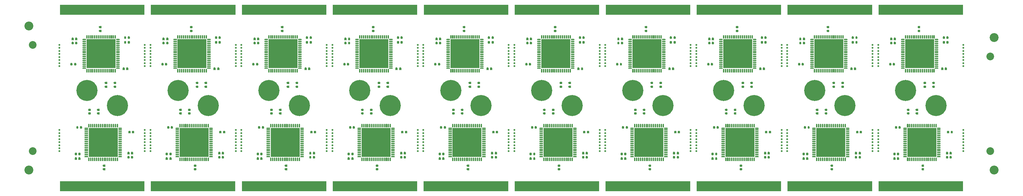
<source format=gbr>
*
%FSLAX24Y24*%
%MOIN*%
%ADD10R,0.013000X0.013000*%
%ADD11C,0.011000*%
%ADD12R,0.006800X0.006800*%
%ADD13C,0.005000*%
%ADD14R,0.303181X0.303181*%
%ADD15R,0.015780X0.015780*%
%ADD16C,0.218535*%
%ADD17R,0.067002X0.067002*%
%ADD18R,0.033501X0.033501*%
%ADD19C,0.092520*%
%ADD20C,0.079921*%
%ADD21C,0.019764*%
%IPPOS*%
%LNm386940-gts.GBR*%
%LPD*%
G54D10*
X009649Y007869D02*
X009783D01*
G54D11*
X009639Y007934D02*
X009793D01*
X009639Y007804D02*
X009793D01*
G54D10*
X009649Y008247D02*
X009783D01*
G54D11*
X009639Y008312D02*
X009793D01*
X009639Y008182D02*
X009793D01*
G54D10*
X013204Y003235D02*
Y003369D01*
G54D11*
X013139Y003225D02*
Y003379D01*
X013269Y003225D02*
Y003379D01*
G54D10*
X012826Y003235D02*
Y003369D01*
G54D11*
X012761Y003225D02*
Y003379D01*
X012891Y003225D02*
Y003379D01*
G54D10*
X007370Y003089D02*
Y003223D01*
G54D11*
X007305Y003079D02*
Y003233D01*
X007435Y003079D02*
Y003233D01*
G54D10*
X007748Y003089D02*
Y003223D01*
G54D11*
X007683Y003079D02*
Y003233D01*
X007813Y003079D02*
Y003233D01*
G54D10*
X007523Y006341D02*
Y006475D01*
G54D11*
X007458Y006331D02*
Y006485D01*
X007588Y006331D02*
Y006485D01*
G54D10*
X007901Y006341D02*
Y006475D01*
G54D11*
X007836Y006331D02*
Y006485D01*
X007966Y006331D02*
Y006485D01*
G54D10*
X008732Y007869D02*
X008866D01*
G54D11*
X008722Y007934D02*
X008876D01*
X008722Y007804D02*
X008876D01*
G54D10*
X008732Y008247D02*
X008866D01*
G54D11*
X008722Y008312D02*
X008876D01*
X008722Y008182D02*
X008876D01*
G54D10*
X007370Y003581D02*
Y003715D01*
G54D11*
X007305Y003571D02*
Y003725D01*
X007435Y003571D02*
Y003725D01*
G54D10*
X007748Y003581D02*
Y003715D01*
G54D11*
X007683Y003571D02*
Y003725D01*
X007813Y003571D02*
Y003725D01*
G54D10*
X012939Y005854D02*
Y005988D01*
G54D11*
X012874Y005844D02*
Y005998D01*
X013004Y005844D02*
Y005998D01*
G54D10*
X013317Y005854D02*
Y005988D01*
G54D11*
X013252Y005844D02*
Y005998D01*
X013382Y005844D02*
Y005998D01*
G54D12*
X008751Y002946D02*
Y003233D01*
G54D13*
X008717Y002937D02*
Y003242D01*
X008785Y002937D02*
Y003242D01*
G54D12*
X008948Y002946D02*
Y003233D01*
G54D13*
X008914Y002937D02*
Y003242D01*
X008982Y002937D02*
Y003242D01*
G54D12*
X009145Y002946D02*
Y003233D01*
G54D13*
X009111Y002937D02*
Y003242D01*
X009179Y002937D02*
Y003242D01*
G54D12*
X009342Y002946D02*
Y003233D01*
G54D13*
X009308Y002937D02*
Y003242D01*
X009376Y002937D02*
Y003242D01*
G54D12*
X009539Y002946D02*
Y003233D01*
G54D13*
X009505Y002937D02*
Y003242D01*
X009573Y002937D02*
Y003242D01*
G54D12*
X009736Y002946D02*
Y003233D01*
G54D13*
X009702Y002937D02*
Y003242D01*
X009770Y002937D02*
Y003242D01*
G54D12*
X009933Y002946D02*
Y003233D01*
G54D13*
X009899Y002937D02*
Y003242D01*
X009967Y002937D02*
Y003242D01*
G54D12*
X010129Y002946D02*
Y003233D01*
G54D13*
X010095Y002937D02*
Y003242D01*
X010163Y002937D02*
Y003242D01*
G54D12*
X010326Y002946D02*
Y003233D01*
G54D13*
X010292Y002937D02*
Y003242D01*
X010360Y002937D02*
Y003242D01*
G54D12*
X010523Y002946D02*
Y003233D01*
G54D13*
X010489Y002937D02*
Y003242D01*
X010557Y002937D02*
Y003242D01*
G54D12*
X010720Y002946D02*
Y003233D01*
G54D13*
X010686Y002937D02*
Y003242D01*
X010754Y002937D02*
Y003242D01*
G54D12*
X010917Y002946D02*
Y003233D01*
G54D13*
X010883Y002937D02*
Y003242D01*
X010951Y002937D02*
Y003242D01*
G54D12*
X011114Y002946D02*
Y003233D01*
G54D13*
X011080Y002937D02*
Y003242D01*
X011148Y002937D02*
Y003242D01*
G54D12*
X011311Y002946D02*
Y003233D01*
G54D13*
X011277Y002937D02*
Y003242D01*
X011345Y002937D02*
Y003242D01*
G54D12*
X011507Y002946D02*
Y003233D01*
G54D13*
X011473Y002937D02*
Y003242D01*
X011541Y002937D02*
Y003242D01*
G54D12*
X011704Y002946D02*
Y003233D01*
G54D13*
X011670Y002937D02*
Y003242D01*
X011738Y002937D02*
Y003242D01*
G54D12*
X011836Y003365D02*
X012123D01*
G54D13*
X011827Y003399D02*
X012132D01*
X011827Y003331D02*
X012132D01*
G54D12*
X011836Y003562D02*
X012123D01*
G54D13*
X011827Y003596D02*
X012132D01*
X011827Y003528D02*
X012132D01*
G54D12*
X011836Y003759D02*
X012123D01*
G54D13*
X011827Y003793D02*
X012132D01*
X011827Y003725D02*
X012132D01*
G54D12*
X011836Y003955D02*
X012123D01*
G54D13*
X011827Y003989D02*
X012132D01*
X011827Y003921D02*
X012132D01*
G54D12*
X011836Y004152D02*
X012123D01*
G54D13*
X011827Y004186D02*
X012132D01*
X011827Y004118D02*
X012132D01*
G54D12*
X011836Y004349D02*
X012123D01*
G54D13*
X011827Y004383D02*
X012132D01*
X011827Y004315D02*
X012132D01*
G54D12*
X011836Y004546D02*
X012123D01*
G54D13*
X011827Y004580D02*
X012132D01*
X011827Y004512D02*
X012132D01*
G54D12*
X011836Y004743D02*
X012123D01*
G54D13*
X011827Y004777D02*
X012132D01*
X011827Y004709D02*
X012132D01*
G54D12*
X011836Y004940D02*
X012123D01*
G54D13*
X011827Y004974D02*
X012132D01*
X011827Y004906D02*
X012132D01*
G54D12*
X011836Y005137D02*
X012123D01*
G54D13*
X011827Y005171D02*
X012132D01*
X011827Y005103D02*
X012132D01*
G54D12*
X011836Y005333D02*
X012123D01*
G54D13*
X011827Y005367D02*
X012132D01*
X011827Y005299D02*
X012132D01*
G54D12*
X011836Y005530D02*
X012123D01*
G54D13*
X011827Y005564D02*
X012132D01*
X011827Y005496D02*
X012132D01*
G54D12*
X011836Y005727D02*
X012123D01*
G54D13*
X011827Y005761D02*
X012132D01*
X011827Y005693D02*
X012132D01*
G54D12*
X011836Y005924D02*
X012123D01*
G54D13*
X011827Y005958D02*
X012132D01*
X011827Y005890D02*
X012132D01*
G54D12*
X011836Y006121D02*
X012123D01*
G54D13*
X011827Y006155D02*
X012132D01*
X011827Y006087D02*
X012132D01*
G54D12*
X011836Y006318D02*
X012123D01*
G54D13*
X011827Y006352D02*
X012132D01*
X011827Y006284D02*
X012132D01*
G54D12*
X011704Y006450D02*
Y006737D01*
G54D13*
X011670Y006441D02*
Y006746D01*
X011738Y006441D02*
Y006746D01*
G54D12*
X011507Y006450D02*
Y006737D01*
G54D13*
X011473Y006441D02*
Y006746D01*
X011541Y006441D02*
Y006746D01*
G54D12*
X011311Y006450D02*
Y006737D01*
G54D13*
X011277Y006441D02*
Y006746D01*
X011345Y006441D02*
Y006746D01*
G54D12*
X011114Y006450D02*
Y006737D01*
G54D13*
X011080Y006441D02*
Y006746D01*
X011148Y006441D02*
Y006746D01*
G54D12*
X010917Y006450D02*
Y006737D01*
G54D13*
X010883Y006441D02*
Y006746D01*
X010951Y006441D02*
Y006746D01*
G54D12*
X010720Y006450D02*
Y006737D01*
G54D13*
X010686Y006441D02*
Y006746D01*
X010754Y006441D02*
Y006746D01*
G54D12*
X010523Y006450D02*
Y006737D01*
G54D13*
X010489Y006441D02*
Y006746D01*
X010557Y006441D02*
Y006746D01*
G54D12*
X010326Y006450D02*
Y006737D01*
G54D13*
X010292Y006441D02*
Y006746D01*
X010360Y006441D02*
Y006746D01*
G54D12*
X010129Y006450D02*
Y006737D01*
G54D13*
X010095Y006441D02*
Y006746D01*
X010163Y006441D02*
Y006746D01*
G54D12*
X009933Y006450D02*
Y006737D01*
G54D13*
X009899Y006441D02*
Y006746D01*
X009967Y006441D02*
Y006746D01*
G54D12*
X009736Y006450D02*
Y006737D01*
G54D13*
X009702Y006441D02*
Y006746D01*
X009770Y006441D02*
Y006746D01*
G54D12*
X009539Y006450D02*
Y006737D01*
G54D13*
X009505Y006441D02*
Y006746D01*
X009573Y006441D02*
Y006746D01*
G54D12*
X009342Y006450D02*
Y006737D01*
G54D13*
X009308Y006441D02*
Y006746D01*
X009376Y006441D02*
Y006746D01*
G54D12*
X009145Y006450D02*
Y006737D01*
G54D13*
X009111Y006441D02*
Y006746D01*
X009179Y006441D02*
Y006746D01*
G54D12*
X008948Y006450D02*
Y006737D01*
G54D13*
X008914Y006441D02*
Y006746D01*
X008982Y006441D02*
Y006746D01*
G54D12*
X008751Y006450D02*
Y006737D01*
G54D13*
X008717Y006441D02*
Y006746D01*
X008785Y006441D02*
Y006746D01*
G54D12*
X008332Y006318D02*
X008619D01*
G54D13*
X008323Y006352D02*
X008628D01*
X008323Y006284D02*
X008628D01*
G54D12*
X008332Y006121D02*
X008619D01*
G54D13*
X008323Y006155D02*
X008628D01*
X008323Y006087D02*
X008628D01*
G54D12*
X008332Y005924D02*
X008619D01*
G54D13*
X008323Y005958D02*
X008628D01*
X008323Y005890D02*
X008628D01*
G54D12*
X008332Y005727D02*
X008619D01*
G54D13*
X008323Y005761D02*
X008628D01*
X008323Y005693D02*
X008628D01*
G54D12*
X008332Y005530D02*
X008619D01*
G54D13*
X008323Y005564D02*
X008628D01*
X008323Y005496D02*
X008628D01*
G54D12*
X008332Y005333D02*
X008619D01*
G54D13*
X008323Y005367D02*
X008628D01*
X008323Y005299D02*
X008628D01*
G54D12*
X008332Y005137D02*
X008619D01*
G54D13*
X008323Y005171D02*
X008628D01*
X008323Y005103D02*
X008628D01*
G54D12*
X008332Y004940D02*
X008619D01*
G54D13*
X008323Y004974D02*
X008628D01*
X008323Y004906D02*
X008628D01*
G54D12*
X008332Y004743D02*
X008619D01*
G54D13*
X008323Y004777D02*
X008628D01*
X008323Y004709D02*
X008628D01*
G54D12*
X008332Y004546D02*
X008619D01*
G54D13*
X008323Y004580D02*
X008628D01*
X008323Y004512D02*
X008628D01*
G54D12*
X008332Y004349D02*
X008619D01*
G54D13*
X008323Y004383D02*
X008628D01*
X008323Y004315D02*
X008628D01*
G54D12*
X008332Y004152D02*
X008619D01*
G54D13*
X008323Y004186D02*
X008628D01*
X008323Y004118D02*
X008628D01*
G54D12*
X008332Y003955D02*
X008619D01*
G54D13*
X008323Y003989D02*
X008628D01*
X008323Y003921D02*
X008628D01*
G54D12*
X008332Y003759D02*
X008619D01*
G54D13*
X008323Y003793D02*
X008628D01*
X008323Y003725D02*
X008628D01*
G54D12*
X008332Y003562D02*
X008619D01*
G54D13*
X008323Y003596D02*
X008628D01*
X008323Y003528D02*
X008628D01*
G54D12*
X008332Y003365D02*
X008619D01*
G54D13*
X008323Y003399D02*
X008628D01*
X008323Y003331D02*
X008628D01*
G54D14*
X010228Y004841D03*
G54D10*
X010251Y002070D02*
X010385D01*
G54D11*
X010241Y002135D02*
X010395D01*
X010241Y002005D02*
X010395D01*
G54D10*
X010251Y002448D02*
X010385D01*
G54D11*
X010241Y002513D02*
X010395D01*
X010241Y002383D02*
X010395D01*
G54D15*
X013779Y000284D02*
Y000718D01*
X013582Y000284D02*
Y000718D01*
X013386Y000284D02*
Y000718D01*
X013189Y000284D02*
Y000718D01*
X012992Y000284D02*
Y000718D01*
X012795Y000284D02*
Y000718D01*
X012598Y000284D02*
Y000718D01*
X012401Y000284D02*
Y000718D01*
X012204Y000284D02*
Y000718D01*
X012008Y000284D02*
Y000718D01*
X011811Y000284D02*
Y000718D01*
X011614Y000284D02*
Y000718D01*
X010630Y000284D02*
Y000718D01*
X010433Y000284D02*
Y000718D01*
X010236Y000284D02*
Y000718D01*
X010040Y000284D02*
Y000718D01*
X009843Y000284D02*
Y000718D01*
X009646Y000284D02*
Y000718D01*
X009450Y000284D02*
Y000718D01*
X009253Y000284D02*
Y000718D01*
X009056Y000284D02*
Y000718D01*
X008859Y000284D02*
Y000718D01*
X008662Y000284D02*
Y000718D01*
X008465Y000284D02*
Y000718D01*
X008268Y000284D02*
Y000718D01*
X008072Y000284D02*
Y000718D01*
X007875Y000284D02*
Y000718D01*
X007678Y000284D02*
Y000718D01*
X007481Y000284D02*
Y000718D01*
X007284Y000284D02*
Y000718D01*
X007087Y000284D02*
Y000718D01*
X006890Y000284D02*
Y000718D01*
X006694Y000284D02*
Y000718D01*
X006497Y000284D02*
Y000718D01*
G54D16*
X011693Y008661D03*
G54D10*
X013204Y003655D02*
Y003789D01*
G54D11*
X013139Y003645D02*
Y003799D01*
X013269Y003645D02*
Y003799D01*
G54D10*
X012826Y003655D02*
Y003789D01*
G54D11*
X012761Y003645D02*
Y003799D01*
X012891Y003645D02*
Y003799D01*
G54D16*
X011693Y008661D03*
G54D17*
X006061Y000090D02*
Y000461D01*
X006172Y000090D02*
Y000461D01*
X006498Y000090D02*
X014169D01*
X006498Y000131D02*
X014169D01*
G54D18*
X013960Y000338D02*
X014336D01*
X013960Y000629D02*
X014336D01*
X005894Y000354D02*
X013812D01*
X005894Y000629D02*
X013812D01*
G54D10*
X010587Y011029D02*
X010453D01*
G54D11*
X010597Y010964D02*
X010443D01*
X010597Y011094D02*
X010443D01*
G54D10*
X010587Y010651D02*
X010453D01*
G54D11*
X010597Y010586D02*
X010443D01*
X010597Y010716D02*
X010443D01*
G54D10*
X007032Y015663D02*
Y015529D01*
G54D11*
X007097Y015673D02*
Y015519D01*
X006967Y015673D02*
Y015519D01*
G54D10*
X007410Y015663D02*
Y015529D01*
G54D11*
X007475Y015673D02*
Y015519D01*
X007345Y015673D02*
Y015519D01*
G54D10*
X012867Y015808D02*
Y015674D01*
G54D11*
X012932Y015818D02*
Y015664D01*
X012802Y015818D02*
Y015664D01*
G54D10*
X012489Y015808D02*
Y015674D01*
G54D11*
X012554Y015818D02*
Y015664D01*
X012424Y015818D02*
Y015664D01*
G54D10*
X012713Y012556D02*
Y012422D01*
G54D11*
X012778Y012566D02*
Y012412D01*
X012648Y012566D02*
Y012412D01*
G54D10*
X012335Y012556D02*
Y012422D01*
G54D11*
X012400Y012566D02*
Y012412D01*
X012270Y012566D02*
Y012412D01*
G54D10*
X011505Y011029D02*
X011371D01*
G54D11*
X011515Y010964D02*
X011361D01*
X011515Y011094D02*
X011361D01*
G54D10*
X011505Y010651D02*
X011371D01*
G54D11*
X011515Y010586D02*
X011361D01*
X011515Y010716D02*
X011361D01*
G54D10*
X012867Y015316D02*
Y015182D01*
G54D11*
X012932Y015326D02*
Y015172D01*
X012802Y015326D02*
Y015172D01*
G54D10*
X012489Y015316D02*
Y015182D01*
G54D11*
X012554Y015326D02*
Y015172D01*
X012424Y015326D02*
Y015172D01*
G54D10*
X007297Y013043D02*
Y012909D01*
G54D11*
X007362Y013053D02*
Y012899D01*
X007232Y013053D02*
Y012899D01*
G54D10*
X006919Y013043D02*
Y012909D01*
G54D11*
X006984Y013053D02*
Y012899D01*
X006854Y013053D02*
Y012899D01*
G54D12*
X011485Y015952D02*
Y015665D01*
G54D13*
X011519Y015961D02*
Y015656D01*
X011451Y015961D02*
Y015656D01*
G54D12*
X011288Y015952D02*
Y015665D01*
G54D13*
X011322Y015961D02*
Y015656D01*
X011254Y015961D02*
Y015656D01*
G54D12*
X011091Y015952D02*
Y015665D01*
G54D13*
X011125Y015961D02*
Y015656D01*
X011057Y015961D02*
Y015656D01*
G54D12*
X010894Y015952D02*
Y015665D01*
G54D13*
X010928Y015961D02*
Y015656D01*
X010860Y015961D02*
Y015656D01*
G54D12*
X010697Y015952D02*
Y015665D01*
G54D13*
X010731Y015961D02*
Y015656D01*
X010663Y015961D02*
Y015656D01*
G54D12*
X010501Y015952D02*
Y015665D01*
G54D13*
X010535Y015961D02*
Y015656D01*
X010467Y015961D02*
Y015656D01*
G54D12*
X010304Y015952D02*
Y015665D01*
G54D13*
X010338Y015961D02*
Y015656D01*
X010270Y015961D02*
Y015656D01*
G54D12*
X010107Y015952D02*
Y015665D01*
G54D13*
X010141Y015961D02*
Y015656D01*
X010073Y015961D02*
Y015656D01*
G54D12*
X009910Y015952D02*
Y015665D01*
G54D13*
X009944Y015961D02*
Y015656D01*
X009876Y015961D02*
Y015656D01*
G54D12*
X009713Y015952D02*
Y015665D01*
G54D13*
X009747Y015961D02*
Y015656D01*
X009679Y015961D02*
Y015656D01*
G54D12*
X009516Y015952D02*
Y015665D01*
G54D13*
X009550Y015961D02*
Y015656D01*
X009482Y015961D02*
Y015656D01*
G54D12*
X009319Y015952D02*
Y015665D01*
G54D13*
X009353Y015961D02*
Y015656D01*
X009285Y015961D02*
Y015656D01*
G54D12*
X009123Y015952D02*
Y015665D01*
G54D13*
X009157Y015961D02*
Y015656D01*
X009089Y015961D02*
Y015656D01*
G54D12*
X008926Y015952D02*
Y015665D01*
G54D13*
X008960Y015961D02*
Y015656D01*
X008892Y015961D02*
Y015656D01*
G54D12*
X008729Y015952D02*
Y015665D01*
G54D13*
X008763Y015961D02*
Y015656D01*
X008695Y015961D02*
Y015656D01*
G54D12*
X008532Y015952D02*
Y015665D01*
G54D13*
X008566Y015961D02*
Y015656D01*
X008498Y015961D02*
Y015656D01*
G54D12*
X008400Y015533D02*
X008113D01*
G54D13*
X008409Y015499D02*
X008104D01*
X008409Y015567D02*
X008104D01*
G54D12*
X008400Y015336D02*
X008113D01*
G54D13*
X008409Y015302D02*
X008104D01*
X008409Y015370D02*
X008104D01*
G54D12*
X008400Y015139D02*
X008113D01*
G54D13*
X008409Y015105D02*
X008104D01*
X008409Y015173D02*
X008104D01*
G54D12*
X008400Y014942D02*
X008113D01*
G54D13*
X008409Y014908D02*
X008104D01*
X008409Y014976D02*
X008104D01*
G54D12*
X008400Y014745D02*
X008113D01*
G54D13*
X008409Y014711D02*
X008104D01*
X008409Y014779D02*
X008104D01*
G54D12*
X008400Y014548D02*
X008113D01*
G54D13*
X008409Y014514D02*
X008104D01*
X008409Y014582D02*
X008104D01*
G54D12*
X008400Y014352D02*
X008113D01*
G54D13*
X008409Y014318D02*
X008104D01*
X008409Y014386D02*
X008104D01*
G54D12*
X008400Y014155D02*
X008113D01*
G54D13*
X008409Y014121D02*
X008104D01*
X008409Y014189D02*
X008104D01*
G54D12*
X008400Y013958D02*
X008113D01*
G54D13*
X008409Y013924D02*
X008104D01*
X008409Y013992D02*
X008104D01*
G54D12*
X008400Y013761D02*
X008113D01*
G54D13*
X008409Y013727D02*
X008104D01*
X008409Y013795D02*
X008104D01*
G54D12*
X008400Y013564D02*
X008113D01*
G54D13*
X008409Y013530D02*
X008104D01*
X008409Y013598D02*
X008104D01*
G54D12*
X008400Y013367D02*
X008113D01*
G54D13*
X008409Y013333D02*
X008104D01*
X008409Y013401D02*
X008104D01*
G54D12*
X008400Y013170D02*
X008113D01*
G54D13*
X008409Y013136D02*
X008104D01*
X008409Y013204D02*
X008104D01*
G54D12*
X008400Y012974D02*
X008113D01*
G54D13*
X008409Y012940D02*
X008104D01*
X008409Y013008D02*
X008104D01*
G54D12*
X008400Y012777D02*
X008113D01*
G54D13*
X008409Y012743D02*
X008104D01*
X008409Y012811D02*
X008104D01*
G54D12*
X008400Y012580D02*
X008113D01*
G54D13*
X008409Y012546D02*
X008104D01*
X008409Y012614D02*
X008104D01*
G54D12*
X008532Y012448D02*
Y012161D01*
G54D13*
X008566Y012457D02*
Y012152D01*
X008498Y012457D02*
Y012152D01*
G54D12*
X008729Y012448D02*
Y012161D01*
G54D13*
X008763Y012457D02*
Y012152D01*
X008695Y012457D02*
Y012152D01*
G54D12*
X008926Y012448D02*
Y012161D01*
G54D13*
X008960Y012457D02*
Y012152D01*
X008892Y012457D02*
Y012152D01*
G54D12*
X009123Y012448D02*
Y012161D01*
G54D13*
X009157Y012457D02*
Y012152D01*
X009089Y012457D02*
Y012152D01*
G54D12*
X009319Y012448D02*
Y012161D01*
G54D13*
X009353Y012457D02*
Y012152D01*
X009285Y012457D02*
Y012152D01*
G54D12*
X009516Y012448D02*
Y012161D01*
G54D13*
X009550Y012457D02*
Y012152D01*
X009482Y012457D02*
Y012152D01*
G54D12*
X009713Y012448D02*
Y012161D01*
G54D13*
X009747Y012457D02*
Y012152D01*
X009679Y012457D02*
Y012152D01*
G54D12*
X009910Y012448D02*
Y012161D01*
G54D13*
X009944Y012457D02*
Y012152D01*
X009876Y012457D02*
Y012152D01*
G54D12*
X010107Y012448D02*
Y012161D01*
G54D13*
X010141Y012457D02*
Y012152D01*
X010073Y012457D02*
Y012152D01*
G54D12*
X010304Y012448D02*
Y012161D01*
G54D13*
X010338Y012457D02*
Y012152D01*
X010270Y012457D02*
Y012152D01*
G54D12*
X010501Y012448D02*
Y012161D01*
G54D13*
X010535Y012457D02*
Y012152D01*
X010467Y012457D02*
Y012152D01*
G54D12*
X010697Y012448D02*
Y012161D01*
G54D13*
X010731Y012457D02*
Y012152D01*
X010663Y012457D02*
Y012152D01*
G54D12*
X010894Y012448D02*
Y012161D01*
G54D13*
X010928Y012457D02*
Y012152D01*
X010860Y012457D02*
Y012152D01*
G54D12*
X011091Y012448D02*
Y012161D01*
G54D13*
X011125Y012457D02*
Y012152D01*
X011057Y012457D02*
Y012152D01*
G54D12*
X011288Y012448D02*
Y012161D01*
G54D13*
X011322Y012457D02*
Y012152D01*
X011254Y012457D02*
Y012152D01*
G54D12*
X011485Y012448D02*
Y012161D01*
G54D13*
X011519Y012457D02*
Y012152D01*
X011451Y012457D02*
Y012152D01*
G54D12*
X011904Y012580D02*
X011617D01*
G54D13*
X011913Y012546D02*
X011608D01*
X011913Y012614D02*
X011608D01*
G54D12*
X011904Y012777D02*
X011617D01*
G54D13*
X011913Y012743D02*
X011608D01*
X011913Y012811D02*
X011608D01*
G54D12*
X011904Y012974D02*
X011617D01*
G54D13*
X011913Y012940D02*
X011608D01*
X011913Y013008D02*
X011608D01*
G54D12*
X011904Y013170D02*
X011617D01*
G54D13*
X011913Y013136D02*
X011608D01*
X011913Y013204D02*
X011608D01*
G54D12*
X011904Y013367D02*
X011617D01*
G54D13*
X011913Y013333D02*
X011608D01*
X011913Y013401D02*
X011608D01*
G54D12*
X011904Y013564D02*
X011617D01*
G54D13*
X011913Y013530D02*
X011608D01*
X011913Y013598D02*
X011608D01*
G54D12*
X011904Y013761D02*
X011617D01*
G54D13*
X011913Y013727D02*
X011608D01*
X011913Y013795D02*
X011608D01*
G54D12*
X011904Y013958D02*
X011617D01*
G54D13*
X011913Y013924D02*
X011608D01*
X011913Y013992D02*
X011608D01*
G54D12*
X011904Y014155D02*
X011617D01*
G54D13*
X011913Y014121D02*
X011608D01*
X011913Y014189D02*
X011608D01*
G54D12*
X011904Y014352D02*
X011617D01*
G54D13*
X011913Y014318D02*
X011608D01*
X011913Y014386D02*
X011608D01*
G54D12*
X011904Y014548D02*
X011617D01*
G54D13*
X011913Y014514D02*
X011608D01*
X011913Y014582D02*
X011608D01*
G54D12*
X011904Y014745D02*
X011617D01*
G54D13*
X011913Y014711D02*
X011608D01*
X011913Y014779D02*
X011608D01*
G54D12*
X011904Y014942D02*
X011617D01*
G54D13*
X011913Y014908D02*
X011608D01*
X011913Y014976D02*
X011608D01*
G54D12*
X011904Y015139D02*
X011617D01*
G54D13*
X011913Y015105D02*
X011608D01*
X011913Y015173D02*
X011608D01*
G54D12*
X011904Y015336D02*
X011617D01*
G54D13*
X011913Y015302D02*
X011608D01*
X011913Y015370D02*
X011608D01*
G54D12*
X011904Y015533D02*
X011617D01*
G54D13*
X011913Y015499D02*
X011608D01*
X011913Y015567D02*
X011608D01*
G54D14*
X010008Y014056D03*
G54D10*
X009985Y016828D02*
X009851D01*
G54D11*
X009995Y016763D02*
X009841D01*
X009995Y016893D02*
X009841D01*
G54D10*
X009985Y016450D02*
X009851D01*
G54D11*
X009995Y016385D02*
X009841D01*
X009995Y016515D02*
X009841D01*
G54D15*
X006457Y018613D02*
Y018180D01*
X006654Y018613D02*
Y018180D01*
X006850Y018613D02*
Y018180D01*
X007047Y018613D02*
Y018180D01*
X007244Y018613D02*
Y018180D01*
X007441Y018613D02*
Y018180D01*
X007638Y018613D02*
Y018180D01*
X007835Y018613D02*
Y018180D01*
X008032Y018613D02*
Y018180D01*
X008228Y018613D02*
Y018180D01*
X008425Y018613D02*
Y018180D01*
X008622Y018613D02*
Y018180D01*
X009606Y018613D02*
Y018180D01*
X009803Y018613D02*
Y018180D01*
X010000Y018613D02*
Y018180D01*
X010196Y018613D02*
Y018180D01*
X010393Y018613D02*
Y018180D01*
X010590Y018613D02*
Y018180D01*
X010786Y018613D02*
Y018180D01*
X010983Y018613D02*
Y018180D01*
X011180Y018613D02*
Y018180D01*
X011377Y018613D02*
Y018180D01*
X011574Y018613D02*
Y018180D01*
X011771Y018613D02*
Y018180D01*
X011968Y018613D02*
Y018180D01*
X012164Y018613D02*
Y018180D01*
X012361Y018613D02*
Y018180D01*
X012558Y018613D02*
Y018180D01*
X012755Y018613D02*
Y018180D01*
X012952Y018613D02*
Y018180D01*
X013149Y018613D02*
Y018180D01*
X013346Y018613D02*
Y018180D01*
X013542Y018613D02*
Y018180D01*
X013739Y018613D02*
Y018180D01*
G54D16*
X008543Y010236D03*
G54D10*
X007032Y015243D02*
Y015109D01*
G54D11*
X007097Y015253D02*
Y015099D01*
X006967Y015253D02*
Y015099D01*
G54D10*
X007410Y015243D02*
Y015109D01*
G54D11*
X007475Y015253D02*
Y015099D01*
X007345Y015253D02*
Y015099D01*
G54D16*
X008543Y010236D03*
G54D17*
X014175Y018807D02*
Y018436D01*
X014064Y018807D02*
Y018436D01*
X013738Y018807D02*
X006068D01*
X013738Y018767D02*
X006068D01*
G54D18*
X006276Y018560D02*
X005900D01*
X006276Y018269D02*
X005900D01*
X014342Y018544D02*
X006424D01*
X014342Y018269D02*
X006424D01*
G54D10*
X019098Y007869D02*
X019232D01*
G54D11*
X019088Y007934D02*
X019242D01*
X019088Y007804D02*
X019242D01*
G54D10*
X019098Y008247D02*
X019232D01*
G54D11*
X019088Y008312D02*
X019242D01*
X019088Y008182D02*
X019242D01*
G54D10*
X022653Y003235D02*
Y003369D01*
G54D11*
X022588Y003225D02*
Y003379D01*
X022718Y003225D02*
Y003379D01*
G54D10*
X022275Y003235D02*
Y003369D01*
G54D11*
X022210Y003225D02*
Y003379D01*
X022340Y003225D02*
Y003379D01*
G54D10*
X016818Y003089D02*
Y003223D01*
G54D11*
X016753Y003079D02*
Y003233D01*
X016883Y003079D02*
Y003233D01*
G54D10*
X017196Y003089D02*
Y003223D01*
G54D11*
X017131Y003079D02*
Y003233D01*
X017261Y003079D02*
Y003233D01*
G54D10*
X016972Y006341D02*
Y006475D01*
G54D11*
X016907Y006331D02*
Y006485D01*
X017037Y006331D02*
Y006485D01*
G54D10*
X017350Y006341D02*
Y006475D01*
G54D11*
X017285Y006331D02*
Y006485D01*
X017415Y006331D02*
Y006485D01*
G54D10*
X018181Y007869D02*
X018315D01*
G54D11*
X018171Y007934D02*
X018325D01*
X018171Y007804D02*
X018325D01*
G54D10*
X018181Y008247D02*
X018315D01*
G54D11*
X018171Y008312D02*
X018325D01*
X018171Y008182D02*
X018325D01*
G54D10*
X016818Y003581D02*
Y003715D01*
G54D11*
X016753Y003571D02*
Y003725D01*
X016883Y003571D02*
Y003725D01*
G54D10*
X017196Y003581D02*
Y003715D01*
G54D11*
X017131Y003571D02*
Y003725D01*
X017261Y003571D02*
Y003725D01*
G54D10*
X022388Y005854D02*
Y005988D01*
G54D11*
X022323Y005844D02*
Y005998D01*
X022453Y005844D02*
Y005998D01*
G54D10*
X022766Y005854D02*
Y005988D01*
G54D11*
X022701Y005844D02*
Y005998D01*
X022831Y005844D02*
Y005998D01*
G54D12*
X018200Y002946D02*
Y003233D01*
G54D13*
X018166Y002937D02*
Y003242D01*
X018234Y002937D02*
Y003242D01*
G54D12*
X018397Y002946D02*
Y003233D01*
G54D13*
X018363Y002937D02*
Y003242D01*
X018431Y002937D02*
Y003242D01*
G54D12*
X018594Y002946D02*
Y003233D01*
G54D13*
X018560Y002937D02*
Y003242D01*
X018628Y002937D02*
Y003242D01*
G54D12*
X018791Y002946D02*
Y003233D01*
G54D13*
X018757Y002937D02*
Y003242D01*
X018825Y002937D02*
Y003242D01*
G54D12*
X018988Y002946D02*
Y003233D01*
G54D13*
X018954Y002937D02*
Y003242D01*
X019022Y002937D02*
Y003242D01*
G54D12*
X019185Y002946D02*
Y003233D01*
G54D13*
X019151Y002937D02*
Y003242D01*
X019219Y002937D02*
Y003242D01*
G54D12*
X019381Y002946D02*
Y003233D01*
G54D13*
X019347Y002937D02*
Y003242D01*
X019415Y002937D02*
Y003242D01*
G54D12*
X019578Y002946D02*
Y003233D01*
G54D13*
X019544Y002937D02*
Y003242D01*
X019612Y002937D02*
Y003242D01*
G54D12*
X019775Y002946D02*
Y003233D01*
G54D13*
X019741Y002937D02*
Y003242D01*
X019809Y002937D02*
Y003242D01*
G54D12*
X019972Y002946D02*
Y003233D01*
G54D13*
X019938Y002937D02*
Y003242D01*
X020006Y002937D02*
Y003242D01*
G54D12*
X020169Y002946D02*
Y003233D01*
G54D13*
X020135Y002937D02*
Y003242D01*
X020203Y002937D02*
Y003242D01*
G54D12*
X020366Y002946D02*
Y003233D01*
G54D13*
X020332Y002937D02*
Y003242D01*
X020400Y002937D02*
Y003242D01*
G54D12*
X020562Y002946D02*
Y003233D01*
G54D13*
X020528Y002937D02*
Y003242D01*
X020596Y002937D02*
Y003242D01*
G54D12*
X020759Y002946D02*
Y003233D01*
G54D13*
X020725Y002937D02*
Y003242D01*
X020793Y002937D02*
Y003242D01*
G54D12*
X020956Y002946D02*
Y003233D01*
G54D13*
X020922Y002937D02*
Y003242D01*
X020990Y002937D02*
Y003242D01*
G54D12*
X021153Y002946D02*
Y003233D01*
G54D13*
X021119Y002937D02*
Y003242D01*
X021187Y002937D02*
Y003242D01*
G54D12*
X021285Y003365D02*
X021572D01*
G54D13*
X021276Y003399D02*
X021581D01*
X021276Y003331D02*
X021581D01*
G54D12*
X021285Y003562D02*
X021572D01*
G54D13*
X021276Y003596D02*
X021581D01*
X021276Y003528D02*
X021581D01*
G54D12*
X021285Y003759D02*
X021572D01*
G54D13*
X021276Y003793D02*
X021581D01*
X021276Y003725D02*
X021581D01*
G54D12*
X021285Y003955D02*
X021572D01*
G54D13*
X021276Y003989D02*
X021581D01*
X021276Y003921D02*
X021581D01*
G54D12*
X021285Y004152D02*
X021572D01*
G54D13*
X021276Y004186D02*
X021581D01*
X021276Y004118D02*
X021581D01*
G54D12*
X021285Y004349D02*
X021572D01*
G54D13*
X021276Y004383D02*
X021581D01*
X021276Y004315D02*
X021581D01*
G54D12*
X021285Y004546D02*
X021572D01*
G54D13*
X021276Y004580D02*
X021581D01*
X021276Y004512D02*
X021581D01*
G54D12*
X021285Y004743D02*
X021572D01*
G54D13*
X021276Y004777D02*
X021581D01*
X021276Y004709D02*
X021581D01*
G54D12*
X021285Y004940D02*
X021572D01*
G54D13*
X021276Y004974D02*
X021581D01*
X021276Y004906D02*
X021581D01*
G54D12*
X021285Y005137D02*
X021572D01*
G54D13*
X021276Y005171D02*
X021581D01*
X021276Y005103D02*
X021581D01*
G54D12*
X021285Y005333D02*
X021572D01*
G54D13*
X021276Y005367D02*
X021581D01*
X021276Y005299D02*
X021581D01*
G54D12*
X021285Y005530D02*
X021572D01*
G54D13*
X021276Y005564D02*
X021581D01*
X021276Y005496D02*
X021581D01*
G54D12*
X021285Y005727D02*
X021572D01*
G54D13*
X021276Y005761D02*
X021581D01*
X021276Y005693D02*
X021581D01*
G54D12*
X021285Y005924D02*
X021572D01*
G54D13*
X021276Y005958D02*
X021581D01*
X021276Y005890D02*
X021581D01*
G54D12*
X021285Y006121D02*
X021572D01*
G54D13*
X021276Y006155D02*
X021581D01*
X021276Y006087D02*
X021581D01*
G54D12*
X021285Y006318D02*
X021572D01*
G54D13*
X021276Y006352D02*
X021581D01*
X021276Y006284D02*
X021581D01*
G54D12*
X021153Y006450D02*
Y006737D01*
G54D13*
X021119Y006441D02*
Y006746D01*
X021187Y006441D02*
Y006746D01*
G54D12*
X020956Y006450D02*
Y006737D01*
G54D13*
X020922Y006441D02*
Y006746D01*
X020990Y006441D02*
Y006746D01*
G54D12*
X020759Y006450D02*
Y006737D01*
G54D13*
X020725Y006441D02*
Y006746D01*
X020793Y006441D02*
Y006746D01*
G54D12*
X020562Y006450D02*
Y006737D01*
G54D13*
X020528Y006441D02*
Y006746D01*
X020596Y006441D02*
Y006746D01*
G54D12*
X020366Y006450D02*
Y006737D01*
G54D13*
X020332Y006441D02*
Y006746D01*
X020400Y006441D02*
Y006746D01*
G54D12*
X020169Y006450D02*
Y006737D01*
G54D13*
X020135Y006441D02*
Y006746D01*
X020203Y006441D02*
Y006746D01*
G54D12*
X019972Y006450D02*
Y006737D01*
G54D13*
X019938Y006441D02*
Y006746D01*
X020006Y006441D02*
Y006746D01*
G54D12*
X019775Y006450D02*
Y006737D01*
G54D13*
X019741Y006441D02*
Y006746D01*
X019809Y006441D02*
Y006746D01*
G54D12*
X019578Y006450D02*
Y006737D01*
G54D13*
X019544Y006441D02*
Y006746D01*
X019612Y006441D02*
Y006746D01*
G54D12*
X019381Y006450D02*
Y006737D01*
G54D13*
X019347Y006441D02*
Y006746D01*
X019415Y006441D02*
Y006746D01*
G54D12*
X019185Y006450D02*
Y006737D01*
G54D13*
X019151Y006441D02*
Y006746D01*
X019219Y006441D02*
Y006746D01*
G54D12*
X018988Y006450D02*
Y006737D01*
G54D13*
X018954Y006441D02*
Y006746D01*
X019022Y006441D02*
Y006746D01*
G54D12*
X018791Y006450D02*
Y006737D01*
G54D13*
X018757Y006441D02*
Y006746D01*
X018825Y006441D02*
Y006746D01*
G54D12*
X018594Y006450D02*
Y006737D01*
G54D13*
X018560Y006441D02*
Y006746D01*
X018628Y006441D02*
Y006746D01*
G54D12*
X018397Y006450D02*
Y006737D01*
G54D13*
X018363Y006441D02*
Y006746D01*
X018431Y006441D02*
Y006746D01*
G54D12*
X018200Y006450D02*
Y006737D01*
G54D13*
X018166Y006441D02*
Y006746D01*
X018234Y006441D02*
Y006746D01*
G54D12*
X017781Y006318D02*
X018068D01*
G54D13*
X017772Y006352D02*
X018077D01*
X017772Y006284D02*
X018077D01*
G54D12*
X017781Y006121D02*
X018068D01*
G54D13*
X017772Y006155D02*
X018077D01*
X017772Y006087D02*
X018077D01*
G54D12*
X017781Y005924D02*
X018068D01*
G54D13*
X017772Y005958D02*
X018077D01*
X017772Y005890D02*
X018077D01*
G54D12*
X017781Y005727D02*
X018068D01*
G54D13*
X017772Y005761D02*
X018077D01*
X017772Y005693D02*
X018077D01*
G54D12*
X017781Y005530D02*
X018068D01*
G54D13*
X017772Y005564D02*
X018077D01*
X017772Y005496D02*
X018077D01*
G54D12*
X017781Y005333D02*
X018068D01*
G54D13*
X017772Y005367D02*
X018077D01*
X017772Y005299D02*
X018077D01*
G54D12*
X017781Y005137D02*
X018068D01*
G54D13*
X017772Y005171D02*
X018077D01*
X017772Y005103D02*
X018077D01*
G54D12*
X017781Y004940D02*
X018068D01*
G54D13*
X017772Y004974D02*
X018077D01*
X017772Y004906D02*
X018077D01*
G54D12*
X017781Y004743D02*
X018068D01*
G54D13*
X017772Y004777D02*
X018077D01*
X017772Y004709D02*
X018077D01*
G54D12*
X017781Y004546D02*
X018068D01*
G54D13*
X017772Y004580D02*
X018077D01*
X017772Y004512D02*
X018077D01*
G54D12*
X017781Y004349D02*
X018068D01*
G54D13*
X017772Y004383D02*
X018077D01*
X017772Y004315D02*
X018077D01*
G54D12*
X017781Y004152D02*
X018068D01*
G54D13*
X017772Y004186D02*
X018077D01*
X017772Y004118D02*
X018077D01*
G54D12*
X017781Y003955D02*
X018068D01*
G54D13*
X017772Y003989D02*
X018077D01*
X017772Y003921D02*
X018077D01*
G54D12*
X017781Y003759D02*
X018068D01*
G54D13*
X017772Y003793D02*
X018077D01*
X017772Y003725D02*
X018077D01*
G54D12*
X017781Y003562D02*
X018068D01*
G54D13*
X017772Y003596D02*
X018077D01*
X017772Y003528D02*
X018077D01*
G54D12*
X017781Y003365D02*
X018068D01*
G54D13*
X017772Y003399D02*
X018077D01*
X017772Y003331D02*
X018077D01*
G54D14*
X019677Y004841D03*
G54D10*
X019700Y002070D02*
X019834D01*
G54D11*
X019690Y002135D02*
X019844D01*
X019690Y002005D02*
X019844D01*
G54D10*
X019700Y002448D02*
X019834D01*
G54D11*
X019690Y002513D02*
X019844D01*
X019690Y002383D02*
X019844D01*
G54D15*
X023228Y000284D02*
Y000718D01*
X023031Y000284D02*
Y000718D01*
X022835Y000284D02*
Y000718D01*
X022638Y000284D02*
Y000718D01*
X022441Y000284D02*
Y000718D01*
X022244Y000284D02*
Y000718D01*
X022047Y000284D02*
Y000718D01*
X021850Y000284D02*
Y000718D01*
X021653Y000284D02*
Y000718D01*
X021457Y000284D02*
Y000718D01*
X021260Y000284D02*
Y000718D01*
X021063Y000284D02*
Y000718D01*
X020079Y000284D02*
Y000718D01*
X019882Y000284D02*
Y000718D01*
X019685Y000284D02*
Y000718D01*
X019489Y000284D02*
Y000718D01*
X019292Y000284D02*
Y000718D01*
X019095Y000284D02*
Y000718D01*
X018899Y000284D02*
Y000718D01*
X018702Y000284D02*
Y000718D01*
X018505Y000284D02*
Y000718D01*
X018308Y000284D02*
Y000718D01*
X018111Y000284D02*
Y000718D01*
X017914Y000284D02*
Y000718D01*
X017717Y000284D02*
Y000718D01*
X017521Y000284D02*
Y000718D01*
X017324Y000284D02*
Y000718D01*
X017127Y000284D02*
Y000718D01*
X016930Y000284D02*
Y000718D01*
X016733Y000284D02*
Y000718D01*
X016536Y000284D02*
Y000718D01*
X016339Y000284D02*
Y000718D01*
X016143Y000284D02*
Y000718D01*
X015946Y000284D02*
Y000718D01*
G54D16*
X021142Y008661D03*
G54D10*
X022653Y003655D02*
Y003789D01*
G54D11*
X022588Y003645D02*
Y003799D01*
X022718Y003645D02*
Y003799D01*
G54D10*
X022275Y003655D02*
Y003789D01*
G54D11*
X022210Y003645D02*
Y003799D01*
X022340Y003645D02*
Y003799D01*
G54D16*
X021142Y008661D03*
G54D17*
X015510Y000090D02*
Y000461D01*
X015621Y000090D02*
Y000461D01*
X015947Y000090D02*
X023618D01*
X015947Y000131D02*
X023618D01*
G54D18*
X023409Y000338D02*
X023785D01*
X023409Y000629D02*
X023785D01*
X015343Y000354D02*
X023261D01*
X015343Y000629D02*
X023261D01*
G54D10*
X020036Y011029D02*
X019902D01*
G54D11*
X020046Y010964D02*
X019892D01*
X020046Y011094D02*
X019892D01*
G54D10*
X020036Y010651D02*
X019902D01*
G54D11*
X020046Y010586D02*
X019892D01*
X020046Y010716D02*
X019892D01*
G54D10*
X016481Y015663D02*
Y015529D01*
G54D11*
X016546Y015673D02*
Y015519D01*
X016416Y015673D02*
Y015519D01*
G54D10*
X016859Y015663D02*
Y015529D01*
G54D11*
X016924Y015673D02*
Y015519D01*
X016794Y015673D02*
Y015519D01*
G54D10*
X022315Y015808D02*
Y015674D01*
G54D11*
X022380Y015818D02*
Y015664D01*
X022250Y015818D02*
Y015664D01*
G54D10*
X021938Y015808D02*
Y015674D01*
G54D11*
X022003Y015818D02*
Y015664D01*
X021873Y015818D02*
Y015664D01*
G54D10*
X022162Y012556D02*
Y012422D01*
G54D11*
X022227Y012566D02*
Y012412D01*
X022097Y012566D02*
Y012412D01*
G54D10*
X021784Y012556D02*
Y012422D01*
G54D11*
X021849Y012566D02*
Y012412D01*
X021719Y012566D02*
Y012412D01*
G54D10*
X020953Y011029D02*
X020819D01*
G54D11*
X020963Y010964D02*
X020809D01*
X020963Y011094D02*
X020809D01*
G54D10*
X020953Y010651D02*
X020819D01*
G54D11*
X020963Y010586D02*
X020809D01*
X020963Y010716D02*
X020809D01*
G54D10*
X022315Y015316D02*
Y015182D01*
G54D11*
X022380Y015326D02*
Y015172D01*
X022250Y015326D02*
Y015172D01*
G54D10*
X021938Y015316D02*
Y015182D01*
G54D11*
X022003Y015326D02*
Y015172D01*
X021873Y015326D02*
Y015172D01*
G54D10*
X016746Y013043D02*
Y012909D01*
G54D11*
X016811Y013053D02*
Y012899D01*
X016681Y013053D02*
Y012899D01*
G54D10*
X016368Y013043D02*
Y012909D01*
G54D11*
X016433Y013053D02*
Y012899D01*
X016303Y013053D02*
Y012899D01*
G54D12*
X020934Y015952D02*
Y015665D01*
G54D13*
X020968Y015961D02*
Y015656D01*
X020900Y015961D02*
Y015656D01*
G54D12*
X020737Y015952D02*
Y015665D01*
G54D13*
X020771Y015961D02*
Y015656D01*
X020703Y015961D02*
Y015656D01*
G54D12*
X020540Y015952D02*
Y015665D01*
G54D13*
X020574Y015961D02*
Y015656D01*
X020506Y015961D02*
Y015656D01*
G54D12*
X020343Y015952D02*
Y015665D01*
G54D13*
X020377Y015961D02*
Y015656D01*
X020309Y015961D02*
Y015656D01*
G54D12*
X020146Y015952D02*
Y015665D01*
G54D13*
X020180Y015961D02*
Y015656D01*
X020112Y015961D02*
Y015656D01*
G54D12*
X019949Y015952D02*
Y015665D01*
G54D13*
X019983Y015961D02*
Y015656D01*
X019915Y015961D02*
Y015656D01*
G54D12*
X019752Y015952D02*
Y015665D01*
G54D13*
X019786Y015961D02*
Y015656D01*
X019718Y015961D02*
Y015656D01*
G54D12*
X019556Y015952D02*
Y015665D01*
G54D13*
X019590Y015961D02*
Y015656D01*
X019522Y015961D02*
Y015656D01*
G54D12*
X019359Y015952D02*
Y015665D01*
G54D13*
X019393Y015961D02*
Y015656D01*
X019325Y015961D02*
Y015656D01*
G54D12*
X019162Y015952D02*
Y015665D01*
G54D13*
X019196Y015961D02*
Y015656D01*
X019128Y015961D02*
Y015656D01*
G54D12*
X018965Y015952D02*
Y015665D01*
G54D13*
X018999Y015961D02*
Y015656D01*
X018931Y015961D02*
Y015656D01*
G54D12*
X018768Y015952D02*
Y015665D01*
G54D13*
X018802Y015961D02*
Y015656D01*
X018734Y015961D02*
Y015656D01*
G54D12*
X018571Y015952D02*
Y015665D01*
G54D13*
X018605Y015961D02*
Y015656D01*
X018537Y015961D02*
Y015656D01*
G54D12*
X018375Y015952D02*
Y015665D01*
G54D13*
X018409Y015961D02*
Y015656D01*
X018341Y015961D02*
Y015656D01*
G54D12*
X018178Y015952D02*
Y015665D01*
G54D13*
X018212Y015961D02*
Y015656D01*
X018144Y015961D02*
Y015656D01*
G54D12*
X017981Y015952D02*
Y015665D01*
G54D13*
X018015Y015961D02*
Y015656D01*
X017947Y015961D02*
Y015656D01*
G54D12*
X017849Y015533D02*
X017562D01*
G54D13*
X017858Y015499D02*
X017553D01*
X017858Y015567D02*
X017553D01*
G54D12*
X017849Y015336D02*
X017562D01*
G54D13*
X017858Y015302D02*
X017553D01*
X017858Y015370D02*
X017553D01*
G54D12*
X017849Y015139D02*
X017562D01*
G54D13*
X017858Y015105D02*
X017553D01*
X017858Y015173D02*
X017553D01*
G54D12*
X017849Y014942D02*
X017562D01*
G54D13*
X017858Y014908D02*
X017553D01*
X017858Y014976D02*
X017553D01*
G54D12*
X017849Y014745D02*
X017562D01*
G54D13*
X017858Y014711D02*
X017553D01*
X017858Y014779D02*
X017553D01*
G54D12*
X017849Y014548D02*
X017562D01*
G54D13*
X017858Y014514D02*
X017553D01*
X017858Y014582D02*
X017553D01*
G54D12*
X017849Y014352D02*
X017562D01*
G54D13*
X017858Y014318D02*
X017553D01*
X017858Y014386D02*
X017553D01*
G54D12*
X017849Y014155D02*
X017562D01*
G54D13*
X017858Y014121D02*
X017553D01*
X017858Y014189D02*
X017553D01*
G54D12*
X017849Y013958D02*
X017562D01*
G54D13*
X017858Y013924D02*
X017553D01*
X017858Y013992D02*
X017553D01*
G54D12*
X017849Y013761D02*
X017562D01*
G54D13*
X017858Y013727D02*
X017553D01*
X017858Y013795D02*
X017553D01*
G54D12*
X017849Y013564D02*
X017562D01*
G54D13*
X017858Y013530D02*
X017553D01*
X017858Y013598D02*
X017553D01*
G54D12*
X017849Y013367D02*
X017562D01*
G54D13*
X017858Y013333D02*
X017553D01*
X017858Y013401D02*
X017553D01*
G54D12*
X017849Y013170D02*
X017562D01*
G54D13*
X017858Y013136D02*
X017553D01*
X017858Y013204D02*
X017553D01*
G54D12*
X017849Y012974D02*
X017562D01*
G54D13*
X017858Y012940D02*
X017553D01*
X017858Y013008D02*
X017553D01*
G54D12*
X017849Y012777D02*
X017562D01*
G54D13*
X017858Y012743D02*
X017553D01*
X017858Y012811D02*
X017553D01*
G54D12*
X017849Y012580D02*
X017562D01*
G54D13*
X017858Y012546D02*
X017553D01*
X017858Y012614D02*
X017553D01*
G54D12*
X017981Y012448D02*
Y012161D01*
G54D13*
X018015Y012457D02*
Y012152D01*
X017947Y012457D02*
Y012152D01*
G54D12*
X018178Y012448D02*
Y012161D01*
G54D13*
X018212Y012457D02*
Y012152D01*
X018144Y012457D02*
Y012152D01*
G54D12*
X018375Y012448D02*
Y012161D01*
G54D13*
X018409Y012457D02*
Y012152D01*
X018341Y012457D02*
Y012152D01*
G54D12*
X018571Y012448D02*
Y012161D01*
G54D13*
X018605Y012457D02*
Y012152D01*
X018537Y012457D02*
Y012152D01*
G54D12*
X018768Y012448D02*
Y012161D01*
G54D13*
X018802Y012457D02*
Y012152D01*
X018734Y012457D02*
Y012152D01*
G54D12*
X018965Y012448D02*
Y012161D01*
G54D13*
X018999Y012457D02*
Y012152D01*
X018931Y012457D02*
Y012152D01*
G54D12*
X019162Y012448D02*
Y012161D01*
G54D13*
X019196Y012457D02*
Y012152D01*
X019128Y012457D02*
Y012152D01*
G54D12*
X019359Y012448D02*
Y012161D01*
G54D13*
X019393Y012457D02*
Y012152D01*
X019325Y012457D02*
Y012152D01*
G54D12*
X019556Y012448D02*
Y012161D01*
G54D13*
X019590Y012457D02*
Y012152D01*
X019522Y012457D02*
Y012152D01*
G54D12*
X019752Y012448D02*
Y012161D01*
G54D13*
X019786Y012457D02*
Y012152D01*
X019718Y012457D02*
Y012152D01*
G54D12*
X019949Y012448D02*
Y012161D01*
G54D13*
X019983Y012457D02*
Y012152D01*
X019915Y012457D02*
Y012152D01*
G54D12*
X020146Y012448D02*
Y012161D01*
G54D13*
X020180Y012457D02*
Y012152D01*
X020112Y012457D02*
Y012152D01*
G54D12*
X020343Y012448D02*
Y012161D01*
G54D13*
X020377Y012457D02*
Y012152D01*
X020309Y012457D02*
Y012152D01*
G54D12*
X020540Y012448D02*
Y012161D01*
G54D13*
X020574Y012457D02*
Y012152D01*
X020506Y012457D02*
Y012152D01*
G54D12*
X020737Y012448D02*
Y012161D01*
G54D13*
X020771Y012457D02*
Y012152D01*
X020703Y012457D02*
Y012152D01*
G54D12*
X020934Y012448D02*
Y012161D01*
G54D13*
X020968Y012457D02*
Y012152D01*
X020900Y012457D02*
Y012152D01*
G54D12*
X021353Y012580D02*
X021066D01*
G54D13*
X021362Y012546D02*
X021057D01*
X021362Y012614D02*
X021057D01*
G54D12*
X021353Y012777D02*
X021066D01*
G54D13*
X021362Y012743D02*
X021057D01*
X021362Y012811D02*
X021057D01*
G54D12*
X021353Y012974D02*
X021066D01*
G54D13*
X021362Y012940D02*
X021057D01*
X021362Y013008D02*
X021057D01*
G54D12*
X021353Y013170D02*
X021066D01*
G54D13*
X021362Y013136D02*
X021057D01*
X021362Y013204D02*
X021057D01*
G54D12*
X021353Y013367D02*
X021066D01*
G54D13*
X021362Y013333D02*
X021057D01*
X021362Y013401D02*
X021057D01*
G54D12*
X021353Y013564D02*
X021066D01*
G54D13*
X021362Y013530D02*
X021057D01*
X021362Y013598D02*
X021057D01*
G54D12*
X021353Y013761D02*
X021066D01*
G54D13*
X021362Y013727D02*
X021057D01*
X021362Y013795D02*
X021057D01*
G54D12*
X021353Y013958D02*
X021066D01*
G54D13*
X021362Y013924D02*
X021057D01*
X021362Y013992D02*
X021057D01*
G54D12*
X021353Y014155D02*
X021066D01*
G54D13*
X021362Y014121D02*
X021057D01*
X021362Y014189D02*
X021057D01*
G54D12*
X021353Y014352D02*
X021066D01*
G54D13*
X021362Y014318D02*
X021057D01*
X021362Y014386D02*
X021057D01*
G54D12*
X021353Y014548D02*
X021066D01*
G54D13*
X021362Y014514D02*
X021057D01*
X021362Y014582D02*
X021057D01*
G54D12*
X021353Y014745D02*
X021066D01*
G54D13*
X021362Y014711D02*
X021057D01*
X021362Y014779D02*
X021057D01*
G54D12*
X021353Y014942D02*
X021066D01*
G54D13*
X021362Y014908D02*
X021057D01*
X021362Y014976D02*
X021057D01*
G54D12*
X021353Y015139D02*
X021066D01*
G54D13*
X021362Y015105D02*
X021057D01*
X021362Y015173D02*
X021057D01*
G54D12*
X021353Y015336D02*
X021066D01*
G54D13*
X021362Y015302D02*
X021057D01*
X021362Y015370D02*
X021057D01*
G54D12*
X021353Y015533D02*
X021066D01*
G54D13*
X021362Y015499D02*
X021057D01*
X021362Y015567D02*
X021057D01*
G54D14*
X019457Y014056D03*
G54D10*
X019434Y016828D02*
X019300D01*
G54D11*
X019444Y016763D02*
X019290D01*
X019444Y016893D02*
X019290D01*
G54D10*
X019434Y016450D02*
X019300D01*
G54D11*
X019444Y016385D02*
X019290D01*
X019444Y016515D02*
X019290D01*
G54D15*
X015906Y018613D02*
Y018180D01*
X016103Y018613D02*
Y018180D01*
X016299Y018613D02*
Y018180D01*
X016496Y018613D02*
Y018180D01*
X016693Y018613D02*
Y018180D01*
X016890Y018613D02*
Y018180D01*
X017087Y018613D02*
Y018180D01*
X017284Y018613D02*
Y018180D01*
X017481Y018613D02*
Y018180D01*
X017677Y018613D02*
Y018180D01*
X017874Y018613D02*
Y018180D01*
X018071Y018613D02*
Y018180D01*
X019055Y018613D02*
Y018180D01*
X019252Y018613D02*
Y018180D01*
X019449Y018613D02*
Y018180D01*
X019645Y018613D02*
Y018180D01*
X019842Y018613D02*
Y018180D01*
X020039Y018613D02*
Y018180D01*
X020235Y018613D02*
Y018180D01*
X020432Y018613D02*
Y018180D01*
X020629Y018613D02*
Y018180D01*
X020826Y018613D02*
Y018180D01*
X021023Y018613D02*
Y018180D01*
X021220Y018613D02*
Y018180D01*
X021417Y018613D02*
Y018180D01*
X021613Y018613D02*
Y018180D01*
X021810Y018613D02*
Y018180D01*
X022007Y018613D02*
Y018180D01*
X022204Y018613D02*
Y018180D01*
X022401Y018613D02*
Y018180D01*
X022598Y018613D02*
Y018180D01*
X022795Y018613D02*
Y018180D01*
X022991Y018613D02*
Y018180D01*
X023188Y018613D02*
Y018180D01*
G54D16*
X017992Y010236D03*
G54D10*
X016481Y015243D02*
Y015109D01*
G54D11*
X016546Y015253D02*
Y015099D01*
X016416Y015253D02*
Y015099D01*
G54D10*
X016859Y015243D02*
Y015109D01*
G54D11*
X016924Y015253D02*
Y015099D01*
X016794Y015253D02*
Y015099D01*
G54D16*
X017992Y010236D03*
G54D17*
X023624Y018807D02*
Y018436D01*
X023513Y018807D02*
Y018436D01*
X023187Y018807D02*
X015516D01*
X023187Y018767D02*
X015516D01*
G54D18*
X015725Y018560D02*
X015349D01*
X015725Y018269D02*
X015349D01*
X023791Y018544D02*
X015873D01*
X023791Y018269D02*
X015873D01*
G54D10*
X028547Y007869D02*
X028681D01*
G54D11*
X028537Y007934D02*
X028691D01*
X028537Y007804D02*
X028691D01*
G54D10*
X028547Y008247D02*
X028681D01*
G54D11*
X028537Y008312D02*
X028691D01*
X028537Y008182D02*
X028691D01*
G54D10*
X032102Y003235D02*
Y003369D01*
G54D11*
X032037Y003225D02*
Y003379D01*
X032167Y003225D02*
Y003379D01*
G54D10*
X031724Y003235D02*
Y003369D01*
G54D11*
X031659Y003225D02*
Y003379D01*
X031789Y003225D02*
Y003379D01*
G54D10*
X026267Y003089D02*
Y003223D01*
G54D11*
X026202Y003079D02*
Y003233D01*
X026332Y003079D02*
Y003233D01*
G54D10*
X026645Y003089D02*
Y003223D01*
G54D11*
X026580Y003079D02*
Y003233D01*
X026710Y003079D02*
Y003233D01*
G54D10*
X026421Y006341D02*
Y006475D01*
G54D11*
X026356Y006331D02*
Y006485D01*
X026486Y006331D02*
Y006485D01*
G54D10*
X026799Y006341D02*
Y006475D01*
G54D11*
X026734Y006331D02*
Y006485D01*
X026864Y006331D02*
Y006485D01*
G54D10*
X027629Y007869D02*
X027763D01*
G54D11*
X027619Y007934D02*
X027773D01*
X027619Y007804D02*
X027773D01*
G54D10*
X027629Y008247D02*
X027763D01*
G54D11*
X027619Y008312D02*
X027773D01*
X027619Y008182D02*
X027773D01*
G54D10*
X026267Y003581D02*
Y003715D01*
G54D11*
X026202Y003571D02*
Y003725D01*
X026332Y003571D02*
Y003725D01*
G54D10*
X026645Y003581D02*
Y003715D01*
G54D11*
X026580Y003571D02*
Y003725D01*
X026710Y003571D02*
Y003725D01*
G54D10*
X031837Y005854D02*
Y005988D01*
G54D11*
X031772Y005844D02*
Y005998D01*
X031902Y005844D02*
Y005998D01*
G54D10*
X032214Y005854D02*
Y005988D01*
G54D11*
X032149Y005844D02*
Y005998D01*
X032279Y005844D02*
Y005998D01*
G54D12*
X027649Y002946D02*
Y003233D01*
G54D13*
X027615Y002937D02*
Y003242D01*
X027683Y002937D02*
Y003242D01*
G54D12*
X027846Y002946D02*
Y003233D01*
G54D13*
X027812Y002937D02*
Y003242D01*
X027880Y002937D02*
Y003242D01*
G54D12*
X028043Y002946D02*
Y003233D01*
G54D13*
X028009Y002937D02*
Y003242D01*
X028077Y002937D02*
Y003242D01*
G54D12*
X028240Y002946D02*
Y003233D01*
G54D13*
X028206Y002937D02*
Y003242D01*
X028274Y002937D02*
Y003242D01*
G54D12*
X028437Y002946D02*
Y003233D01*
G54D13*
X028403Y002937D02*
Y003242D01*
X028471Y002937D02*
Y003242D01*
G54D12*
X028633Y002946D02*
Y003233D01*
G54D13*
X028599Y002937D02*
Y003242D01*
X028667Y002937D02*
Y003242D01*
G54D12*
X028830Y002946D02*
Y003233D01*
G54D13*
X028796Y002937D02*
Y003242D01*
X028864Y002937D02*
Y003242D01*
G54D12*
X029027Y002946D02*
Y003233D01*
G54D13*
X028993Y002937D02*
Y003242D01*
X029061Y002937D02*
Y003242D01*
G54D12*
X029224Y002946D02*
Y003233D01*
G54D13*
X029190Y002937D02*
Y003242D01*
X029258Y002937D02*
Y003242D01*
G54D12*
X029421Y002946D02*
Y003233D01*
G54D13*
X029387Y002937D02*
Y003242D01*
X029455Y002937D02*
Y003242D01*
G54D12*
X029618Y002946D02*
Y003233D01*
G54D13*
X029584Y002937D02*
Y003242D01*
X029652Y002937D02*
Y003242D01*
G54D12*
X029814Y002946D02*
Y003233D01*
G54D13*
X029780Y002937D02*
Y003242D01*
X029848Y002937D02*
Y003242D01*
G54D12*
X030011Y002946D02*
Y003233D01*
G54D13*
X029977Y002937D02*
Y003242D01*
X030045Y002937D02*
Y003242D01*
G54D12*
X030208Y002946D02*
Y003233D01*
G54D13*
X030174Y002937D02*
Y003242D01*
X030242Y002937D02*
Y003242D01*
G54D12*
X030405Y002946D02*
Y003233D01*
G54D13*
X030371Y002937D02*
Y003242D01*
X030439Y002937D02*
Y003242D01*
G54D12*
X030602Y002946D02*
Y003233D01*
G54D13*
X030568Y002937D02*
Y003242D01*
X030636Y002937D02*
Y003242D01*
G54D12*
X030734Y003365D02*
X031021D01*
G54D13*
X030725Y003399D02*
X031030D01*
X030725Y003331D02*
X031030D01*
G54D12*
X030734Y003562D02*
X031021D01*
G54D13*
X030725Y003596D02*
X031030D01*
X030725Y003528D02*
X031030D01*
G54D12*
X030734Y003759D02*
X031021D01*
G54D13*
X030725Y003793D02*
X031030D01*
X030725Y003725D02*
X031030D01*
G54D12*
X030734Y003955D02*
X031021D01*
G54D13*
X030725Y003989D02*
X031030D01*
X030725Y003921D02*
X031030D01*
G54D12*
X030734Y004152D02*
X031021D01*
G54D13*
X030725Y004186D02*
X031030D01*
X030725Y004118D02*
X031030D01*
G54D12*
X030734Y004349D02*
X031021D01*
G54D13*
X030725Y004383D02*
X031030D01*
X030725Y004315D02*
X031030D01*
G54D12*
X030734Y004546D02*
X031021D01*
G54D13*
X030725Y004580D02*
X031030D01*
X030725Y004512D02*
X031030D01*
G54D12*
X030734Y004743D02*
X031021D01*
G54D13*
X030725Y004777D02*
X031030D01*
X030725Y004709D02*
X031030D01*
G54D12*
X030734Y004940D02*
X031021D01*
G54D13*
X030725Y004974D02*
X031030D01*
X030725Y004906D02*
X031030D01*
G54D12*
X030734Y005137D02*
X031021D01*
G54D13*
X030725Y005171D02*
X031030D01*
X030725Y005103D02*
X031030D01*
G54D12*
X030734Y005333D02*
X031021D01*
G54D13*
X030725Y005367D02*
X031030D01*
X030725Y005299D02*
X031030D01*
G54D12*
X030734Y005530D02*
X031021D01*
G54D13*
X030725Y005564D02*
X031030D01*
X030725Y005496D02*
X031030D01*
G54D12*
X030734Y005727D02*
X031021D01*
G54D13*
X030725Y005761D02*
X031030D01*
X030725Y005693D02*
X031030D01*
G54D12*
X030734Y005924D02*
X031021D01*
G54D13*
X030725Y005958D02*
X031030D01*
X030725Y005890D02*
X031030D01*
G54D12*
X030734Y006121D02*
X031021D01*
G54D13*
X030725Y006155D02*
X031030D01*
X030725Y006087D02*
X031030D01*
G54D12*
X030734Y006318D02*
X031021D01*
G54D13*
X030725Y006352D02*
X031030D01*
X030725Y006284D02*
X031030D01*
G54D12*
X030602Y006450D02*
Y006737D01*
G54D13*
X030568Y006441D02*
Y006746D01*
X030636Y006441D02*
Y006746D01*
G54D12*
X030405Y006450D02*
Y006737D01*
G54D13*
X030371Y006441D02*
Y006746D01*
X030439Y006441D02*
Y006746D01*
G54D12*
X030208Y006450D02*
Y006737D01*
G54D13*
X030174Y006441D02*
Y006746D01*
X030242Y006441D02*
Y006746D01*
G54D12*
X030011Y006450D02*
Y006737D01*
G54D13*
X029977Y006441D02*
Y006746D01*
X030045Y006441D02*
Y006746D01*
G54D12*
X029814Y006450D02*
Y006737D01*
G54D13*
X029780Y006441D02*
Y006746D01*
X029848Y006441D02*
Y006746D01*
G54D12*
X029618Y006450D02*
Y006737D01*
G54D13*
X029584Y006441D02*
Y006746D01*
X029652Y006441D02*
Y006746D01*
G54D12*
X029421Y006450D02*
Y006737D01*
G54D13*
X029387Y006441D02*
Y006746D01*
X029455Y006441D02*
Y006746D01*
G54D12*
X029224Y006450D02*
Y006737D01*
G54D13*
X029190Y006441D02*
Y006746D01*
X029258Y006441D02*
Y006746D01*
G54D12*
X029027Y006450D02*
Y006737D01*
G54D13*
X028993Y006441D02*
Y006746D01*
X029061Y006441D02*
Y006746D01*
G54D12*
X028830Y006450D02*
Y006737D01*
G54D13*
X028796Y006441D02*
Y006746D01*
X028864Y006441D02*
Y006746D01*
G54D12*
X028633Y006450D02*
Y006737D01*
G54D13*
X028599Y006441D02*
Y006746D01*
X028667Y006441D02*
Y006746D01*
G54D12*
X028437Y006450D02*
Y006737D01*
G54D13*
X028403Y006441D02*
Y006746D01*
X028471Y006441D02*
Y006746D01*
G54D12*
X028240Y006450D02*
Y006737D01*
G54D13*
X028206Y006441D02*
Y006746D01*
X028274Y006441D02*
Y006746D01*
G54D12*
X028043Y006450D02*
Y006737D01*
G54D13*
X028009Y006441D02*
Y006746D01*
X028077Y006441D02*
Y006746D01*
G54D12*
X027846Y006450D02*
Y006737D01*
G54D13*
X027812Y006441D02*
Y006746D01*
X027880Y006441D02*
Y006746D01*
G54D12*
X027649Y006450D02*
Y006737D01*
G54D13*
X027615Y006441D02*
Y006746D01*
X027683Y006441D02*
Y006746D01*
G54D12*
X027230Y006318D02*
X027517D01*
G54D13*
X027221Y006352D02*
X027526D01*
X027221Y006284D02*
X027526D01*
G54D12*
X027230Y006121D02*
X027517D01*
G54D13*
X027221Y006155D02*
X027526D01*
X027221Y006087D02*
X027526D01*
G54D12*
X027230Y005924D02*
X027517D01*
G54D13*
X027221Y005958D02*
X027526D01*
X027221Y005890D02*
X027526D01*
G54D12*
X027230Y005727D02*
X027517D01*
G54D13*
X027221Y005761D02*
X027526D01*
X027221Y005693D02*
X027526D01*
G54D12*
X027230Y005530D02*
X027517D01*
G54D13*
X027221Y005564D02*
X027526D01*
X027221Y005496D02*
X027526D01*
G54D12*
X027230Y005333D02*
X027517D01*
G54D13*
X027221Y005367D02*
X027526D01*
X027221Y005299D02*
X027526D01*
G54D12*
X027230Y005137D02*
X027517D01*
G54D13*
X027221Y005171D02*
X027526D01*
X027221Y005103D02*
X027526D01*
G54D12*
X027230Y004940D02*
X027517D01*
G54D13*
X027221Y004974D02*
X027526D01*
X027221Y004906D02*
X027526D01*
G54D12*
X027230Y004743D02*
X027517D01*
G54D13*
X027221Y004777D02*
X027526D01*
X027221Y004709D02*
X027526D01*
G54D12*
X027230Y004546D02*
X027517D01*
G54D13*
X027221Y004580D02*
X027526D01*
X027221Y004512D02*
X027526D01*
G54D12*
X027230Y004349D02*
X027517D01*
G54D13*
X027221Y004383D02*
X027526D01*
X027221Y004315D02*
X027526D01*
G54D12*
X027230Y004152D02*
X027517D01*
G54D13*
X027221Y004186D02*
X027526D01*
X027221Y004118D02*
X027526D01*
G54D12*
X027230Y003955D02*
X027517D01*
G54D13*
X027221Y003989D02*
X027526D01*
X027221Y003921D02*
X027526D01*
G54D12*
X027230Y003759D02*
X027517D01*
G54D13*
X027221Y003793D02*
X027526D01*
X027221Y003725D02*
X027526D01*
G54D12*
X027230Y003562D02*
X027517D01*
G54D13*
X027221Y003596D02*
X027526D01*
X027221Y003528D02*
X027526D01*
G54D12*
X027230Y003365D02*
X027517D01*
G54D13*
X027221Y003399D02*
X027526D01*
X027221Y003331D02*
X027526D01*
G54D14*
X029125Y004841D03*
G54D10*
X029149Y002070D02*
X029283D01*
G54D11*
X029139Y002135D02*
X029293D01*
X029139Y002005D02*
X029293D01*
G54D10*
X029149Y002448D02*
X029283D01*
G54D11*
X029139Y002513D02*
X029293D01*
X029139Y002383D02*
X029293D01*
G54D15*
X032676Y000284D02*
Y000718D01*
X032479Y000284D02*
Y000718D01*
X032283Y000284D02*
Y000718D01*
X032086Y000284D02*
Y000718D01*
X031889Y000284D02*
Y000718D01*
X031692Y000284D02*
Y000718D01*
X031495Y000284D02*
Y000718D01*
X031298Y000284D02*
Y000718D01*
X031101Y000284D02*
Y000718D01*
X030905Y000284D02*
Y000718D01*
X030708Y000284D02*
Y000718D01*
X030511Y000284D02*
Y000718D01*
X029527Y000284D02*
Y000718D01*
X029330Y000284D02*
Y000718D01*
X029133Y000284D02*
Y000718D01*
X028937Y000284D02*
Y000718D01*
X028740Y000284D02*
Y000718D01*
X028543Y000284D02*
Y000718D01*
X028347Y000284D02*
Y000718D01*
X028150Y000284D02*
Y000718D01*
X027953Y000284D02*
Y000718D01*
X027756Y000284D02*
Y000718D01*
X027559Y000284D02*
Y000718D01*
X027362Y000284D02*
Y000718D01*
X027165Y000284D02*
Y000718D01*
X026969Y000284D02*
Y000718D01*
X026772Y000284D02*
Y000718D01*
X026575Y000284D02*
Y000718D01*
X026378Y000284D02*
Y000718D01*
X026181Y000284D02*
Y000718D01*
X025984Y000284D02*
Y000718D01*
X025787Y000284D02*
Y000718D01*
X025591Y000284D02*
Y000718D01*
X025394Y000284D02*
Y000718D01*
G54D16*
X030591Y008661D03*
G54D10*
X032102Y003655D02*
Y003789D01*
G54D11*
X032037Y003645D02*
Y003799D01*
X032167Y003645D02*
Y003799D01*
G54D10*
X031724Y003655D02*
Y003789D01*
G54D11*
X031659Y003645D02*
Y003799D01*
X031789Y003645D02*
Y003799D01*
G54D16*
X030591Y008661D03*
G54D17*
X024959Y000090D02*
Y000461D01*
X025070Y000090D02*
Y000461D01*
X025396Y000090D02*
X033066D01*
X025396Y000131D02*
X033066D01*
G54D18*
X032858Y000338D02*
X033234D01*
X032858Y000629D02*
X033234D01*
X024792Y000354D02*
X032710D01*
X024792Y000629D02*
X032710D01*
G54D10*
X029485Y011029D02*
X029351D01*
G54D11*
X029495Y010964D02*
X029341D01*
X029495Y011094D02*
X029341D01*
G54D10*
X029485Y010651D02*
X029351D01*
G54D11*
X029495Y010586D02*
X029341D01*
X029495Y010716D02*
X029341D01*
G54D10*
X025930Y015663D02*
Y015529D01*
G54D11*
X025995Y015673D02*
Y015519D01*
X025865Y015673D02*
Y015519D01*
G54D10*
X026308Y015663D02*
Y015529D01*
G54D11*
X026373Y015673D02*
Y015519D01*
X026243Y015673D02*
Y015519D01*
G54D10*
X031764Y015808D02*
Y015674D01*
G54D11*
X031829Y015818D02*
Y015664D01*
X031699Y015818D02*
Y015664D01*
G54D10*
X031386Y015808D02*
Y015674D01*
G54D11*
X031451Y015818D02*
Y015664D01*
X031321Y015818D02*
Y015664D01*
G54D10*
X031611Y012556D02*
Y012422D01*
G54D11*
X031676Y012566D02*
Y012412D01*
X031546Y012566D02*
Y012412D01*
G54D10*
X031233Y012556D02*
Y012422D01*
G54D11*
X031298Y012566D02*
Y012412D01*
X031168Y012566D02*
Y012412D01*
G54D10*
X030402Y011029D02*
X030268D01*
G54D11*
X030412Y010964D02*
X030258D01*
X030412Y011094D02*
X030258D01*
G54D10*
X030402Y010651D02*
X030268D01*
G54D11*
X030412Y010586D02*
X030258D01*
X030412Y010716D02*
X030258D01*
G54D10*
X031764Y015316D02*
Y015182D01*
G54D11*
X031829Y015326D02*
Y015172D01*
X031699Y015326D02*
Y015172D01*
G54D10*
X031386Y015316D02*
Y015182D01*
G54D11*
X031451Y015326D02*
Y015172D01*
X031321Y015326D02*
Y015172D01*
G54D10*
X026195Y013043D02*
Y012909D01*
G54D11*
X026260Y013053D02*
Y012899D01*
X026130Y013053D02*
Y012899D01*
G54D10*
X025817Y013043D02*
Y012909D01*
G54D11*
X025882Y013053D02*
Y012899D01*
X025752Y013053D02*
Y012899D01*
G54D12*
X030382Y015952D02*
Y015665D01*
G54D13*
X030416Y015961D02*
Y015656D01*
X030348Y015961D02*
Y015656D01*
G54D12*
X030186Y015952D02*
Y015665D01*
G54D13*
X030220Y015961D02*
Y015656D01*
X030152Y015961D02*
Y015656D01*
G54D12*
X029989Y015952D02*
Y015665D01*
G54D13*
X030023Y015961D02*
Y015656D01*
X029955Y015961D02*
Y015656D01*
G54D12*
X029792Y015952D02*
Y015665D01*
G54D13*
X029826Y015961D02*
Y015656D01*
X029758Y015961D02*
Y015656D01*
G54D12*
X029595Y015952D02*
Y015665D01*
G54D13*
X029629Y015961D02*
Y015656D01*
X029561Y015961D02*
Y015656D01*
G54D12*
X029398Y015952D02*
Y015665D01*
G54D13*
X029432Y015961D02*
Y015656D01*
X029364Y015961D02*
Y015656D01*
G54D12*
X029201Y015952D02*
Y015665D01*
G54D13*
X029235Y015961D02*
Y015656D01*
X029167Y015961D02*
Y015656D01*
G54D12*
X029004Y015952D02*
Y015665D01*
G54D13*
X029038Y015961D02*
Y015656D01*
X028970Y015961D02*
Y015656D01*
G54D12*
X028808Y015952D02*
Y015665D01*
G54D13*
X028842Y015961D02*
Y015656D01*
X028774Y015961D02*
Y015656D01*
G54D12*
X028611Y015952D02*
Y015665D01*
G54D13*
X028645Y015961D02*
Y015656D01*
X028577Y015961D02*
Y015656D01*
G54D12*
X028414Y015952D02*
Y015665D01*
G54D13*
X028448Y015961D02*
Y015656D01*
X028380Y015961D02*
Y015656D01*
G54D12*
X028217Y015952D02*
Y015665D01*
G54D13*
X028251Y015961D02*
Y015656D01*
X028183Y015961D02*
Y015656D01*
G54D12*
X028020Y015952D02*
Y015665D01*
G54D13*
X028054Y015961D02*
Y015656D01*
X027986Y015961D02*
Y015656D01*
G54D12*
X027823Y015952D02*
Y015665D01*
G54D13*
X027857Y015961D02*
Y015656D01*
X027789Y015961D02*
Y015656D01*
G54D12*
X027626Y015952D02*
Y015665D01*
G54D13*
X027660Y015961D02*
Y015656D01*
X027592Y015961D02*
Y015656D01*
G54D12*
X027430Y015952D02*
Y015665D01*
G54D13*
X027464Y015961D02*
Y015656D01*
X027396Y015961D02*
Y015656D01*
G54D12*
X027298Y015533D02*
X027011D01*
G54D13*
X027307Y015499D02*
X027002D01*
X027307Y015567D02*
X027002D01*
G54D12*
X027298Y015336D02*
X027011D01*
G54D13*
X027307Y015302D02*
X027002D01*
X027307Y015370D02*
X027002D01*
G54D12*
X027298Y015139D02*
X027011D01*
G54D13*
X027307Y015105D02*
X027002D01*
X027307Y015173D02*
X027002D01*
G54D12*
X027298Y014942D02*
X027011D01*
G54D13*
X027307Y014908D02*
X027002D01*
X027307Y014976D02*
X027002D01*
G54D12*
X027298Y014745D02*
X027011D01*
G54D13*
X027307Y014711D02*
X027002D01*
X027307Y014779D02*
X027002D01*
G54D12*
X027298Y014548D02*
X027011D01*
G54D13*
X027307Y014514D02*
X027002D01*
X027307Y014582D02*
X027002D01*
G54D12*
X027298Y014352D02*
X027011D01*
G54D13*
X027307Y014318D02*
X027002D01*
X027307Y014386D02*
X027002D01*
G54D12*
X027298Y014155D02*
X027011D01*
G54D13*
X027307Y014121D02*
X027002D01*
X027307Y014189D02*
X027002D01*
G54D12*
X027298Y013958D02*
X027011D01*
G54D13*
X027307Y013924D02*
X027002D01*
X027307Y013992D02*
X027002D01*
G54D12*
X027298Y013761D02*
X027011D01*
G54D13*
X027307Y013727D02*
X027002D01*
X027307Y013795D02*
X027002D01*
G54D12*
X027298Y013564D02*
X027011D01*
G54D13*
X027307Y013530D02*
X027002D01*
X027307Y013598D02*
X027002D01*
G54D12*
X027298Y013367D02*
X027011D01*
G54D13*
X027307Y013333D02*
X027002D01*
X027307Y013401D02*
X027002D01*
G54D12*
X027298Y013170D02*
X027011D01*
G54D13*
X027307Y013136D02*
X027002D01*
X027307Y013204D02*
X027002D01*
G54D12*
X027298Y012974D02*
X027011D01*
G54D13*
X027307Y012940D02*
X027002D01*
X027307Y013008D02*
X027002D01*
G54D12*
X027298Y012777D02*
X027011D01*
G54D13*
X027307Y012743D02*
X027002D01*
X027307Y012811D02*
X027002D01*
G54D12*
X027298Y012580D02*
X027011D01*
G54D13*
X027307Y012546D02*
X027002D01*
X027307Y012614D02*
X027002D01*
G54D12*
X027430Y012448D02*
Y012161D01*
G54D13*
X027464Y012457D02*
Y012152D01*
X027396Y012457D02*
Y012152D01*
G54D12*
X027626Y012448D02*
Y012161D01*
G54D13*
X027660Y012457D02*
Y012152D01*
X027592Y012457D02*
Y012152D01*
G54D12*
X027823Y012448D02*
Y012161D01*
G54D13*
X027857Y012457D02*
Y012152D01*
X027789Y012457D02*
Y012152D01*
G54D12*
X028020Y012448D02*
Y012161D01*
G54D13*
X028054Y012457D02*
Y012152D01*
X027986Y012457D02*
Y012152D01*
G54D12*
X028217Y012448D02*
Y012161D01*
G54D13*
X028251Y012457D02*
Y012152D01*
X028183Y012457D02*
Y012152D01*
G54D12*
X028414Y012448D02*
Y012161D01*
G54D13*
X028448Y012457D02*
Y012152D01*
X028380Y012457D02*
Y012152D01*
G54D12*
X028611Y012448D02*
Y012161D01*
G54D13*
X028645Y012457D02*
Y012152D01*
X028577Y012457D02*
Y012152D01*
G54D12*
X028808Y012448D02*
Y012161D01*
G54D13*
X028842Y012457D02*
Y012152D01*
X028774Y012457D02*
Y012152D01*
G54D12*
X029004Y012448D02*
Y012161D01*
G54D13*
X029038Y012457D02*
Y012152D01*
X028970Y012457D02*
Y012152D01*
G54D12*
X029201Y012448D02*
Y012161D01*
G54D13*
X029235Y012457D02*
Y012152D01*
X029167Y012457D02*
Y012152D01*
G54D12*
X029398Y012448D02*
Y012161D01*
G54D13*
X029432Y012457D02*
Y012152D01*
X029364Y012457D02*
Y012152D01*
G54D12*
X029595Y012448D02*
Y012161D01*
G54D13*
X029629Y012457D02*
Y012152D01*
X029561Y012457D02*
Y012152D01*
G54D12*
X029792Y012448D02*
Y012161D01*
G54D13*
X029826Y012457D02*
Y012152D01*
X029758Y012457D02*
Y012152D01*
G54D12*
X029989Y012448D02*
Y012161D01*
G54D13*
X030023Y012457D02*
Y012152D01*
X029955Y012457D02*
Y012152D01*
G54D12*
X030186Y012448D02*
Y012161D01*
G54D13*
X030220Y012457D02*
Y012152D01*
X030152Y012457D02*
Y012152D01*
G54D12*
X030382Y012448D02*
Y012161D01*
G54D13*
X030416Y012457D02*
Y012152D01*
X030348Y012457D02*
Y012152D01*
G54D12*
X030801Y012580D02*
X030514D01*
G54D13*
X030810Y012546D02*
X030505D01*
X030810Y012614D02*
X030505D01*
G54D12*
X030801Y012777D02*
X030514D01*
G54D13*
X030810Y012743D02*
X030505D01*
X030810Y012811D02*
X030505D01*
G54D12*
X030801Y012974D02*
X030514D01*
G54D13*
X030810Y012940D02*
X030505D01*
X030810Y013008D02*
X030505D01*
G54D12*
X030801Y013170D02*
X030514D01*
G54D13*
X030810Y013136D02*
X030505D01*
X030810Y013204D02*
X030505D01*
G54D12*
X030801Y013367D02*
X030514D01*
G54D13*
X030810Y013333D02*
X030505D01*
X030810Y013401D02*
X030505D01*
G54D12*
X030801Y013564D02*
X030514D01*
G54D13*
X030810Y013530D02*
X030505D01*
X030810Y013598D02*
X030505D01*
G54D12*
X030801Y013761D02*
X030514D01*
G54D13*
X030810Y013727D02*
X030505D01*
X030810Y013795D02*
X030505D01*
G54D12*
X030801Y013958D02*
X030514D01*
G54D13*
X030810Y013924D02*
X030505D01*
X030810Y013992D02*
X030505D01*
G54D12*
X030801Y014155D02*
X030514D01*
G54D13*
X030810Y014121D02*
X030505D01*
X030810Y014189D02*
X030505D01*
G54D12*
X030801Y014352D02*
X030514D01*
G54D13*
X030810Y014318D02*
X030505D01*
X030810Y014386D02*
X030505D01*
G54D12*
X030801Y014548D02*
X030514D01*
G54D13*
X030810Y014514D02*
X030505D01*
X030810Y014582D02*
X030505D01*
G54D12*
X030801Y014745D02*
X030514D01*
G54D13*
X030810Y014711D02*
X030505D01*
X030810Y014779D02*
X030505D01*
G54D12*
X030801Y014942D02*
X030514D01*
G54D13*
X030810Y014908D02*
X030505D01*
X030810Y014976D02*
X030505D01*
G54D12*
X030801Y015139D02*
X030514D01*
G54D13*
X030810Y015105D02*
X030505D01*
X030810Y015173D02*
X030505D01*
G54D12*
X030801Y015336D02*
X030514D01*
G54D13*
X030810Y015302D02*
X030505D01*
X030810Y015370D02*
X030505D01*
G54D12*
X030801Y015533D02*
X030514D01*
G54D13*
X030810Y015499D02*
X030505D01*
X030810Y015567D02*
X030505D01*
G54D14*
X028906Y014056D03*
G54D10*
X028882Y016828D02*
X028748D01*
G54D11*
X028892Y016763D02*
X028738D01*
X028892Y016893D02*
X028738D01*
G54D10*
X028882Y016450D02*
X028748D01*
G54D11*
X028892Y016385D02*
X028738D01*
X028892Y016515D02*
X028738D01*
G54D15*
X025355Y018613D02*
Y018180D01*
X025552Y018613D02*
Y018180D01*
X025748Y018613D02*
Y018180D01*
X025945Y018613D02*
Y018180D01*
X026142Y018613D02*
Y018180D01*
X026339Y018613D02*
Y018180D01*
X026536Y018613D02*
Y018180D01*
X026733Y018613D02*
Y018180D01*
X026930Y018613D02*
Y018180D01*
X027126Y018613D02*
Y018180D01*
X027323Y018613D02*
Y018180D01*
X027520Y018613D02*
Y018180D01*
X028504Y018613D02*
Y018180D01*
X028701Y018613D02*
Y018180D01*
X028898Y018613D02*
Y018180D01*
X029094Y018613D02*
Y018180D01*
X029291Y018613D02*
Y018180D01*
X029488Y018613D02*
Y018180D01*
X029684Y018613D02*
Y018180D01*
X029881Y018613D02*
Y018180D01*
X030078Y018613D02*
Y018180D01*
X030275Y018613D02*
Y018180D01*
X030472Y018613D02*
Y018180D01*
X030669Y018613D02*
Y018180D01*
X030866Y018613D02*
Y018180D01*
X031062Y018613D02*
Y018180D01*
X031259Y018613D02*
Y018180D01*
X031456Y018613D02*
Y018180D01*
X031653Y018613D02*
Y018180D01*
X031850Y018613D02*
Y018180D01*
X032047Y018613D02*
Y018180D01*
X032244Y018613D02*
Y018180D01*
X032440Y018613D02*
Y018180D01*
X032637Y018613D02*
Y018180D01*
G54D16*
X027441Y010236D03*
G54D10*
X025930Y015243D02*
Y015109D01*
G54D11*
X025995Y015253D02*
Y015099D01*
X025865Y015253D02*
Y015099D01*
G54D10*
X026308Y015243D02*
Y015109D01*
G54D11*
X026373Y015253D02*
Y015099D01*
X026243Y015253D02*
Y015099D01*
G54D16*
X027441Y010236D03*
G54D17*
X033072Y018807D02*
Y018436D01*
X032962Y018807D02*
Y018436D01*
X032636Y018807D02*
X024965D01*
X032636Y018767D02*
X024965D01*
G54D18*
X025173Y018560D02*
X024798D01*
X025173Y018269D02*
X024798D01*
X033240Y018544D02*
X025322D01*
X033240Y018269D02*
X025322D01*
G54D10*
X037995Y007869D02*
X038129D01*
G54D11*
X037985Y007934D02*
X038139D01*
X037985Y007804D02*
X038139D01*
G54D10*
X037995Y008247D02*
X038129D01*
G54D11*
X037985Y008312D02*
X038139D01*
X037985Y008182D02*
X038139D01*
G54D10*
X041551Y003235D02*
Y003369D01*
G54D11*
X041486Y003225D02*
Y003379D01*
X041616Y003225D02*
Y003379D01*
G54D10*
X041173Y003235D02*
Y003369D01*
G54D11*
X041108Y003225D02*
Y003379D01*
X041238Y003225D02*
Y003379D01*
G54D10*
X035716Y003089D02*
Y003223D01*
G54D11*
X035651Y003079D02*
Y003233D01*
X035781Y003079D02*
Y003233D01*
G54D10*
X036094Y003089D02*
Y003223D01*
G54D11*
X036029Y003079D02*
Y003233D01*
X036159Y003079D02*
Y003233D01*
G54D10*
X035870Y006341D02*
Y006475D01*
G54D11*
X035805Y006331D02*
Y006485D01*
X035935Y006331D02*
Y006485D01*
G54D10*
X036248Y006341D02*
Y006475D01*
G54D11*
X036183Y006331D02*
Y006485D01*
X036313Y006331D02*
Y006485D01*
G54D10*
X037078Y007869D02*
X037212D01*
G54D11*
X037068Y007934D02*
X037222D01*
X037068Y007804D02*
X037222D01*
G54D10*
X037078Y008247D02*
X037212D01*
G54D11*
X037068Y008312D02*
X037222D01*
X037068Y008182D02*
X037222D01*
G54D10*
X035716Y003581D02*
Y003715D01*
G54D11*
X035651Y003571D02*
Y003725D01*
X035781Y003571D02*
Y003725D01*
G54D10*
X036094Y003581D02*
Y003715D01*
G54D11*
X036029Y003571D02*
Y003725D01*
X036159Y003571D02*
Y003725D01*
G54D10*
X041285Y005854D02*
Y005988D01*
G54D11*
X041220Y005844D02*
Y005998D01*
X041350Y005844D02*
Y005998D01*
G54D10*
X041663Y005854D02*
Y005988D01*
G54D11*
X041598Y005844D02*
Y005998D01*
X041728Y005844D02*
Y005998D01*
G54D12*
X037098Y002946D02*
Y003233D01*
G54D13*
X037064Y002937D02*
Y003242D01*
X037132Y002937D02*
Y003242D01*
G54D12*
X037295Y002946D02*
Y003233D01*
G54D13*
X037261Y002937D02*
Y003242D01*
X037329Y002937D02*
Y003242D01*
G54D12*
X037492Y002946D02*
Y003233D01*
G54D13*
X037458Y002937D02*
Y003242D01*
X037526Y002937D02*
Y003242D01*
G54D12*
X037688Y002946D02*
Y003233D01*
G54D13*
X037654Y002937D02*
Y003242D01*
X037722Y002937D02*
Y003242D01*
G54D12*
X037885Y002946D02*
Y003233D01*
G54D13*
X037851Y002937D02*
Y003242D01*
X037919Y002937D02*
Y003242D01*
G54D12*
X038082Y002946D02*
Y003233D01*
G54D13*
X038048Y002937D02*
Y003242D01*
X038116Y002937D02*
Y003242D01*
G54D12*
X038279Y002946D02*
Y003233D01*
G54D13*
X038245Y002937D02*
Y003242D01*
X038313Y002937D02*
Y003242D01*
G54D12*
X038476Y002946D02*
Y003233D01*
G54D13*
X038442Y002937D02*
Y003242D01*
X038510Y002937D02*
Y003242D01*
G54D12*
X038673Y002946D02*
Y003233D01*
G54D13*
X038639Y002937D02*
Y003242D01*
X038707Y002937D02*
Y003242D01*
G54D12*
X038870Y002946D02*
Y003233D01*
G54D13*
X038836Y002937D02*
Y003242D01*
X038904Y002937D02*
Y003242D01*
G54D12*
X039066Y002946D02*
Y003233D01*
G54D13*
X039032Y002937D02*
Y003242D01*
X039100Y002937D02*
Y003242D01*
G54D12*
X039263Y002946D02*
Y003233D01*
G54D13*
X039229Y002937D02*
Y003242D01*
X039297Y002937D02*
Y003242D01*
G54D12*
X039460Y002946D02*
Y003233D01*
G54D13*
X039426Y002937D02*
Y003242D01*
X039494Y002937D02*
Y003242D01*
G54D12*
X039657Y002946D02*
Y003233D01*
G54D13*
X039623Y002937D02*
Y003242D01*
X039691Y002937D02*
Y003242D01*
G54D12*
X039854Y002946D02*
Y003233D01*
G54D13*
X039820Y002937D02*
Y003242D01*
X039888Y002937D02*
Y003242D01*
G54D12*
X040051Y002946D02*
Y003233D01*
G54D13*
X040017Y002937D02*
Y003242D01*
X040085Y002937D02*
Y003242D01*
G54D12*
X040183Y003365D02*
X040470D01*
G54D13*
X040174Y003399D02*
X040479D01*
X040174Y003331D02*
X040479D01*
G54D12*
X040183Y003562D02*
X040470D01*
G54D13*
X040174Y003596D02*
X040479D01*
X040174Y003528D02*
X040479D01*
G54D12*
X040183Y003759D02*
X040470D01*
G54D13*
X040174Y003793D02*
X040479D01*
X040174Y003725D02*
X040479D01*
G54D12*
X040183Y003955D02*
X040470D01*
G54D13*
X040174Y003989D02*
X040479D01*
X040174Y003921D02*
X040479D01*
G54D12*
X040183Y004152D02*
X040470D01*
G54D13*
X040174Y004186D02*
X040479D01*
X040174Y004118D02*
X040479D01*
G54D12*
X040183Y004349D02*
X040470D01*
G54D13*
X040174Y004383D02*
X040479D01*
X040174Y004315D02*
X040479D01*
G54D12*
X040183Y004546D02*
X040470D01*
G54D13*
X040174Y004580D02*
X040479D01*
X040174Y004512D02*
X040479D01*
G54D12*
X040183Y004743D02*
X040470D01*
G54D13*
X040174Y004777D02*
X040479D01*
X040174Y004709D02*
X040479D01*
G54D12*
X040183Y004940D02*
X040470D01*
G54D13*
X040174Y004974D02*
X040479D01*
X040174Y004906D02*
X040479D01*
G54D12*
X040183Y005137D02*
X040470D01*
G54D13*
X040174Y005171D02*
X040479D01*
X040174Y005103D02*
X040479D01*
G54D12*
X040183Y005333D02*
X040470D01*
G54D13*
X040174Y005367D02*
X040479D01*
X040174Y005299D02*
X040479D01*
G54D12*
X040183Y005530D02*
X040470D01*
G54D13*
X040174Y005564D02*
X040479D01*
X040174Y005496D02*
X040479D01*
G54D12*
X040183Y005727D02*
X040470D01*
G54D13*
X040174Y005761D02*
X040479D01*
X040174Y005693D02*
X040479D01*
G54D12*
X040183Y005924D02*
X040470D01*
G54D13*
X040174Y005958D02*
X040479D01*
X040174Y005890D02*
X040479D01*
G54D12*
X040183Y006121D02*
X040470D01*
G54D13*
X040174Y006155D02*
X040479D01*
X040174Y006087D02*
X040479D01*
G54D12*
X040183Y006318D02*
X040470D01*
G54D13*
X040174Y006352D02*
X040479D01*
X040174Y006284D02*
X040479D01*
G54D12*
X040051Y006450D02*
Y006737D01*
G54D13*
X040017Y006441D02*
Y006746D01*
X040085Y006441D02*
Y006746D01*
G54D12*
X039854Y006450D02*
Y006737D01*
G54D13*
X039820Y006441D02*
Y006746D01*
X039888Y006441D02*
Y006746D01*
G54D12*
X039657Y006450D02*
Y006737D01*
G54D13*
X039623Y006441D02*
Y006746D01*
X039691Y006441D02*
Y006746D01*
G54D12*
X039460Y006450D02*
Y006737D01*
G54D13*
X039426Y006441D02*
Y006746D01*
X039494Y006441D02*
Y006746D01*
G54D12*
X039263Y006450D02*
Y006737D01*
G54D13*
X039229Y006441D02*
Y006746D01*
X039297Y006441D02*
Y006746D01*
G54D12*
X039066Y006450D02*
Y006737D01*
G54D13*
X039032Y006441D02*
Y006746D01*
X039100Y006441D02*
Y006746D01*
G54D12*
X038870Y006450D02*
Y006737D01*
G54D13*
X038836Y006441D02*
Y006746D01*
X038904Y006441D02*
Y006746D01*
G54D12*
X038673Y006450D02*
Y006737D01*
G54D13*
X038639Y006441D02*
Y006746D01*
X038707Y006441D02*
Y006746D01*
G54D12*
X038476Y006450D02*
Y006737D01*
G54D13*
X038442Y006441D02*
Y006746D01*
X038510Y006441D02*
Y006746D01*
G54D12*
X038279Y006450D02*
Y006737D01*
G54D13*
X038245Y006441D02*
Y006746D01*
X038313Y006441D02*
Y006746D01*
G54D12*
X038082Y006450D02*
Y006737D01*
G54D13*
X038048Y006441D02*
Y006746D01*
X038116Y006441D02*
Y006746D01*
G54D12*
X037885Y006450D02*
Y006737D01*
G54D13*
X037851Y006441D02*
Y006746D01*
X037919Y006441D02*
Y006746D01*
G54D12*
X037688Y006450D02*
Y006737D01*
G54D13*
X037654Y006441D02*
Y006746D01*
X037722Y006441D02*
Y006746D01*
G54D12*
X037492Y006450D02*
Y006737D01*
G54D13*
X037458Y006441D02*
Y006746D01*
X037526Y006441D02*
Y006746D01*
G54D12*
X037295Y006450D02*
Y006737D01*
G54D13*
X037261Y006441D02*
Y006746D01*
X037329Y006441D02*
Y006746D01*
G54D12*
X037098Y006450D02*
Y006737D01*
G54D13*
X037064Y006441D02*
Y006746D01*
X037132Y006441D02*
Y006746D01*
G54D12*
X036679Y006318D02*
X036966D01*
G54D13*
X036670Y006352D02*
X036975D01*
X036670Y006284D02*
X036975D01*
G54D12*
X036679Y006121D02*
X036966D01*
G54D13*
X036670Y006155D02*
X036975D01*
X036670Y006087D02*
X036975D01*
G54D12*
X036679Y005924D02*
X036966D01*
G54D13*
X036670Y005958D02*
X036975D01*
X036670Y005890D02*
X036975D01*
G54D12*
X036679Y005727D02*
X036966D01*
G54D13*
X036670Y005761D02*
X036975D01*
X036670Y005693D02*
X036975D01*
G54D12*
X036679Y005530D02*
X036966D01*
G54D13*
X036670Y005564D02*
X036975D01*
X036670Y005496D02*
X036975D01*
G54D12*
X036679Y005333D02*
X036966D01*
G54D13*
X036670Y005367D02*
X036975D01*
X036670Y005299D02*
X036975D01*
G54D12*
X036679Y005137D02*
X036966D01*
G54D13*
X036670Y005171D02*
X036975D01*
X036670Y005103D02*
X036975D01*
G54D12*
X036679Y004940D02*
X036966D01*
G54D13*
X036670Y004974D02*
X036975D01*
X036670Y004906D02*
X036975D01*
G54D12*
X036679Y004743D02*
X036966D01*
G54D13*
X036670Y004777D02*
X036975D01*
X036670Y004709D02*
X036975D01*
G54D12*
X036679Y004546D02*
X036966D01*
G54D13*
X036670Y004580D02*
X036975D01*
X036670Y004512D02*
X036975D01*
G54D12*
X036679Y004349D02*
X036966D01*
G54D13*
X036670Y004383D02*
X036975D01*
X036670Y004315D02*
X036975D01*
G54D12*
X036679Y004152D02*
X036966D01*
G54D13*
X036670Y004186D02*
X036975D01*
X036670Y004118D02*
X036975D01*
G54D12*
X036679Y003955D02*
X036966D01*
G54D13*
X036670Y003989D02*
X036975D01*
X036670Y003921D02*
X036975D01*
G54D12*
X036679Y003759D02*
X036966D01*
G54D13*
X036670Y003793D02*
X036975D01*
X036670Y003725D02*
X036975D01*
G54D12*
X036679Y003562D02*
X036966D01*
G54D13*
X036670Y003596D02*
X036975D01*
X036670Y003528D02*
X036975D01*
G54D12*
X036679Y003365D02*
X036966D01*
G54D13*
X036670Y003399D02*
X036975D01*
X036670Y003331D02*
X036975D01*
G54D14*
X038574Y004841D03*
G54D10*
X038598Y002070D02*
X038732D01*
G54D11*
X038588Y002135D02*
X038742D01*
X038588Y002005D02*
X038742D01*
G54D10*
X038598Y002448D02*
X038732D01*
G54D11*
X038588Y002513D02*
X038742D01*
X038588Y002383D02*
X038742D01*
G54D15*
X042125Y000284D02*
Y000718D01*
X041928Y000284D02*
Y000718D01*
X041732Y000284D02*
Y000718D01*
X041535Y000284D02*
Y000718D01*
X041338Y000284D02*
Y000718D01*
X041141Y000284D02*
Y000718D01*
X040944Y000284D02*
Y000718D01*
X040747Y000284D02*
Y000718D01*
X040550Y000284D02*
Y000718D01*
X040354Y000284D02*
Y000718D01*
X040157Y000284D02*
Y000718D01*
X039960Y000284D02*
Y000718D01*
X038976Y000284D02*
Y000718D01*
X038779Y000284D02*
Y000718D01*
X038582Y000284D02*
Y000718D01*
X038386Y000284D02*
Y000718D01*
X038189Y000284D02*
Y000718D01*
X037992Y000284D02*
Y000718D01*
X037796Y000284D02*
Y000718D01*
X037599Y000284D02*
Y000718D01*
X037402Y000284D02*
Y000718D01*
X037205Y000284D02*
Y000718D01*
X037008Y000284D02*
Y000718D01*
X036811Y000284D02*
Y000718D01*
X036614Y000284D02*
Y000718D01*
X036418Y000284D02*
Y000718D01*
X036221Y000284D02*
Y000718D01*
X036024Y000284D02*
Y000718D01*
X035827Y000284D02*
Y000718D01*
X035630Y000284D02*
Y000718D01*
X035433Y000284D02*
Y000718D01*
X035236Y000284D02*
Y000718D01*
X035040Y000284D02*
Y000718D01*
X034843Y000284D02*
Y000718D01*
G54D16*
X040039Y008661D03*
G54D10*
X041551Y003655D02*
Y003789D01*
G54D11*
X041486Y003645D02*
Y003799D01*
X041616Y003645D02*
Y003799D01*
G54D10*
X041173Y003655D02*
Y003789D01*
G54D11*
X041108Y003645D02*
Y003799D01*
X041238Y003645D02*
Y003799D01*
G54D16*
X040039Y008661D03*
G54D17*
X034408Y000090D02*
Y000461D01*
X034519Y000090D02*
Y000461D01*
X034845Y000090D02*
X042515D01*
X034845Y000131D02*
X042515D01*
G54D18*
X042307Y000338D02*
X042683D01*
X042307Y000629D02*
X042683D01*
X034240Y000354D02*
X042159D01*
X034240Y000629D02*
X042159D01*
G54D10*
X038934Y011029D02*
X038800D01*
G54D11*
X038944Y010964D02*
X038790D01*
X038944Y011094D02*
X038790D01*
G54D10*
X038934Y010651D02*
X038800D01*
G54D11*
X038944Y010586D02*
X038790D01*
X038944Y010716D02*
X038790D01*
G54D10*
X035378Y015663D02*
Y015529D01*
G54D11*
X035443Y015673D02*
Y015519D01*
X035313Y015673D02*
Y015519D01*
G54D10*
X035756Y015663D02*
Y015529D01*
G54D11*
X035821Y015673D02*
Y015519D01*
X035691Y015673D02*
Y015519D01*
G54D10*
X041213Y015808D02*
Y015674D01*
G54D11*
X041278Y015818D02*
Y015664D01*
X041148Y015818D02*
Y015664D01*
G54D10*
X040835Y015808D02*
Y015674D01*
G54D11*
X040900Y015818D02*
Y015664D01*
X040770Y015818D02*
Y015664D01*
G54D10*
X041060Y012556D02*
Y012422D01*
G54D11*
X041125Y012566D02*
Y012412D01*
X040995Y012566D02*
Y012412D01*
G54D10*
X040682Y012556D02*
Y012422D01*
G54D11*
X040747Y012566D02*
Y012412D01*
X040617Y012566D02*
Y012412D01*
G54D10*
X039851Y011029D02*
X039717D01*
G54D11*
X039861Y010964D02*
X039707D01*
X039861Y011094D02*
X039707D01*
G54D10*
X039851Y010651D02*
X039717D01*
G54D11*
X039861Y010586D02*
X039707D01*
X039861Y010716D02*
X039707D01*
G54D10*
X041213Y015316D02*
Y015182D01*
G54D11*
X041278Y015326D02*
Y015172D01*
X041148Y015326D02*
Y015172D01*
G54D10*
X040835Y015316D02*
Y015182D01*
G54D11*
X040900Y015326D02*
Y015172D01*
X040770Y015326D02*
Y015172D01*
G54D10*
X035644Y013043D02*
Y012909D01*
G54D11*
X035709Y013053D02*
Y012899D01*
X035579Y013053D02*
Y012899D01*
G54D10*
X035266Y013043D02*
Y012909D01*
G54D11*
X035331Y013053D02*
Y012899D01*
X035201Y013053D02*
Y012899D01*
G54D12*
X039831Y015952D02*
Y015665D01*
G54D13*
X039865Y015961D02*
Y015656D01*
X039797Y015961D02*
Y015656D01*
G54D12*
X039634Y015952D02*
Y015665D01*
G54D13*
X039668Y015961D02*
Y015656D01*
X039600Y015961D02*
Y015656D01*
G54D12*
X039438Y015952D02*
Y015665D01*
G54D13*
X039472Y015961D02*
Y015656D01*
X039404Y015961D02*
Y015656D01*
G54D12*
X039241Y015952D02*
Y015665D01*
G54D13*
X039275Y015961D02*
Y015656D01*
X039207Y015961D02*
Y015656D01*
G54D12*
X039044Y015952D02*
Y015665D01*
G54D13*
X039078Y015961D02*
Y015656D01*
X039010Y015961D02*
Y015656D01*
G54D12*
X038847Y015952D02*
Y015665D01*
G54D13*
X038881Y015961D02*
Y015656D01*
X038813Y015961D02*
Y015656D01*
G54D12*
X038650Y015952D02*
Y015665D01*
G54D13*
X038684Y015961D02*
Y015656D01*
X038616Y015961D02*
Y015656D01*
G54D12*
X038453Y015952D02*
Y015665D01*
G54D13*
X038487Y015961D02*
Y015656D01*
X038419Y015961D02*
Y015656D01*
G54D12*
X038256Y015952D02*
Y015665D01*
G54D13*
X038290Y015961D02*
Y015656D01*
X038222Y015961D02*
Y015656D01*
G54D12*
X038060Y015952D02*
Y015665D01*
G54D13*
X038094Y015961D02*
Y015656D01*
X038026Y015961D02*
Y015656D01*
G54D12*
X037863Y015952D02*
Y015665D01*
G54D13*
X037897Y015961D02*
Y015656D01*
X037829Y015961D02*
Y015656D01*
G54D12*
X037666Y015952D02*
Y015665D01*
G54D13*
X037700Y015961D02*
Y015656D01*
X037632Y015961D02*
Y015656D01*
G54D12*
X037469Y015952D02*
Y015665D01*
G54D13*
X037503Y015961D02*
Y015656D01*
X037435Y015961D02*
Y015656D01*
G54D12*
X037272Y015952D02*
Y015665D01*
G54D13*
X037306Y015961D02*
Y015656D01*
X037238Y015961D02*
Y015656D01*
G54D12*
X037075Y015952D02*
Y015665D01*
G54D13*
X037109Y015961D02*
Y015656D01*
X037041Y015961D02*
Y015656D01*
G54D12*
X036878Y015952D02*
Y015665D01*
G54D13*
X036912Y015961D02*
Y015656D01*
X036844Y015961D02*
Y015656D01*
G54D12*
X036746Y015533D02*
X036459D01*
G54D13*
X036755Y015499D02*
X036450D01*
X036755Y015567D02*
X036450D01*
G54D12*
X036746Y015336D02*
X036459D01*
G54D13*
X036755Y015302D02*
X036450D01*
X036755Y015370D02*
X036450D01*
G54D12*
X036746Y015139D02*
X036459D01*
G54D13*
X036755Y015105D02*
X036450D01*
X036755Y015173D02*
X036450D01*
G54D12*
X036746Y014942D02*
X036459D01*
G54D13*
X036755Y014908D02*
X036450D01*
X036755Y014976D02*
X036450D01*
G54D12*
X036746Y014745D02*
X036459D01*
G54D13*
X036755Y014711D02*
X036450D01*
X036755Y014779D02*
X036450D01*
G54D12*
X036746Y014548D02*
X036459D01*
G54D13*
X036755Y014514D02*
X036450D01*
X036755Y014582D02*
X036450D01*
G54D12*
X036746Y014352D02*
X036459D01*
G54D13*
X036755Y014318D02*
X036450D01*
X036755Y014386D02*
X036450D01*
G54D12*
X036746Y014155D02*
X036459D01*
G54D13*
X036755Y014121D02*
X036450D01*
X036755Y014189D02*
X036450D01*
G54D12*
X036746Y013958D02*
X036459D01*
G54D13*
X036755Y013924D02*
X036450D01*
X036755Y013992D02*
X036450D01*
G54D12*
X036746Y013761D02*
X036459D01*
G54D13*
X036755Y013727D02*
X036450D01*
X036755Y013795D02*
X036450D01*
G54D12*
X036746Y013564D02*
X036459D01*
G54D13*
X036755Y013530D02*
X036450D01*
X036755Y013598D02*
X036450D01*
G54D12*
X036746Y013367D02*
X036459D01*
G54D13*
X036755Y013333D02*
X036450D01*
X036755Y013401D02*
X036450D01*
G54D12*
X036746Y013170D02*
X036459D01*
G54D13*
X036755Y013136D02*
X036450D01*
X036755Y013204D02*
X036450D01*
G54D12*
X036746Y012974D02*
X036459D01*
G54D13*
X036755Y012940D02*
X036450D01*
X036755Y013008D02*
X036450D01*
G54D12*
X036746Y012777D02*
X036459D01*
G54D13*
X036755Y012743D02*
X036450D01*
X036755Y012811D02*
X036450D01*
G54D12*
X036746Y012580D02*
X036459D01*
G54D13*
X036755Y012546D02*
X036450D01*
X036755Y012614D02*
X036450D01*
G54D12*
X036878Y012448D02*
Y012161D01*
G54D13*
X036912Y012457D02*
Y012152D01*
X036844Y012457D02*
Y012152D01*
G54D12*
X037075Y012448D02*
Y012161D01*
G54D13*
X037109Y012457D02*
Y012152D01*
X037041Y012457D02*
Y012152D01*
G54D12*
X037272Y012448D02*
Y012161D01*
G54D13*
X037306Y012457D02*
Y012152D01*
X037238Y012457D02*
Y012152D01*
G54D12*
X037469Y012448D02*
Y012161D01*
G54D13*
X037503Y012457D02*
Y012152D01*
X037435Y012457D02*
Y012152D01*
G54D12*
X037666Y012448D02*
Y012161D01*
G54D13*
X037700Y012457D02*
Y012152D01*
X037632Y012457D02*
Y012152D01*
G54D12*
X037863Y012448D02*
Y012161D01*
G54D13*
X037897Y012457D02*
Y012152D01*
X037829Y012457D02*
Y012152D01*
G54D12*
X038060Y012448D02*
Y012161D01*
G54D13*
X038094Y012457D02*
Y012152D01*
X038026Y012457D02*
Y012152D01*
G54D12*
X038256Y012448D02*
Y012161D01*
G54D13*
X038290Y012457D02*
Y012152D01*
X038222Y012457D02*
Y012152D01*
G54D12*
X038453Y012448D02*
Y012161D01*
G54D13*
X038487Y012457D02*
Y012152D01*
X038419Y012457D02*
Y012152D01*
G54D12*
X038650Y012448D02*
Y012161D01*
G54D13*
X038684Y012457D02*
Y012152D01*
X038616Y012457D02*
Y012152D01*
G54D12*
X038847Y012448D02*
Y012161D01*
G54D13*
X038881Y012457D02*
Y012152D01*
X038813Y012457D02*
Y012152D01*
G54D12*
X039044Y012448D02*
Y012161D01*
G54D13*
X039078Y012457D02*
Y012152D01*
X039010Y012457D02*
Y012152D01*
G54D12*
X039241Y012448D02*
Y012161D01*
G54D13*
X039275Y012457D02*
Y012152D01*
X039207Y012457D02*
Y012152D01*
G54D12*
X039438Y012448D02*
Y012161D01*
G54D13*
X039472Y012457D02*
Y012152D01*
X039404Y012457D02*
Y012152D01*
G54D12*
X039634Y012448D02*
Y012161D01*
G54D13*
X039668Y012457D02*
Y012152D01*
X039600Y012457D02*
Y012152D01*
G54D12*
X039831Y012448D02*
Y012161D01*
G54D13*
X039865Y012457D02*
Y012152D01*
X039797Y012457D02*
Y012152D01*
G54D12*
X040250Y012580D02*
X039963D01*
G54D13*
X040259Y012546D02*
X039954D01*
X040259Y012614D02*
X039954D01*
G54D12*
X040250Y012777D02*
X039963D01*
G54D13*
X040259Y012743D02*
X039954D01*
X040259Y012811D02*
X039954D01*
G54D12*
X040250Y012974D02*
X039963D01*
G54D13*
X040259Y012940D02*
X039954D01*
X040259Y013008D02*
X039954D01*
G54D12*
X040250Y013170D02*
X039963D01*
G54D13*
X040259Y013136D02*
X039954D01*
X040259Y013204D02*
X039954D01*
G54D12*
X040250Y013367D02*
X039963D01*
G54D13*
X040259Y013333D02*
X039954D01*
X040259Y013401D02*
X039954D01*
G54D12*
X040250Y013564D02*
X039963D01*
G54D13*
X040259Y013530D02*
X039954D01*
X040259Y013598D02*
X039954D01*
G54D12*
X040250Y013761D02*
X039963D01*
G54D13*
X040259Y013727D02*
X039954D01*
X040259Y013795D02*
X039954D01*
G54D12*
X040250Y013958D02*
X039963D01*
G54D13*
X040259Y013924D02*
X039954D01*
X040259Y013992D02*
X039954D01*
G54D12*
X040250Y014155D02*
X039963D01*
G54D13*
X040259Y014121D02*
X039954D01*
X040259Y014189D02*
X039954D01*
G54D12*
X040250Y014352D02*
X039963D01*
G54D13*
X040259Y014318D02*
X039954D01*
X040259Y014386D02*
X039954D01*
G54D12*
X040250Y014548D02*
X039963D01*
G54D13*
X040259Y014514D02*
X039954D01*
X040259Y014582D02*
X039954D01*
G54D12*
X040250Y014745D02*
X039963D01*
G54D13*
X040259Y014711D02*
X039954D01*
X040259Y014779D02*
X039954D01*
G54D12*
X040250Y014942D02*
X039963D01*
G54D13*
X040259Y014908D02*
X039954D01*
X040259Y014976D02*
X039954D01*
G54D12*
X040250Y015139D02*
X039963D01*
G54D13*
X040259Y015105D02*
X039954D01*
X040259Y015173D02*
X039954D01*
G54D12*
X040250Y015336D02*
X039963D01*
G54D13*
X040259Y015302D02*
X039954D01*
X040259Y015370D02*
X039954D01*
G54D12*
X040250Y015533D02*
X039963D01*
G54D13*
X040259Y015499D02*
X039954D01*
X040259Y015567D02*
X039954D01*
G54D14*
X038355Y014056D03*
G54D10*
X038331Y016828D02*
X038197D01*
G54D11*
X038341Y016763D02*
X038187D01*
X038341Y016893D02*
X038187D01*
G54D10*
X038331Y016450D02*
X038197D01*
G54D11*
X038341Y016385D02*
X038187D01*
X038341Y016515D02*
X038187D01*
G54D15*
X034804Y018613D02*
Y018180D01*
X035001Y018613D02*
Y018180D01*
X035197Y018613D02*
Y018180D01*
X035394Y018613D02*
Y018180D01*
X035591Y018613D02*
Y018180D01*
X035788Y018613D02*
Y018180D01*
X035985Y018613D02*
Y018180D01*
X036182Y018613D02*
Y018180D01*
X036379Y018613D02*
Y018180D01*
X036575Y018613D02*
Y018180D01*
X036772Y018613D02*
Y018180D01*
X036969Y018613D02*
Y018180D01*
X037953Y018613D02*
Y018180D01*
X038150Y018613D02*
Y018180D01*
X038347Y018613D02*
Y018180D01*
X038543Y018613D02*
Y018180D01*
X038740Y018613D02*
Y018180D01*
X038937Y018613D02*
Y018180D01*
X039133Y018613D02*
Y018180D01*
X039330Y018613D02*
Y018180D01*
X039527Y018613D02*
Y018180D01*
X039724Y018613D02*
Y018180D01*
X039921Y018613D02*
Y018180D01*
X040118Y018613D02*
Y018180D01*
X040315Y018613D02*
Y018180D01*
X040511Y018613D02*
Y018180D01*
X040708Y018613D02*
Y018180D01*
X040905Y018613D02*
Y018180D01*
X041102Y018613D02*
Y018180D01*
X041299Y018613D02*
Y018180D01*
X041496Y018613D02*
Y018180D01*
X041693Y018613D02*
Y018180D01*
X041889Y018613D02*
Y018180D01*
X042086Y018613D02*
Y018180D01*
G54D16*
X036890Y010236D03*
G54D10*
X035378Y015243D02*
Y015109D01*
G54D11*
X035443Y015253D02*
Y015099D01*
X035313Y015253D02*
Y015099D01*
G54D10*
X035756Y015243D02*
Y015109D01*
G54D11*
X035821Y015253D02*
Y015099D01*
X035691Y015253D02*
Y015099D01*
G54D16*
X036890Y010236D03*
G54D17*
X042521Y018807D02*
Y018436D01*
X042411Y018807D02*
Y018436D01*
X042085Y018807D02*
X034414D01*
X042085Y018767D02*
X034414D01*
G54D18*
X034622Y018560D02*
X034246D01*
X034622Y018269D02*
X034246D01*
X042689Y018544D02*
X034770D01*
X042689Y018269D02*
X034770D01*
G54D10*
X047444Y007869D02*
X047578D01*
G54D11*
X047434Y007934D02*
X047588D01*
X047434Y007804D02*
X047588D01*
G54D10*
X047444Y008247D02*
X047578D01*
G54D11*
X047434Y008312D02*
X047588D01*
X047434Y008182D02*
X047588D01*
G54D10*
X051000Y003235D02*
Y003369D01*
G54D11*
X050935Y003225D02*
Y003379D01*
X051065Y003225D02*
Y003379D01*
G54D10*
X050622Y003235D02*
Y003369D01*
G54D11*
X050557Y003225D02*
Y003379D01*
X050687Y003225D02*
Y003379D01*
G54D10*
X045165Y003089D02*
Y003223D01*
G54D11*
X045100Y003079D02*
Y003233D01*
X045230Y003079D02*
Y003233D01*
G54D10*
X045543Y003089D02*
Y003223D01*
G54D11*
X045478Y003079D02*
Y003233D01*
X045608Y003079D02*
Y003233D01*
G54D10*
X045318Y006341D02*
Y006475D01*
G54D11*
X045253Y006331D02*
Y006485D01*
X045383Y006331D02*
Y006485D01*
G54D10*
X045696Y006341D02*
Y006475D01*
G54D11*
X045631Y006331D02*
Y006485D01*
X045761Y006331D02*
Y006485D01*
G54D10*
X046527Y007869D02*
X046661D01*
G54D11*
X046517Y007934D02*
X046671D01*
X046517Y007804D02*
X046671D01*
G54D10*
X046527Y008247D02*
X046661D01*
G54D11*
X046517Y008312D02*
X046671D01*
X046517Y008182D02*
X046671D01*
G54D10*
X045165Y003581D02*
Y003715D01*
G54D11*
X045100Y003571D02*
Y003725D01*
X045230Y003571D02*
Y003725D01*
G54D10*
X045543Y003581D02*
Y003715D01*
G54D11*
X045478Y003571D02*
Y003725D01*
X045608Y003571D02*
Y003725D01*
G54D10*
X050734Y005854D02*
Y005988D01*
G54D11*
X050669Y005844D02*
Y005998D01*
X050799Y005844D02*
Y005998D01*
G54D10*
X051112Y005854D02*
Y005988D01*
G54D11*
X051047Y005844D02*
Y005998D01*
X051177Y005844D02*
Y005998D01*
G54D12*
X046547Y002946D02*
Y003233D01*
G54D13*
X046513Y002937D02*
Y003242D01*
X046581Y002937D02*
Y003242D01*
G54D12*
X046744Y002946D02*
Y003233D01*
G54D13*
X046710Y002937D02*
Y003242D01*
X046778Y002937D02*
Y003242D01*
G54D12*
X046940Y002946D02*
Y003233D01*
G54D13*
X046906Y002937D02*
Y003242D01*
X046974Y002937D02*
Y003242D01*
G54D12*
X047137Y002946D02*
Y003233D01*
G54D13*
X047103Y002937D02*
Y003242D01*
X047171Y002937D02*
Y003242D01*
G54D12*
X047334Y002946D02*
Y003233D01*
G54D13*
X047300Y002937D02*
Y003242D01*
X047368Y002937D02*
Y003242D01*
G54D12*
X047531Y002946D02*
Y003233D01*
G54D13*
X047497Y002937D02*
Y003242D01*
X047565Y002937D02*
Y003242D01*
G54D12*
X047728Y002946D02*
Y003233D01*
G54D13*
X047694Y002937D02*
Y003242D01*
X047762Y002937D02*
Y003242D01*
G54D12*
X047925Y002946D02*
Y003233D01*
G54D13*
X047891Y002937D02*
Y003242D01*
X047959Y002937D02*
Y003242D01*
G54D12*
X048122Y002946D02*
Y003233D01*
G54D13*
X048088Y002937D02*
Y003242D01*
X048156Y002937D02*
Y003242D01*
G54D12*
X048318Y002946D02*
Y003233D01*
G54D13*
X048284Y002937D02*
Y003242D01*
X048352Y002937D02*
Y003242D01*
G54D12*
X048515Y002946D02*
Y003233D01*
G54D13*
X048481Y002937D02*
Y003242D01*
X048549Y002937D02*
Y003242D01*
G54D12*
X048712Y002946D02*
Y003233D01*
G54D13*
X048678Y002937D02*
Y003242D01*
X048746Y002937D02*
Y003242D01*
G54D12*
X048909Y002946D02*
Y003233D01*
G54D13*
X048875Y002937D02*
Y003242D01*
X048943Y002937D02*
Y003242D01*
G54D12*
X049106Y002946D02*
Y003233D01*
G54D13*
X049072Y002937D02*
Y003242D01*
X049140Y002937D02*
Y003242D01*
G54D12*
X049303Y002946D02*
Y003233D01*
G54D13*
X049269Y002937D02*
Y003242D01*
X049337Y002937D02*
Y003242D01*
G54D12*
X049500Y002946D02*
Y003233D01*
G54D13*
X049466Y002937D02*
Y003242D01*
X049534Y002937D02*
Y003242D01*
G54D12*
X049632Y003365D02*
X049919D01*
G54D13*
X049623Y003399D02*
X049928D01*
X049623Y003331D02*
X049928D01*
G54D12*
X049632Y003562D02*
X049919D01*
G54D13*
X049623Y003596D02*
X049928D01*
X049623Y003528D02*
X049928D01*
G54D12*
X049632Y003759D02*
X049919D01*
G54D13*
X049623Y003793D02*
X049928D01*
X049623Y003725D02*
X049928D01*
G54D12*
X049632Y003955D02*
X049919D01*
G54D13*
X049623Y003989D02*
X049928D01*
X049623Y003921D02*
X049928D01*
G54D12*
X049632Y004152D02*
X049919D01*
G54D13*
X049623Y004186D02*
X049928D01*
X049623Y004118D02*
X049928D01*
G54D12*
X049632Y004349D02*
X049919D01*
G54D13*
X049623Y004383D02*
X049928D01*
X049623Y004315D02*
X049928D01*
G54D12*
X049632Y004546D02*
X049919D01*
G54D13*
X049623Y004580D02*
X049928D01*
X049623Y004512D02*
X049928D01*
G54D12*
X049632Y004743D02*
X049919D01*
G54D13*
X049623Y004777D02*
X049928D01*
X049623Y004709D02*
X049928D01*
G54D12*
X049632Y004940D02*
X049919D01*
G54D13*
X049623Y004974D02*
X049928D01*
X049623Y004906D02*
X049928D01*
G54D12*
X049632Y005137D02*
X049919D01*
G54D13*
X049623Y005171D02*
X049928D01*
X049623Y005103D02*
X049928D01*
G54D12*
X049632Y005333D02*
X049919D01*
G54D13*
X049623Y005367D02*
X049928D01*
X049623Y005299D02*
X049928D01*
G54D12*
X049632Y005530D02*
X049919D01*
G54D13*
X049623Y005564D02*
X049928D01*
X049623Y005496D02*
X049928D01*
G54D12*
X049632Y005727D02*
X049919D01*
G54D13*
X049623Y005761D02*
X049928D01*
X049623Y005693D02*
X049928D01*
G54D12*
X049632Y005924D02*
X049919D01*
G54D13*
X049623Y005958D02*
X049928D01*
X049623Y005890D02*
X049928D01*
G54D12*
X049632Y006121D02*
X049919D01*
G54D13*
X049623Y006155D02*
X049928D01*
X049623Y006087D02*
X049928D01*
G54D12*
X049632Y006318D02*
X049919D01*
G54D13*
X049623Y006352D02*
X049928D01*
X049623Y006284D02*
X049928D01*
G54D12*
X049500Y006450D02*
Y006737D01*
G54D13*
X049466Y006441D02*
Y006746D01*
X049534Y006441D02*
Y006746D01*
G54D12*
X049303Y006450D02*
Y006737D01*
G54D13*
X049269Y006441D02*
Y006746D01*
X049337Y006441D02*
Y006746D01*
G54D12*
X049106Y006450D02*
Y006737D01*
G54D13*
X049072Y006441D02*
Y006746D01*
X049140Y006441D02*
Y006746D01*
G54D12*
X048909Y006450D02*
Y006737D01*
G54D13*
X048875Y006441D02*
Y006746D01*
X048943Y006441D02*
Y006746D01*
G54D12*
X048712Y006450D02*
Y006737D01*
G54D13*
X048678Y006441D02*
Y006746D01*
X048746Y006441D02*
Y006746D01*
G54D12*
X048515Y006450D02*
Y006737D01*
G54D13*
X048481Y006441D02*
Y006746D01*
X048549Y006441D02*
Y006746D01*
G54D12*
X048318Y006450D02*
Y006737D01*
G54D13*
X048284Y006441D02*
Y006746D01*
X048352Y006441D02*
Y006746D01*
G54D12*
X048122Y006450D02*
Y006737D01*
G54D13*
X048088Y006441D02*
Y006746D01*
X048156Y006441D02*
Y006746D01*
G54D12*
X047925Y006450D02*
Y006737D01*
G54D13*
X047891Y006441D02*
Y006746D01*
X047959Y006441D02*
Y006746D01*
G54D12*
X047728Y006450D02*
Y006737D01*
G54D13*
X047694Y006441D02*
Y006746D01*
X047762Y006441D02*
Y006746D01*
G54D12*
X047531Y006450D02*
Y006737D01*
G54D13*
X047497Y006441D02*
Y006746D01*
X047565Y006441D02*
Y006746D01*
G54D12*
X047334Y006450D02*
Y006737D01*
G54D13*
X047300Y006441D02*
Y006746D01*
X047368Y006441D02*
Y006746D01*
G54D12*
X047137Y006450D02*
Y006737D01*
G54D13*
X047103Y006441D02*
Y006746D01*
X047171Y006441D02*
Y006746D01*
G54D12*
X046940Y006450D02*
Y006737D01*
G54D13*
X046906Y006441D02*
Y006746D01*
X046974Y006441D02*
Y006746D01*
G54D12*
X046744Y006450D02*
Y006737D01*
G54D13*
X046710Y006441D02*
Y006746D01*
X046778Y006441D02*
Y006746D01*
G54D12*
X046547Y006450D02*
Y006737D01*
G54D13*
X046513Y006441D02*
Y006746D01*
X046581Y006441D02*
Y006746D01*
G54D12*
X046128Y006318D02*
X046415D01*
G54D13*
X046119Y006352D02*
X046424D01*
X046119Y006284D02*
X046424D01*
G54D12*
X046128Y006121D02*
X046415D01*
G54D13*
X046119Y006155D02*
X046424D01*
X046119Y006087D02*
X046424D01*
G54D12*
X046128Y005924D02*
X046415D01*
G54D13*
X046119Y005958D02*
X046424D01*
X046119Y005890D02*
X046424D01*
G54D12*
X046128Y005727D02*
X046415D01*
G54D13*
X046119Y005761D02*
X046424D01*
X046119Y005693D02*
X046424D01*
G54D12*
X046128Y005530D02*
X046415D01*
G54D13*
X046119Y005564D02*
X046424D01*
X046119Y005496D02*
X046424D01*
G54D12*
X046128Y005333D02*
X046415D01*
G54D13*
X046119Y005367D02*
X046424D01*
X046119Y005299D02*
X046424D01*
G54D12*
X046128Y005137D02*
X046415D01*
G54D13*
X046119Y005171D02*
X046424D01*
X046119Y005103D02*
X046424D01*
G54D12*
X046128Y004940D02*
X046415D01*
G54D13*
X046119Y004974D02*
X046424D01*
X046119Y004906D02*
X046424D01*
G54D12*
X046128Y004743D02*
X046415D01*
G54D13*
X046119Y004777D02*
X046424D01*
X046119Y004709D02*
X046424D01*
G54D12*
X046128Y004546D02*
X046415D01*
G54D13*
X046119Y004580D02*
X046424D01*
X046119Y004512D02*
X046424D01*
G54D12*
X046128Y004349D02*
X046415D01*
G54D13*
X046119Y004383D02*
X046424D01*
X046119Y004315D02*
X046424D01*
G54D12*
X046128Y004152D02*
X046415D01*
G54D13*
X046119Y004186D02*
X046424D01*
X046119Y004118D02*
X046424D01*
G54D12*
X046128Y003955D02*
X046415D01*
G54D13*
X046119Y003989D02*
X046424D01*
X046119Y003921D02*
X046424D01*
G54D12*
X046128Y003759D02*
X046415D01*
G54D13*
X046119Y003793D02*
X046424D01*
X046119Y003725D02*
X046424D01*
G54D12*
X046128Y003562D02*
X046415D01*
G54D13*
X046119Y003596D02*
X046424D01*
X046119Y003528D02*
X046424D01*
G54D12*
X046128Y003365D02*
X046415D01*
G54D13*
X046119Y003399D02*
X046424D01*
X046119Y003331D02*
X046424D01*
G54D14*
X048023Y004841D03*
G54D10*
X048047Y002070D02*
X048181D01*
G54D11*
X048037Y002135D02*
X048191D01*
X048037Y002005D02*
X048191D01*
G54D10*
X048047Y002448D02*
X048181D01*
G54D11*
X048037Y002513D02*
X048191D01*
X048037Y002383D02*
X048191D01*
G54D15*
X051574Y000284D02*
Y000718D01*
X051377Y000284D02*
Y000718D01*
X051181Y000284D02*
Y000718D01*
X050984Y000284D02*
Y000718D01*
X050787Y000284D02*
Y000718D01*
X050590Y000284D02*
Y000718D01*
X050393Y000284D02*
Y000718D01*
X050196Y000284D02*
Y000718D01*
X049999Y000284D02*
Y000718D01*
X049803Y000284D02*
Y000718D01*
X049606Y000284D02*
Y000718D01*
X049409Y000284D02*
Y000718D01*
X048425Y000284D02*
Y000718D01*
X048228Y000284D02*
Y000718D01*
X048031Y000284D02*
Y000718D01*
X047835Y000284D02*
Y000718D01*
X047638Y000284D02*
Y000718D01*
X047441Y000284D02*
Y000718D01*
X047245Y000284D02*
Y000718D01*
X047048Y000284D02*
Y000718D01*
X046851Y000284D02*
Y000718D01*
X046654Y000284D02*
Y000718D01*
X046457Y000284D02*
Y000718D01*
X046260Y000284D02*
Y000718D01*
X046063Y000284D02*
Y000718D01*
X045867Y000284D02*
Y000718D01*
X045670Y000284D02*
Y000718D01*
X045473Y000284D02*
Y000718D01*
X045276Y000284D02*
Y000718D01*
X045079Y000284D02*
Y000718D01*
X044882Y000284D02*
Y000718D01*
X044685Y000284D02*
Y000718D01*
X044489Y000284D02*
Y000718D01*
X044292Y000284D02*
Y000718D01*
G54D16*
X049488Y008661D03*
G54D10*
X051000Y003655D02*
Y003789D01*
G54D11*
X050935Y003645D02*
Y003799D01*
X051065Y003645D02*
Y003799D01*
G54D10*
X050622Y003655D02*
Y003789D01*
G54D11*
X050557Y003645D02*
Y003799D01*
X050687Y003645D02*
Y003799D01*
G54D16*
X049488Y008661D03*
G54D17*
X043857Y000090D02*
Y000461D01*
X043967Y000090D02*
Y000461D01*
X044293Y000090D02*
X051964D01*
X044293Y000131D02*
X051964D01*
G54D18*
X051756Y000338D02*
X052131D01*
X051756Y000629D02*
X052131D01*
X043689Y000354D02*
X051608D01*
X043689Y000629D02*
X051608D01*
G54D10*
X048382Y011029D02*
X048248D01*
G54D11*
X048392Y010964D02*
X048238D01*
X048392Y011094D02*
X048238D01*
G54D10*
X048382Y010651D02*
X048248D01*
G54D11*
X048392Y010586D02*
X048238D01*
X048392Y010716D02*
X048238D01*
G54D10*
X044827Y015663D02*
Y015529D01*
G54D11*
X044892Y015673D02*
Y015519D01*
X044762Y015673D02*
Y015519D01*
G54D10*
X045205Y015663D02*
Y015529D01*
G54D11*
X045270Y015673D02*
Y015519D01*
X045140Y015673D02*
Y015519D01*
G54D10*
X050662Y015808D02*
Y015674D01*
G54D11*
X050727Y015818D02*
Y015664D01*
X050597Y015818D02*
Y015664D01*
G54D10*
X050284Y015808D02*
Y015674D01*
G54D11*
X050349Y015818D02*
Y015664D01*
X050219Y015818D02*
Y015664D01*
G54D10*
X050508Y012556D02*
Y012422D01*
G54D11*
X050573Y012566D02*
Y012412D01*
X050443Y012566D02*
Y012412D01*
G54D10*
X050130Y012556D02*
Y012422D01*
G54D11*
X050195Y012566D02*
Y012412D01*
X050065Y012566D02*
Y012412D01*
G54D10*
X049300Y011029D02*
X049166D01*
G54D11*
X049310Y010964D02*
X049156D01*
X049310Y011094D02*
X049156D01*
G54D10*
X049300Y010651D02*
X049166D01*
G54D11*
X049310Y010586D02*
X049156D01*
X049310Y010716D02*
X049156D01*
G54D10*
X050662Y015316D02*
Y015182D01*
G54D11*
X050727Y015326D02*
Y015172D01*
X050597Y015326D02*
Y015172D01*
G54D10*
X050284Y015316D02*
Y015182D01*
G54D11*
X050349Y015326D02*
Y015172D01*
X050219Y015326D02*
Y015172D01*
G54D10*
X045093Y013043D02*
Y012909D01*
G54D11*
X045158Y013053D02*
Y012899D01*
X045028Y013053D02*
Y012899D01*
G54D10*
X044715Y013043D02*
Y012909D01*
G54D11*
X044780Y013053D02*
Y012899D01*
X044650Y013053D02*
Y012899D01*
G54D12*
X049280Y015952D02*
Y015665D01*
G54D13*
X049314Y015961D02*
Y015656D01*
X049246Y015961D02*
Y015656D01*
G54D12*
X049083Y015952D02*
Y015665D01*
G54D13*
X049117Y015961D02*
Y015656D01*
X049049Y015961D02*
Y015656D01*
G54D12*
X048886Y015952D02*
Y015665D01*
G54D13*
X048920Y015961D02*
Y015656D01*
X048852Y015961D02*
Y015656D01*
G54D12*
X048689Y015952D02*
Y015665D01*
G54D13*
X048723Y015961D02*
Y015656D01*
X048655Y015961D02*
Y015656D01*
G54D12*
X048493Y015952D02*
Y015665D01*
G54D13*
X048527Y015961D02*
Y015656D01*
X048459Y015961D02*
Y015656D01*
G54D12*
X048296Y015952D02*
Y015665D01*
G54D13*
X048330Y015961D02*
Y015656D01*
X048262Y015961D02*
Y015656D01*
G54D12*
X048099Y015952D02*
Y015665D01*
G54D13*
X048133Y015961D02*
Y015656D01*
X048065Y015961D02*
Y015656D01*
G54D12*
X047902Y015952D02*
Y015665D01*
G54D13*
X047936Y015961D02*
Y015656D01*
X047868Y015961D02*
Y015656D01*
G54D12*
X047705Y015952D02*
Y015665D01*
G54D13*
X047739Y015961D02*
Y015656D01*
X047671Y015961D02*
Y015656D01*
G54D12*
X047508Y015952D02*
Y015665D01*
G54D13*
X047542Y015961D02*
Y015656D01*
X047474Y015961D02*
Y015656D01*
G54D12*
X047312Y015952D02*
Y015665D01*
G54D13*
X047346Y015961D02*
Y015656D01*
X047278Y015961D02*
Y015656D01*
G54D12*
X047115Y015952D02*
Y015665D01*
G54D13*
X047149Y015961D02*
Y015656D01*
X047081Y015961D02*
Y015656D01*
G54D12*
X046918Y015952D02*
Y015665D01*
G54D13*
X046952Y015961D02*
Y015656D01*
X046884Y015961D02*
Y015656D01*
G54D12*
X046721Y015952D02*
Y015665D01*
G54D13*
X046755Y015961D02*
Y015656D01*
X046687Y015961D02*
Y015656D01*
G54D12*
X046524Y015952D02*
Y015665D01*
G54D13*
X046558Y015961D02*
Y015656D01*
X046490Y015961D02*
Y015656D01*
G54D12*
X046327Y015952D02*
Y015665D01*
G54D13*
X046361Y015961D02*
Y015656D01*
X046293Y015961D02*
Y015656D01*
G54D12*
X046195Y015533D02*
X045908D01*
G54D13*
X046204Y015499D02*
X045899D01*
X046204Y015567D02*
X045899D01*
G54D12*
X046195Y015336D02*
X045908D01*
G54D13*
X046204Y015302D02*
X045899D01*
X046204Y015370D02*
X045899D01*
G54D12*
X046195Y015139D02*
X045908D01*
G54D13*
X046204Y015105D02*
X045899D01*
X046204Y015173D02*
X045899D01*
G54D12*
X046195Y014942D02*
X045908D01*
G54D13*
X046204Y014908D02*
X045899D01*
X046204Y014976D02*
X045899D01*
G54D12*
X046195Y014745D02*
X045908D01*
G54D13*
X046204Y014711D02*
X045899D01*
X046204Y014779D02*
X045899D01*
G54D12*
X046195Y014548D02*
X045908D01*
G54D13*
X046204Y014514D02*
X045899D01*
X046204Y014582D02*
X045899D01*
G54D12*
X046195Y014352D02*
X045908D01*
G54D13*
X046204Y014318D02*
X045899D01*
X046204Y014386D02*
X045899D01*
G54D12*
X046195Y014155D02*
X045908D01*
G54D13*
X046204Y014121D02*
X045899D01*
X046204Y014189D02*
X045899D01*
G54D12*
X046195Y013958D02*
X045908D01*
G54D13*
X046204Y013924D02*
X045899D01*
X046204Y013992D02*
X045899D01*
G54D12*
X046195Y013761D02*
X045908D01*
G54D13*
X046204Y013727D02*
X045899D01*
X046204Y013795D02*
X045899D01*
G54D12*
X046195Y013564D02*
X045908D01*
G54D13*
X046204Y013530D02*
X045899D01*
X046204Y013598D02*
X045899D01*
G54D12*
X046195Y013367D02*
X045908D01*
G54D13*
X046204Y013333D02*
X045899D01*
X046204Y013401D02*
X045899D01*
G54D12*
X046195Y013170D02*
X045908D01*
G54D13*
X046204Y013136D02*
X045899D01*
X046204Y013204D02*
X045899D01*
G54D12*
X046195Y012974D02*
X045908D01*
G54D13*
X046204Y012940D02*
X045899D01*
X046204Y013008D02*
X045899D01*
G54D12*
X046195Y012777D02*
X045908D01*
G54D13*
X046204Y012743D02*
X045899D01*
X046204Y012811D02*
X045899D01*
G54D12*
X046195Y012580D02*
X045908D01*
G54D13*
X046204Y012546D02*
X045899D01*
X046204Y012614D02*
X045899D01*
G54D12*
X046327Y012448D02*
Y012161D01*
G54D13*
X046361Y012457D02*
Y012152D01*
X046293Y012457D02*
Y012152D01*
G54D12*
X046524Y012448D02*
Y012161D01*
G54D13*
X046558Y012457D02*
Y012152D01*
X046490Y012457D02*
Y012152D01*
G54D12*
X046721Y012448D02*
Y012161D01*
G54D13*
X046755Y012457D02*
Y012152D01*
X046687Y012457D02*
Y012152D01*
G54D12*
X046918Y012448D02*
Y012161D01*
G54D13*
X046952Y012457D02*
Y012152D01*
X046884Y012457D02*
Y012152D01*
G54D12*
X047115Y012448D02*
Y012161D01*
G54D13*
X047149Y012457D02*
Y012152D01*
X047081Y012457D02*
Y012152D01*
G54D12*
X047312Y012448D02*
Y012161D01*
G54D13*
X047346Y012457D02*
Y012152D01*
X047278Y012457D02*
Y012152D01*
G54D12*
X047508Y012448D02*
Y012161D01*
G54D13*
X047542Y012457D02*
Y012152D01*
X047474Y012457D02*
Y012152D01*
G54D12*
X047705Y012448D02*
Y012161D01*
G54D13*
X047739Y012457D02*
Y012152D01*
X047671Y012457D02*
Y012152D01*
G54D12*
X047902Y012448D02*
Y012161D01*
G54D13*
X047936Y012457D02*
Y012152D01*
X047868Y012457D02*
Y012152D01*
G54D12*
X048099Y012448D02*
Y012161D01*
G54D13*
X048133Y012457D02*
Y012152D01*
X048065Y012457D02*
Y012152D01*
G54D12*
X048296Y012448D02*
Y012161D01*
G54D13*
X048330Y012457D02*
Y012152D01*
X048262Y012457D02*
Y012152D01*
G54D12*
X048493Y012448D02*
Y012161D01*
G54D13*
X048527Y012457D02*
Y012152D01*
X048459Y012457D02*
Y012152D01*
G54D12*
X048689Y012448D02*
Y012161D01*
G54D13*
X048723Y012457D02*
Y012152D01*
X048655Y012457D02*
Y012152D01*
G54D12*
X048886Y012448D02*
Y012161D01*
G54D13*
X048920Y012457D02*
Y012152D01*
X048852Y012457D02*
Y012152D01*
G54D12*
X049083Y012448D02*
Y012161D01*
G54D13*
X049117Y012457D02*
Y012152D01*
X049049Y012457D02*
Y012152D01*
G54D12*
X049280Y012448D02*
Y012161D01*
G54D13*
X049314Y012457D02*
Y012152D01*
X049246Y012457D02*
Y012152D01*
G54D12*
X049699Y012580D02*
X049412D01*
G54D13*
X049708Y012546D02*
X049403D01*
X049708Y012614D02*
X049403D01*
G54D12*
X049699Y012777D02*
X049412D01*
G54D13*
X049708Y012743D02*
X049403D01*
X049708Y012811D02*
X049403D01*
G54D12*
X049699Y012974D02*
X049412D01*
G54D13*
X049708Y012940D02*
X049403D01*
X049708Y013008D02*
X049403D01*
G54D12*
X049699Y013170D02*
X049412D01*
G54D13*
X049708Y013136D02*
X049403D01*
X049708Y013204D02*
X049403D01*
G54D12*
X049699Y013367D02*
X049412D01*
G54D13*
X049708Y013333D02*
X049403D01*
X049708Y013401D02*
X049403D01*
G54D12*
X049699Y013564D02*
X049412D01*
G54D13*
X049708Y013530D02*
X049403D01*
X049708Y013598D02*
X049403D01*
G54D12*
X049699Y013761D02*
X049412D01*
G54D13*
X049708Y013727D02*
X049403D01*
X049708Y013795D02*
X049403D01*
G54D12*
X049699Y013958D02*
X049412D01*
G54D13*
X049708Y013924D02*
X049403D01*
X049708Y013992D02*
X049403D01*
G54D12*
X049699Y014155D02*
X049412D01*
G54D13*
X049708Y014121D02*
X049403D01*
X049708Y014189D02*
X049403D01*
G54D12*
X049699Y014352D02*
X049412D01*
G54D13*
X049708Y014318D02*
X049403D01*
X049708Y014386D02*
X049403D01*
G54D12*
X049699Y014548D02*
X049412D01*
G54D13*
X049708Y014514D02*
X049403D01*
X049708Y014582D02*
X049403D01*
G54D12*
X049699Y014745D02*
X049412D01*
G54D13*
X049708Y014711D02*
X049403D01*
X049708Y014779D02*
X049403D01*
G54D12*
X049699Y014942D02*
X049412D01*
G54D13*
X049708Y014908D02*
X049403D01*
X049708Y014976D02*
X049403D01*
G54D12*
X049699Y015139D02*
X049412D01*
G54D13*
X049708Y015105D02*
X049403D01*
X049708Y015173D02*
X049403D01*
G54D12*
X049699Y015336D02*
X049412D01*
G54D13*
X049708Y015302D02*
X049403D01*
X049708Y015370D02*
X049403D01*
G54D12*
X049699Y015533D02*
X049412D01*
G54D13*
X049708Y015499D02*
X049403D01*
X049708Y015567D02*
X049403D01*
G54D14*
X047804Y014056D03*
G54D10*
X047780Y016828D02*
X047646D01*
G54D11*
X047790Y016763D02*
X047636D01*
X047790Y016893D02*
X047636D01*
G54D10*
X047780Y016450D02*
X047646D01*
G54D11*
X047790Y016385D02*
X047636D01*
X047790Y016515D02*
X047636D01*
G54D15*
X044253Y018613D02*
Y018180D01*
X044450Y018613D02*
Y018180D01*
X044646Y018613D02*
Y018180D01*
X044843Y018613D02*
Y018180D01*
X045040Y018613D02*
Y018180D01*
X045237Y018613D02*
Y018180D01*
X045434Y018613D02*
Y018180D01*
X045631Y018613D02*
Y018180D01*
X045828Y018613D02*
Y018180D01*
X046024Y018613D02*
Y018180D01*
X046221Y018613D02*
Y018180D01*
X046418Y018613D02*
Y018180D01*
X047402Y018613D02*
Y018180D01*
X047599Y018613D02*
Y018180D01*
X047796Y018613D02*
Y018180D01*
X047992Y018613D02*
Y018180D01*
X048189Y018613D02*
Y018180D01*
X048386Y018613D02*
Y018180D01*
X048582Y018613D02*
Y018180D01*
X048779Y018613D02*
Y018180D01*
X048976Y018613D02*
Y018180D01*
X049173Y018613D02*
Y018180D01*
X049370Y018613D02*
Y018180D01*
X049567Y018613D02*
Y018180D01*
X049764Y018613D02*
Y018180D01*
X049960Y018613D02*
Y018180D01*
X050157Y018613D02*
Y018180D01*
X050354Y018613D02*
Y018180D01*
X050551Y018613D02*
Y018180D01*
X050748Y018613D02*
Y018180D01*
X050945Y018613D02*
Y018180D01*
X051142Y018613D02*
Y018180D01*
X051338Y018613D02*
Y018180D01*
X051535Y018613D02*
Y018180D01*
G54D16*
X046339Y010236D03*
G54D10*
X044827Y015243D02*
Y015109D01*
G54D11*
X044892Y015253D02*
Y015099D01*
X044762Y015253D02*
Y015099D01*
G54D10*
X045205Y015243D02*
Y015109D01*
G54D11*
X045270Y015253D02*
Y015099D01*
X045140Y015253D02*
Y015099D01*
G54D16*
X046339Y010236D03*
G54D17*
X051970Y018807D02*
Y018436D01*
X051859Y018807D02*
Y018436D01*
X051533Y018807D02*
X043863D01*
X051533Y018767D02*
X043863D01*
G54D18*
X044071Y018560D02*
X043695D01*
X044071Y018269D02*
X043695D01*
X052138Y018544D02*
X044219D01*
X052138Y018269D02*
X044219D01*
G54D10*
X056893Y007869D02*
X057027D01*
G54D11*
X056883Y007934D02*
X057037D01*
X056883Y007804D02*
X057037D01*
G54D10*
X056893Y008247D02*
X057027D01*
G54D11*
X056883Y008312D02*
X057037D01*
X056883Y008182D02*
X057037D01*
G54D10*
X060448Y003235D02*
Y003369D01*
G54D11*
X060383Y003225D02*
Y003379D01*
X060513Y003225D02*
Y003379D01*
G54D10*
X060070Y003235D02*
Y003369D01*
G54D11*
X060005Y003225D02*
Y003379D01*
X060135Y003225D02*
Y003379D01*
G54D10*
X054614Y003089D02*
Y003223D01*
G54D11*
X054549Y003079D02*
Y003233D01*
X054679Y003079D02*
Y003233D01*
G54D10*
X054992Y003089D02*
Y003223D01*
G54D11*
X054927Y003079D02*
Y003233D01*
X055057Y003079D02*
Y003233D01*
G54D10*
X054767Y006341D02*
Y006475D01*
G54D11*
X054702Y006331D02*
Y006485D01*
X054832Y006331D02*
Y006485D01*
G54D10*
X055145Y006341D02*
Y006475D01*
G54D11*
X055080Y006331D02*
Y006485D01*
X055210Y006331D02*
Y006485D01*
G54D10*
X055976Y007869D02*
X056110D01*
G54D11*
X055966Y007934D02*
X056120D01*
X055966Y007804D02*
X056120D01*
G54D10*
X055976Y008247D02*
X056110D01*
G54D11*
X055966Y008312D02*
X056120D01*
X055966Y008182D02*
X056120D01*
G54D10*
X054614Y003581D02*
Y003715D01*
G54D11*
X054549Y003571D02*
Y003725D01*
X054679Y003571D02*
Y003725D01*
G54D10*
X054992Y003581D02*
Y003715D01*
G54D11*
X054927Y003571D02*
Y003725D01*
X055057Y003571D02*
Y003725D01*
G54D10*
X060183Y005854D02*
Y005988D01*
G54D11*
X060118Y005844D02*
Y005998D01*
X060248Y005844D02*
Y005998D01*
G54D10*
X060561Y005854D02*
Y005988D01*
G54D11*
X060496Y005844D02*
Y005998D01*
X060626Y005844D02*
Y005998D01*
G54D12*
X055996Y002946D02*
Y003233D01*
G54D13*
X055962Y002937D02*
Y003242D01*
X056030Y002937D02*
Y003242D01*
G54D12*
X056192Y002946D02*
Y003233D01*
G54D13*
X056158Y002937D02*
Y003242D01*
X056226Y002937D02*
Y003242D01*
G54D12*
X056389Y002946D02*
Y003233D01*
G54D13*
X056355Y002937D02*
Y003242D01*
X056423Y002937D02*
Y003242D01*
G54D12*
X056586Y002946D02*
Y003233D01*
G54D13*
X056552Y002937D02*
Y003242D01*
X056620Y002937D02*
Y003242D01*
G54D12*
X056783Y002946D02*
Y003233D01*
G54D13*
X056749Y002937D02*
Y003242D01*
X056817Y002937D02*
Y003242D01*
G54D12*
X056980Y002946D02*
Y003233D01*
G54D13*
X056946Y002937D02*
Y003242D01*
X057014Y002937D02*
Y003242D01*
G54D12*
X057177Y002946D02*
Y003233D01*
G54D13*
X057143Y002937D02*
Y003242D01*
X057211Y002937D02*
Y003242D01*
G54D12*
X057374Y002946D02*
Y003233D01*
G54D13*
X057340Y002937D02*
Y003242D01*
X057408Y002937D02*
Y003242D01*
G54D12*
X057570Y002946D02*
Y003233D01*
G54D13*
X057536Y002937D02*
Y003242D01*
X057604Y002937D02*
Y003242D01*
G54D12*
X057767Y002946D02*
Y003233D01*
G54D13*
X057733Y002937D02*
Y003242D01*
X057801Y002937D02*
Y003242D01*
G54D12*
X057964Y002946D02*
Y003233D01*
G54D13*
X057930Y002937D02*
Y003242D01*
X057998Y002937D02*
Y003242D01*
G54D12*
X058161Y002946D02*
Y003233D01*
G54D13*
X058127Y002937D02*
Y003242D01*
X058195Y002937D02*
Y003242D01*
G54D12*
X058358Y002946D02*
Y003233D01*
G54D13*
X058324Y002937D02*
Y003242D01*
X058392Y002937D02*
Y003242D01*
G54D12*
X058555Y002946D02*
Y003233D01*
G54D13*
X058521Y002937D02*
Y003242D01*
X058589Y002937D02*
Y003242D01*
G54D12*
X058751Y002946D02*
Y003233D01*
G54D13*
X058717Y002937D02*
Y003242D01*
X058785Y002937D02*
Y003242D01*
G54D12*
X058948Y002946D02*
Y003233D01*
G54D13*
X058914Y002937D02*
Y003242D01*
X058982Y002937D02*
Y003242D01*
G54D12*
X059080Y003365D02*
X059367D01*
G54D13*
X059071Y003399D02*
X059376D01*
X059071Y003331D02*
X059376D01*
G54D12*
X059080Y003562D02*
X059367D01*
G54D13*
X059071Y003596D02*
X059376D01*
X059071Y003528D02*
X059376D01*
G54D12*
X059080Y003759D02*
X059367D01*
G54D13*
X059071Y003793D02*
X059376D01*
X059071Y003725D02*
X059376D01*
G54D12*
X059080Y003955D02*
X059367D01*
G54D13*
X059071Y003989D02*
X059376D01*
X059071Y003921D02*
X059376D01*
G54D12*
X059080Y004152D02*
X059367D01*
G54D13*
X059071Y004186D02*
X059376D01*
X059071Y004118D02*
X059376D01*
G54D12*
X059080Y004349D02*
X059367D01*
G54D13*
X059071Y004383D02*
X059376D01*
X059071Y004315D02*
X059376D01*
G54D12*
X059080Y004546D02*
X059367D01*
G54D13*
X059071Y004580D02*
X059376D01*
X059071Y004512D02*
X059376D01*
G54D12*
X059080Y004743D02*
X059367D01*
G54D13*
X059071Y004777D02*
X059376D01*
X059071Y004709D02*
X059376D01*
G54D12*
X059080Y004940D02*
X059367D01*
G54D13*
X059071Y004974D02*
X059376D01*
X059071Y004906D02*
X059376D01*
G54D12*
X059080Y005137D02*
X059367D01*
G54D13*
X059071Y005171D02*
X059376D01*
X059071Y005103D02*
X059376D01*
G54D12*
X059080Y005333D02*
X059367D01*
G54D13*
X059071Y005367D02*
X059376D01*
X059071Y005299D02*
X059376D01*
G54D12*
X059080Y005530D02*
X059367D01*
G54D13*
X059071Y005564D02*
X059376D01*
X059071Y005496D02*
X059376D01*
G54D12*
X059080Y005727D02*
X059367D01*
G54D13*
X059071Y005761D02*
X059376D01*
X059071Y005693D02*
X059376D01*
G54D12*
X059080Y005924D02*
X059367D01*
G54D13*
X059071Y005958D02*
X059376D01*
X059071Y005890D02*
X059376D01*
G54D12*
X059080Y006121D02*
X059367D01*
G54D13*
X059071Y006155D02*
X059376D01*
X059071Y006087D02*
X059376D01*
G54D12*
X059080Y006318D02*
X059367D01*
G54D13*
X059071Y006352D02*
X059376D01*
X059071Y006284D02*
X059376D01*
G54D12*
X058948Y006450D02*
Y006737D01*
G54D13*
X058914Y006441D02*
Y006746D01*
X058982Y006441D02*
Y006746D01*
G54D12*
X058751Y006450D02*
Y006737D01*
G54D13*
X058717Y006441D02*
Y006746D01*
X058785Y006441D02*
Y006746D01*
G54D12*
X058555Y006450D02*
Y006737D01*
G54D13*
X058521Y006441D02*
Y006746D01*
X058589Y006441D02*
Y006746D01*
G54D12*
X058358Y006450D02*
Y006737D01*
G54D13*
X058324Y006441D02*
Y006746D01*
X058392Y006441D02*
Y006746D01*
G54D12*
X058161Y006450D02*
Y006737D01*
G54D13*
X058127Y006441D02*
Y006746D01*
X058195Y006441D02*
Y006746D01*
G54D12*
X057964Y006450D02*
Y006737D01*
G54D13*
X057930Y006441D02*
Y006746D01*
X057998Y006441D02*
Y006746D01*
G54D12*
X057767Y006450D02*
Y006737D01*
G54D13*
X057733Y006441D02*
Y006746D01*
X057801Y006441D02*
Y006746D01*
G54D12*
X057570Y006450D02*
Y006737D01*
G54D13*
X057536Y006441D02*
Y006746D01*
X057604Y006441D02*
Y006746D01*
G54D12*
X057374Y006450D02*
Y006737D01*
G54D13*
X057340Y006441D02*
Y006746D01*
X057408Y006441D02*
Y006746D01*
G54D12*
X057177Y006450D02*
Y006737D01*
G54D13*
X057143Y006441D02*
Y006746D01*
X057211Y006441D02*
Y006746D01*
G54D12*
X056980Y006450D02*
Y006737D01*
G54D13*
X056946Y006441D02*
Y006746D01*
X057014Y006441D02*
Y006746D01*
G54D12*
X056783Y006450D02*
Y006737D01*
G54D13*
X056749Y006441D02*
Y006746D01*
X056817Y006441D02*
Y006746D01*
G54D12*
X056586Y006450D02*
Y006737D01*
G54D13*
X056552Y006441D02*
Y006746D01*
X056620Y006441D02*
Y006746D01*
G54D12*
X056389Y006450D02*
Y006737D01*
G54D13*
X056355Y006441D02*
Y006746D01*
X056423Y006441D02*
Y006746D01*
G54D12*
X056192Y006450D02*
Y006737D01*
G54D13*
X056158Y006441D02*
Y006746D01*
X056226Y006441D02*
Y006746D01*
G54D12*
X055996Y006450D02*
Y006737D01*
G54D13*
X055962Y006441D02*
Y006746D01*
X056030Y006441D02*
Y006746D01*
G54D12*
X055576Y006318D02*
X055863D01*
G54D13*
X055567Y006352D02*
X055872D01*
X055567Y006284D02*
X055872D01*
G54D12*
X055576Y006121D02*
X055863D01*
G54D13*
X055567Y006155D02*
X055872D01*
X055567Y006087D02*
X055872D01*
G54D12*
X055576Y005924D02*
X055863D01*
G54D13*
X055567Y005958D02*
X055872D01*
X055567Y005890D02*
X055872D01*
G54D12*
X055576Y005727D02*
X055863D01*
G54D13*
X055567Y005761D02*
X055872D01*
X055567Y005693D02*
X055872D01*
G54D12*
X055576Y005530D02*
X055863D01*
G54D13*
X055567Y005564D02*
X055872D01*
X055567Y005496D02*
X055872D01*
G54D12*
X055576Y005333D02*
X055863D01*
G54D13*
X055567Y005367D02*
X055872D01*
X055567Y005299D02*
X055872D01*
G54D12*
X055576Y005137D02*
X055863D01*
G54D13*
X055567Y005171D02*
X055872D01*
X055567Y005103D02*
X055872D01*
G54D12*
X055576Y004940D02*
X055863D01*
G54D13*
X055567Y004974D02*
X055872D01*
X055567Y004906D02*
X055872D01*
G54D12*
X055576Y004743D02*
X055863D01*
G54D13*
X055567Y004777D02*
X055872D01*
X055567Y004709D02*
X055872D01*
G54D12*
X055576Y004546D02*
X055863D01*
G54D13*
X055567Y004580D02*
X055872D01*
X055567Y004512D02*
X055872D01*
G54D12*
X055576Y004349D02*
X055863D01*
G54D13*
X055567Y004383D02*
X055872D01*
X055567Y004315D02*
X055872D01*
G54D12*
X055576Y004152D02*
X055863D01*
G54D13*
X055567Y004186D02*
X055872D01*
X055567Y004118D02*
X055872D01*
G54D12*
X055576Y003955D02*
X055863D01*
G54D13*
X055567Y003989D02*
X055872D01*
X055567Y003921D02*
X055872D01*
G54D12*
X055576Y003759D02*
X055863D01*
G54D13*
X055567Y003793D02*
X055872D01*
X055567Y003725D02*
X055872D01*
G54D12*
X055576Y003562D02*
X055863D01*
G54D13*
X055567Y003596D02*
X055872D01*
X055567Y003528D02*
X055872D01*
G54D12*
X055576Y003365D02*
X055863D01*
G54D13*
X055567Y003399D02*
X055872D01*
X055567Y003331D02*
X055872D01*
G54D14*
X057472Y004841D03*
G54D10*
X057495Y002070D02*
X057629D01*
G54D11*
X057485Y002135D02*
X057639D01*
X057485Y002005D02*
X057639D01*
G54D10*
X057495Y002448D02*
X057629D01*
G54D11*
X057485Y002513D02*
X057639D01*
X057485Y002383D02*
X057639D01*
G54D15*
X061023Y000284D02*
Y000718D01*
X060826Y000284D02*
Y000718D01*
X060630Y000284D02*
Y000718D01*
X060433Y000284D02*
Y000718D01*
X060236Y000284D02*
Y000718D01*
X060039Y000284D02*
Y000718D01*
X059842Y000284D02*
Y000718D01*
X059645Y000284D02*
Y000718D01*
X059448Y000284D02*
Y000718D01*
X059252Y000284D02*
Y000718D01*
X059055Y000284D02*
Y000718D01*
X058858Y000284D02*
Y000718D01*
X057874Y000284D02*
Y000718D01*
X057677Y000284D02*
Y000718D01*
X057480Y000284D02*
Y000718D01*
X057284Y000284D02*
Y000718D01*
X057087Y000284D02*
Y000718D01*
X056890Y000284D02*
Y000718D01*
X056694Y000284D02*
Y000718D01*
X056497Y000284D02*
Y000718D01*
X056300Y000284D02*
Y000718D01*
X056103Y000284D02*
Y000718D01*
X055906Y000284D02*
Y000718D01*
X055709Y000284D02*
Y000718D01*
X055512Y000284D02*
Y000718D01*
X055316Y000284D02*
Y000718D01*
X055119Y000284D02*
Y000718D01*
X054922Y000284D02*
Y000718D01*
X054725Y000284D02*
Y000718D01*
X054528Y000284D02*
Y000718D01*
X054331Y000284D02*
Y000718D01*
X054134Y000284D02*
Y000718D01*
X053938Y000284D02*
Y000718D01*
X053741Y000284D02*
Y000718D01*
G54D16*
X058937Y008661D03*
G54D10*
X060448Y003655D02*
Y003789D01*
G54D11*
X060383Y003645D02*
Y003799D01*
X060513Y003645D02*
Y003799D01*
G54D10*
X060070Y003655D02*
Y003789D01*
G54D11*
X060005Y003645D02*
Y003799D01*
X060135Y003645D02*
Y003799D01*
G54D16*
X058937Y008661D03*
G54D17*
X053306Y000090D02*
Y000461D01*
X053416Y000090D02*
Y000461D01*
X053742Y000090D02*
X061413D01*
X053742Y000131D02*
X061413D01*
G54D18*
X061205Y000338D02*
X061580D01*
X061205Y000629D02*
X061580D01*
X053138Y000354D02*
X061056D01*
X053138Y000629D02*
X061056D01*
G54D10*
X057831Y011029D02*
X057697D01*
G54D11*
X057841Y010964D02*
X057687D01*
X057841Y011094D02*
X057687D01*
G54D10*
X057831Y010651D02*
X057697D01*
G54D11*
X057841Y010586D02*
X057687D01*
X057841Y010716D02*
X057687D01*
G54D10*
X054276Y015663D02*
Y015529D01*
G54D11*
X054341Y015673D02*
Y015519D01*
X054211Y015673D02*
Y015519D01*
G54D10*
X054654Y015663D02*
Y015529D01*
G54D11*
X054719Y015673D02*
Y015519D01*
X054589Y015673D02*
Y015519D01*
G54D10*
X060111Y015808D02*
Y015674D01*
G54D11*
X060176Y015818D02*
Y015664D01*
X060046Y015818D02*
Y015664D01*
G54D10*
X059733Y015808D02*
Y015674D01*
G54D11*
X059798Y015818D02*
Y015664D01*
X059668Y015818D02*
Y015664D01*
G54D10*
X059957Y012556D02*
Y012422D01*
G54D11*
X060022Y012566D02*
Y012412D01*
X059892Y012566D02*
Y012412D01*
G54D10*
X059579Y012556D02*
Y012422D01*
G54D11*
X059644Y012566D02*
Y012412D01*
X059514Y012566D02*
Y012412D01*
G54D10*
X058749Y011029D02*
X058615D01*
G54D11*
X058759Y010964D02*
X058605D01*
X058759Y011094D02*
X058605D01*
G54D10*
X058749Y010651D02*
X058615D01*
G54D11*
X058759Y010586D02*
X058605D01*
X058759Y010716D02*
X058605D01*
G54D10*
X060111Y015316D02*
Y015182D01*
G54D11*
X060176Y015326D02*
Y015172D01*
X060046Y015326D02*
Y015172D01*
G54D10*
X059733Y015316D02*
Y015182D01*
G54D11*
X059798Y015326D02*
Y015172D01*
X059668Y015326D02*
Y015172D01*
G54D10*
X054541Y013043D02*
Y012909D01*
G54D11*
X054606Y013053D02*
Y012899D01*
X054476Y013053D02*
Y012899D01*
G54D10*
X054163Y013043D02*
Y012909D01*
G54D11*
X054228Y013053D02*
Y012899D01*
X054098Y013053D02*
Y012899D01*
G54D12*
X058729Y015952D02*
Y015665D01*
G54D13*
X058763Y015961D02*
Y015656D01*
X058695Y015961D02*
Y015656D01*
G54D12*
X058532Y015952D02*
Y015665D01*
G54D13*
X058566Y015961D02*
Y015656D01*
X058498Y015961D02*
Y015656D01*
G54D12*
X058335Y015952D02*
Y015665D01*
G54D13*
X058369Y015961D02*
Y015656D01*
X058301Y015961D02*
Y015656D01*
G54D12*
X058138Y015952D02*
Y015665D01*
G54D13*
X058172Y015961D02*
Y015656D01*
X058104Y015961D02*
Y015656D01*
G54D12*
X057941Y015952D02*
Y015665D01*
G54D13*
X057975Y015961D02*
Y015656D01*
X057907Y015961D02*
Y015656D01*
G54D12*
X057745Y015952D02*
Y015665D01*
G54D13*
X057779Y015961D02*
Y015656D01*
X057711Y015961D02*
Y015656D01*
G54D12*
X057548Y015952D02*
Y015665D01*
G54D13*
X057582Y015961D02*
Y015656D01*
X057514Y015961D02*
Y015656D01*
G54D12*
X057351Y015952D02*
Y015665D01*
G54D13*
X057385Y015961D02*
Y015656D01*
X057317Y015961D02*
Y015656D01*
G54D12*
X057154Y015952D02*
Y015665D01*
G54D13*
X057188Y015961D02*
Y015656D01*
X057120Y015961D02*
Y015656D01*
G54D12*
X056957Y015952D02*
Y015665D01*
G54D13*
X056991Y015961D02*
Y015656D01*
X056923Y015961D02*
Y015656D01*
G54D12*
X056760Y015952D02*
Y015665D01*
G54D13*
X056794Y015961D02*
Y015656D01*
X056726Y015961D02*
Y015656D01*
G54D12*
X056563Y015952D02*
Y015665D01*
G54D13*
X056597Y015961D02*
Y015656D01*
X056529Y015961D02*
Y015656D01*
G54D12*
X056367Y015952D02*
Y015665D01*
G54D13*
X056401Y015961D02*
Y015656D01*
X056333Y015961D02*
Y015656D01*
G54D12*
X056170Y015952D02*
Y015665D01*
G54D13*
X056204Y015961D02*
Y015656D01*
X056136Y015961D02*
Y015656D01*
G54D12*
X055973Y015952D02*
Y015665D01*
G54D13*
X056007Y015961D02*
Y015656D01*
X055939Y015961D02*
Y015656D01*
G54D12*
X055776Y015952D02*
Y015665D01*
G54D13*
X055810Y015961D02*
Y015656D01*
X055742Y015961D02*
Y015656D01*
G54D12*
X055644Y015533D02*
X055357D01*
G54D13*
X055653Y015499D02*
X055348D01*
X055653Y015567D02*
X055348D01*
G54D12*
X055644Y015336D02*
X055357D01*
G54D13*
X055653Y015302D02*
X055348D01*
X055653Y015370D02*
X055348D01*
G54D12*
X055644Y015139D02*
X055357D01*
G54D13*
X055653Y015105D02*
X055348D01*
X055653Y015173D02*
X055348D01*
G54D12*
X055644Y014942D02*
X055357D01*
G54D13*
X055653Y014908D02*
X055348D01*
X055653Y014976D02*
X055348D01*
G54D12*
X055644Y014745D02*
X055357D01*
G54D13*
X055653Y014711D02*
X055348D01*
X055653Y014779D02*
X055348D01*
G54D12*
X055644Y014548D02*
X055357D01*
G54D13*
X055653Y014514D02*
X055348D01*
X055653Y014582D02*
X055348D01*
G54D12*
X055644Y014352D02*
X055357D01*
G54D13*
X055653Y014318D02*
X055348D01*
X055653Y014386D02*
X055348D01*
G54D12*
X055644Y014155D02*
X055357D01*
G54D13*
X055653Y014121D02*
X055348D01*
X055653Y014189D02*
X055348D01*
G54D12*
X055644Y013958D02*
X055357D01*
G54D13*
X055653Y013924D02*
X055348D01*
X055653Y013992D02*
X055348D01*
G54D12*
X055644Y013761D02*
X055357D01*
G54D13*
X055653Y013727D02*
X055348D01*
X055653Y013795D02*
X055348D01*
G54D12*
X055644Y013564D02*
X055357D01*
G54D13*
X055653Y013530D02*
X055348D01*
X055653Y013598D02*
X055348D01*
G54D12*
X055644Y013367D02*
X055357D01*
G54D13*
X055653Y013333D02*
X055348D01*
X055653Y013401D02*
X055348D01*
G54D12*
X055644Y013170D02*
X055357D01*
G54D13*
X055653Y013136D02*
X055348D01*
X055653Y013204D02*
X055348D01*
G54D12*
X055644Y012974D02*
X055357D01*
G54D13*
X055653Y012940D02*
X055348D01*
X055653Y013008D02*
X055348D01*
G54D12*
X055644Y012777D02*
X055357D01*
G54D13*
X055653Y012743D02*
X055348D01*
X055653Y012811D02*
X055348D01*
G54D12*
X055644Y012580D02*
X055357D01*
G54D13*
X055653Y012546D02*
X055348D01*
X055653Y012614D02*
X055348D01*
G54D12*
X055776Y012448D02*
Y012161D01*
G54D13*
X055810Y012457D02*
Y012152D01*
X055742Y012457D02*
Y012152D01*
G54D12*
X055973Y012448D02*
Y012161D01*
G54D13*
X056007Y012457D02*
Y012152D01*
X055939Y012457D02*
Y012152D01*
G54D12*
X056170Y012448D02*
Y012161D01*
G54D13*
X056204Y012457D02*
Y012152D01*
X056136Y012457D02*
Y012152D01*
G54D12*
X056367Y012448D02*
Y012161D01*
G54D13*
X056401Y012457D02*
Y012152D01*
X056333Y012457D02*
Y012152D01*
G54D12*
X056563Y012448D02*
Y012161D01*
G54D13*
X056597Y012457D02*
Y012152D01*
X056529Y012457D02*
Y012152D01*
G54D12*
X056760Y012448D02*
Y012161D01*
G54D13*
X056794Y012457D02*
Y012152D01*
X056726Y012457D02*
Y012152D01*
G54D12*
X056957Y012448D02*
Y012161D01*
G54D13*
X056991Y012457D02*
Y012152D01*
X056923Y012457D02*
Y012152D01*
G54D12*
X057154Y012448D02*
Y012161D01*
G54D13*
X057188Y012457D02*
Y012152D01*
X057120Y012457D02*
Y012152D01*
G54D12*
X057351Y012448D02*
Y012161D01*
G54D13*
X057385Y012457D02*
Y012152D01*
X057317Y012457D02*
Y012152D01*
G54D12*
X057548Y012448D02*
Y012161D01*
G54D13*
X057582Y012457D02*
Y012152D01*
X057514Y012457D02*
Y012152D01*
G54D12*
X057745Y012448D02*
Y012161D01*
G54D13*
X057779Y012457D02*
Y012152D01*
X057711Y012457D02*
Y012152D01*
G54D12*
X057941Y012448D02*
Y012161D01*
G54D13*
X057975Y012457D02*
Y012152D01*
X057907Y012457D02*
Y012152D01*
G54D12*
X058138Y012448D02*
Y012161D01*
G54D13*
X058172Y012457D02*
Y012152D01*
X058104Y012457D02*
Y012152D01*
G54D12*
X058335Y012448D02*
Y012161D01*
G54D13*
X058369Y012457D02*
Y012152D01*
X058301Y012457D02*
Y012152D01*
G54D12*
X058532Y012448D02*
Y012161D01*
G54D13*
X058566Y012457D02*
Y012152D01*
X058498Y012457D02*
Y012152D01*
G54D12*
X058729Y012448D02*
Y012161D01*
G54D13*
X058763Y012457D02*
Y012152D01*
X058695Y012457D02*
Y012152D01*
G54D12*
X059148Y012580D02*
X058861D01*
G54D13*
X059157Y012546D02*
X058852D01*
X059157Y012614D02*
X058852D01*
G54D12*
X059148Y012777D02*
X058861D01*
G54D13*
X059157Y012743D02*
X058852D01*
X059157Y012811D02*
X058852D01*
G54D12*
X059148Y012974D02*
X058861D01*
G54D13*
X059157Y012940D02*
X058852D01*
X059157Y013008D02*
X058852D01*
G54D12*
X059148Y013170D02*
X058861D01*
G54D13*
X059157Y013136D02*
X058852D01*
X059157Y013204D02*
X058852D01*
G54D12*
X059148Y013367D02*
X058861D01*
G54D13*
X059157Y013333D02*
X058852D01*
X059157Y013401D02*
X058852D01*
G54D12*
X059148Y013564D02*
X058861D01*
G54D13*
X059157Y013530D02*
X058852D01*
X059157Y013598D02*
X058852D01*
G54D12*
X059148Y013761D02*
X058861D01*
G54D13*
X059157Y013727D02*
X058852D01*
X059157Y013795D02*
X058852D01*
G54D12*
X059148Y013958D02*
X058861D01*
G54D13*
X059157Y013924D02*
X058852D01*
X059157Y013992D02*
X058852D01*
G54D12*
X059148Y014155D02*
X058861D01*
G54D13*
X059157Y014121D02*
X058852D01*
X059157Y014189D02*
X058852D01*
G54D12*
X059148Y014352D02*
X058861D01*
G54D13*
X059157Y014318D02*
X058852D01*
X059157Y014386D02*
X058852D01*
G54D12*
X059148Y014548D02*
X058861D01*
G54D13*
X059157Y014514D02*
X058852D01*
X059157Y014582D02*
X058852D01*
G54D12*
X059148Y014745D02*
X058861D01*
G54D13*
X059157Y014711D02*
X058852D01*
X059157Y014779D02*
X058852D01*
G54D12*
X059148Y014942D02*
X058861D01*
G54D13*
X059157Y014908D02*
X058852D01*
X059157Y014976D02*
X058852D01*
G54D12*
X059148Y015139D02*
X058861D01*
G54D13*
X059157Y015105D02*
X058852D01*
X059157Y015173D02*
X058852D01*
G54D12*
X059148Y015336D02*
X058861D01*
G54D13*
X059157Y015302D02*
X058852D01*
X059157Y015370D02*
X058852D01*
G54D12*
X059148Y015533D02*
X058861D01*
G54D13*
X059157Y015499D02*
X058852D01*
X059157Y015567D02*
X058852D01*
G54D14*
X057252Y014056D03*
G54D10*
X057229Y016828D02*
X057095D01*
G54D11*
X057239Y016763D02*
X057085D01*
X057239Y016893D02*
X057085D01*
G54D10*
X057229Y016450D02*
X057095D01*
G54D11*
X057239Y016385D02*
X057085D01*
X057239Y016515D02*
X057085D01*
G54D15*
X053702Y018613D02*
Y018180D01*
X053899Y018613D02*
Y018180D01*
X054095Y018613D02*
Y018180D01*
X054292Y018613D02*
Y018180D01*
X054489Y018613D02*
Y018180D01*
X054686Y018613D02*
Y018180D01*
X054883Y018613D02*
Y018180D01*
X055080Y018613D02*
Y018180D01*
X055277Y018613D02*
Y018180D01*
X055473Y018613D02*
Y018180D01*
X055670Y018613D02*
Y018180D01*
X055867Y018613D02*
Y018180D01*
X056851Y018613D02*
Y018180D01*
X057048Y018613D02*
Y018180D01*
X057245Y018613D02*
Y018180D01*
X057441Y018613D02*
Y018180D01*
X057638Y018613D02*
Y018180D01*
X057835Y018613D02*
Y018180D01*
X058031Y018613D02*
Y018180D01*
X058228Y018613D02*
Y018180D01*
X058425Y018613D02*
Y018180D01*
X058622Y018613D02*
Y018180D01*
X058819Y018613D02*
Y018180D01*
X059016Y018613D02*
Y018180D01*
X059213Y018613D02*
Y018180D01*
X059409Y018613D02*
Y018180D01*
X059606Y018613D02*
Y018180D01*
X059803Y018613D02*
Y018180D01*
X060000Y018613D02*
Y018180D01*
X060197Y018613D02*
Y018180D01*
X060394Y018613D02*
Y018180D01*
X060591Y018613D02*
Y018180D01*
X060787Y018613D02*
Y018180D01*
X060984Y018613D02*
Y018180D01*
G54D16*
X055787Y010236D03*
G54D10*
X054276Y015243D02*
Y015109D01*
G54D11*
X054341Y015253D02*
Y015099D01*
X054211Y015253D02*
Y015099D01*
G54D10*
X054654Y015243D02*
Y015109D01*
G54D11*
X054719Y015253D02*
Y015099D01*
X054589Y015253D02*
Y015099D01*
G54D16*
X055787Y010236D03*
G54D17*
X061419Y018807D02*
Y018436D01*
X061308Y018807D02*
Y018436D01*
X060982Y018807D02*
X053312D01*
X060982Y018767D02*
X053312D01*
G54D18*
X053520Y018560D02*
X053144D01*
X053520Y018269D02*
X053144D01*
X061586Y018544D02*
X053668D01*
X061586Y018269D02*
X053668D01*
G54D10*
X066342Y007869D02*
X066476D01*
G54D11*
X066332Y007934D02*
X066486D01*
X066332Y007804D02*
X066486D01*
G54D10*
X066342Y008247D02*
X066476D01*
G54D11*
X066332Y008312D02*
X066486D01*
X066332Y008182D02*
X066486D01*
G54D10*
X069897Y003235D02*
Y003369D01*
G54D11*
X069832Y003225D02*
Y003379D01*
X069962Y003225D02*
Y003379D01*
G54D10*
X069519Y003235D02*
Y003369D01*
G54D11*
X069454Y003225D02*
Y003379D01*
X069584Y003225D02*
Y003379D01*
G54D10*
X064062Y003089D02*
Y003223D01*
G54D11*
X063997Y003079D02*
Y003233D01*
X064127Y003079D02*
Y003233D01*
G54D10*
X064440Y003089D02*
Y003223D01*
G54D11*
X064375Y003079D02*
Y003233D01*
X064505Y003079D02*
Y003233D01*
G54D10*
X064216Y006341D02*
Y006475D01*
G54D11*
X064151Y006331D02*
Y006485D01*
X064281Y006331D02*
Y006485D01*
G54D10*
X064594Y006341D02*
Y006475D01*
G54D11*
X064529Y006331D02*
Y006485D01*
X064659Y006331D02*
Y006485D01*
G54D10*
X065425Y007869D02*
X065559D01*
G54D11*
X065415Y007934D02*
X065569D01*
X065415Y007804D02*
X065569D01*
G54D10*
X065425Y008247D02*
X065559D01*
G54D11*
X065415Y008312D02*
X065569D01*
X065415Y008182D02*
X065569D01*
G54D10*
X064062Y003581D02*
Y003715D01*
G54D11*
X063997Y003571D02*
Y003725D01*
X064127Y003571D02*
Y003725D01*
G54D10*
X064440Y003581D02*
Y003715D01*
G54D11*
X064375Y003571D02*
Y003725D01*
X064505Y003571D02*
Y003725D01*
G54D10*
X069632Y005854D02*
Y005988D01*
G54D11*
X069567Y005844D02*
Y005998D01*
X069697Y005844D02*
Y005998D01*
G54D10*
X070010Y005854D02*
Y005988D01*
G54D11*
X069945Y005844D02*
Y005998D01*
X070075Y005844D02*
Y005998D01*
G54D12*
X065444Y002946D02*
Y003233D01*
G54D13*
X065410Y002937D02*
Y003242D01*
X065478Y002937D02*
Y003242D01*
G54D12*
X065641Y002946D02*
Y003233D01*
G54D13*
X065607Y002937D02*
Y003242D01*
X065675Y002937D02*
Y003242D01*
G54D12*
X065838Y002946D02*
Y003233D01*
G54D13*
X065804Y002937D02*
Y003242D01*
X065872Y002937D02*
Y003242D01*
G54D12*
X066035Y002946D02*
Y003233D01*
G54D13*
X066001Y002937D02*
Y003242D01*
X066069Y002937D02*
Y003242D01*
G54D12*
X066232Y002946D02*
Y003233D01*
G54D13*
X066198Y002937D02*
Y003242D01*
X066266Y002937D02*
Y003242D01*
G54D12*
X066429Y002946D02*
Y003233D01*
G54D13*
X066395Y002937D02*
Y003242D01*
X066463Y002937D02*
Y003242D01*
G54D12*
X066625Y002946D02*
Y003233D01*
G54D13*
X066591Y002937D02*
Y003242D01*
X066659Y002937D02*
Y003242D01*
G54D12*
X066822Y002946D02*
Y003233D01*
G54D13*
X066788Y002937D02*
Y003242D01*
X066856Y002937D02*
Y003242D01*
G54D12*
X067019Y002946D02*
Y003233D01*
G54D13*
X066985Y002937D02*
Y003242D01*
X067053Y002937D02*
Y003242D01*
G54D12*
X067216Y002946D02*
Y003233D01*
G54D13*
X067182Y002937D02*
Y003242D01*
X067250Y002937D02*
Y003242D01*
G54D12*
X067413Y002946D02*
Y003233D01*
G54D13*
X067379Y002937D02*
Y003242D01*
X067447Y002937D02*
Y003242D01*
G54D12*
X067610Y002946D02*
Y003233D01*
G54D13*
X067576Y002937D02*
Y003242D01*
X067644Y002937D02*
Y003242D01*
G54D12*
X067807Y002946D02*
Y003233D01*
G54D13*
X067773Y002937D02*
Y003242D01*
X067841Y002937D02*
Y003242D01*
G54D12*
X068003Y002946D02*
Y003233D01*
G54D13*
X067969Y002937D02*
Y003242D01*
X068037Y002937D02*
Y003242D01*
G54D12*
X068200Y002946D02*
Y003233D01*
G54D13*
X068166Y002937D02*
Y003242D01*
X068234Y002937D02*
Y003242D01*
G54D12*
X068397Y002946D02*
Y003233D01*
G54D13*
X068363Y002937D02*
Y003242D01*
X068431Y002937D02*
Y003242D01*
G54D12*
X068529Y003365D02*
X068816D01*
G54D13*
X068520Y003399D02*
X068825D01*
X068520Y003331D02*
X068825D01*
G54D12*
X068529Y003562D02*
X068816D01*
G54D13*
X068520Y003596D02*
X068825D01*
X068520Y003528D02*
X068825D01*
G54D12*
X068529Y003759D02*
X068816D01*
G54D13*
X068520Y003793D02*
X068825D01*
X068520Y003725D02*
X068825D01*
G54D12*
X068529Y003955D02*
X068816D01*
G54D13*
X068520Y003989D02*
X068825D01*
X068520Y003921D02*
X068825D01*
G54D12*
X068529Y004152D02*
X068816D01*
G54D13*
X068520Y004186D02*
X068825D01*
X068520Y004118D02*
X068825D01*
G54D12*
X068529Y004349D02*
X068816D01*
G54D13*
X068520Y004383D02*
X068825D01*
X068520Y004315D02*
X068825D01*
G54D12*
X068529Y004546D02*
X068816D01*
G54D13*
X068520Y004580D02*
X068825D01*
X068520Y004512D02*
X068825D01*
G54D12*
X068529Y004743D02*
X068816D01*
G54D13*
X068520Y004777D02*
X068825D01*
X068520Y004709D02*
X068825D01*
G54D12*
X068529Y004940D02*
X068816D01*
G54D13*
X068520Y004974D02*
X068825D01*
X068520Y004906D02*
X068825D01*
G54D12*
X068529Y005137D02*
X068816D01*
G54D13*
X068520Y005171D02*
X068825D01*
X068520Y005103D02*
X068825D01*
G54D12*
X068529Y005333D02*
X068816D01*
G54D13*
X068520Y005367D02*
X068825D01*
X068520Y005299D02*
X068825D01*
G54D12*
X068529Y005530D02*
X068816D01*
G54D13*
X068520Y005564D02*
X068825D01*
X068520Y005496D02*
X068825D01*
G54D12*
X068529Y005727D02*
X068816D01*
G54D13*
X068520Y005761D02*
X068825D01*
X068520Y005693D02*
X068825D01*
G54D12*
X068529Y005924D02*
X068816D01*
G54D13*
X068520Y005958D02*
X068825D01*
X068520Y005890D02*
X068825D01*
G54D12*
X068529Y006121D02*
X068816D01*
G54D13*
X068520Y006155D02*
X068825D01*
X068520Y006087D02*
X068825D01*
G54D12*
X068529Y006318D02*
X068816D01*
G54D13*
X068520Y006352D02*
X068825D01*
X068520Y006284D02*
X068825D01*
G54D12*
X068397Y006450D02*
Y006737D01*
G54D13*
X068363Y006441D02*
Y006746D01*
X068431Y006441D02*
Y006746D01*
G54D12*
X068200Y006450D02*
Y006737D01*
G54D13*
X068166Y006441D02*
Y006746D01*
X068234Y006441D02*
Y006746D01*
G54D12*
X068003Y006450D02*
Y006737D01*
G54D13*
X067969Y006441D02*
Y006746D01*
X068037Y006441D02*
Y006746D01*
G54D12*
X067807Y006450D02*
Y006737D01*
G54D13*
X067773Y006441D02*
Y006746D01*
X067841Y006441D02*
Y006746D01*
G54D12*
X067610Y006450D02*
Y006737D01*
G54D13*
X067576Y006441D02*
Y006746D01*
X067644Y006441D02*
Y006746D01*
G54D12*
X067413Y006450D02*
Y006737D01*
G54D13*
X067379Y006441D02*
Y006746D01*
X067447Y006441D02*
Y006746D01*
G54D12*
X067216Y006450D02*
Y006737D01*
G54D13*
X067182Y006441D02*
Y006746D01*
X067250Y006441D02*
Y006746D01*
G54D12*
X067019Y006450D02*
Y006737D01*
G54D13*
X066985Y006441D02*
Y006746D01*
X067053Y006441D02*
Y006746D01*
G54D12*
X066822Y006450D02*
Y006737D01*
G54D13*
X066788Y006441D02*
Y006746D01*
X066856Y006441D02*
Y006746D01*
G54D12*
X066625Y006450D02*
Y006737D01*
G54D13*
X066591Y006441D02*
Y006746D01*
X066659Y006441D02*
Y006746D01*
G54D12*
X066429Y006450D02*
Y006737D01*
G54D13*
X066395Y006441D02*
Y006746D01*
X066463Y006441D02*
Y006746D01*
G54D12*
X066232Y006450D02*
Y006737D01*
G54D13*
X066198Y006441D02*
Y006746D01*
X066266Y006441D02*
Y006746D01*
G54D12*
X066035Y006450D02*
Y006737D01*
G54D13*
X066001Y006441D02*
Y006746D01*
X066069Y006441D02*
Y006746D01*
G54D12*
X065838Y006450D02*
Y006737D01*
G54D13*
X065804Y006441D02*
Y006746D01*
X065872Y006441D02*
Y006746D01*
G54D12*
X065641Y006450D02*
Y006737D01*
G54D13*
X065607Y006441D02*
Y006746D01*
X065675Y006441D02*
Y006746D01*
G54D12*
X065444Y006450D02*
Y006737D01*
G54D13*
X065410Y006441D02*
Y006746D01*
X065478Y006441D02*
Y006746D01*
G54D12*
X065025Y006318D02*
X065312D01*
G54D13*
X065016Y006352D02*
X065321D01*
X065016Y006284D02*
X065321D01*
G54D12*
X065025Y006121D02*
X065312D01*
G54D13*
X065016Y006155D02*
X065321D01*
X065016Y006087D02*
X065321D01*
G54D12*
X065025Y005924D02*
X065312D01*
G54D13*
X065016Y005958D02*
X065321D01*
X065016Y005890D02*
X065321D01*
G54D12*
X065025Y005727D02*
X065312D01*
G54D13*
X065016Y005761D02*
X065321D01*
X065016Y005693D02*
X065321D01*
G54D12*
X065025Y005530D02*
X065312D01*
G54D13*
X065016Y005564D02*
X065321D01*
X065016Y005496D02*
X065321D01*
G54D12*
X065025Y005333D02*
X065312D01*
G54D13*
X065016Y005367D02*
X065321D01*
X065016Y005299D02*
X065321D01*
G54D12*
X065025Y005137D02*
X065312D01*
G54D13*
X065016Y005171D02*
X065321D01*
X065016Y005103D02*
X065321D01*
G54D12*
X065025Y004940D02*
X065312D01*
G54D13*
X065016Y004974D02*
X065321D01*
X065016Y004906D02*
X065321D01*
G54D12*
X065025Y004743D02*
X065312D01*
G54D13*
X065016Y004777D02*
X065321D01*
X065016Y004709D02*
X065321D01*
G54D12*
X065025Y004546D02*
X065312D01*
G54D13*
X065016Y004580D02*
X065321D01*
X065016Y004512D02*
X065321D01*
G54D12*
X065025Y004349D02*
X065312D01*
G54D13*
X065016Y004383D02*
X065321D01*
X065016Y004315D02*
X065321D01*
G54D12*
X065025Y004152D02*
X065312D01*
G54D13*
X065016Y004186D02*
X065321D01*
X065016Y004118D02*
X065321D01*
G54D12*
X065025Y003955D02*
X065312D01*
G54D13*
X065016Y003989D02*
X065321D01*
X065016Y003921D02*
X065321D01*
G54D12*
X065025Y003759D02*
X065312D01*
G54D13*
X065016Y003793D02*
X065321D01*
X065016Y003725D02*
X065321D01*
G54D12*
X065025Y003562D02*
X065312D01*
G54D13*
X065016Y003596D02*
X065321D01*
X065016Y003528D02*
X065321D01*
G54D12*
X065025Y003365D02*
X065312D01*
G54D13*
X065016Y003399D02*
X065321D01*
X065016Y003331D02*
X065321D01*
G54D14*
X066921Y004841D03*
G54D10*
X066944Y002070D02*
X067078D01*
G54D11*
X066934Y002135D02*
X067088D01*
X066934Y002005D02*
X067088D01*
G54D10*
X066944Y002448D02*
X067078D01*
G54D11*
X066934Y002513D02*
X067088D01*
X066934Y002383D02*
X067088D01*
G54D15*
X070472Y000284D02*
Y000718D01*
X070275Y000284D02*
Y000718D01*
X070079Y000284D02*
Y000718D01*
X069882Y000284D02*
Y000718D01*
X069685Y000284D02*
Y000718D01*
X069488Y000284D02*
Y000718D01*
X069291Y000284D02*
Y000718D01*
X069094Y000284D02*
Y000718D01*
X068897Y000284D02*
Y000718D01*
X068701Y000284D02*
Y000718D01*
X068504Y000284D02*
Y000718D01*
X068307Y000284D02*
Y000718D01*
X067323Y000284D02*
Y000718D01*
X067126Y000284D02*
Y000718D01*
X066929Y000284D02*
Y000718D01*
X066733Y000284D02*
Y000718D01*
X066536Y000284D02*
Y000718D01*
X066339Y000284D02*
Y000718D01*
X066143Y000284D02*
Y000718D01*
X065946Y000284D02*
Y000718D01*
X065749Y000284D02*
Y000718D01*
X065552Y000284D02*
Y000718D01*
X065355Y000284D02*
Y000718D01*
X065158Y000284D02*
Y000718D01*
X064961Y000284D02*
Y000718D01*
X064765Y000284D02*
Y000718D01*
X064568Y000284D02*
Y000718D01*
X064371Y000284D02*
Y000718D01*
X064174Y000284D02*
Y000718D01*
X063977Y000284D02*
Y000718D01*
X063780Y000284D02*
Y000718D01*
X063583Y000284D02*
Y000718D01*
X063387Y000284D02*
Y000718D01*
X063190Y000284D02*
Y000718D01*
G54D16*
X068386Y008661D03*
G54D10*
X069897Y003655D02*
Y003789D01*
G54D11*
X069832Y003645D02*
Y003799D01*
X069962Y003645D02*
Y003799D01*
G54D10*
X069519Y003655D02*
Y003789D01*
G54D11*
X069454Y003645D02*
Y003799D01*
X069584Y003645D02*
Y003799D01*
G54D16*
X068386Y008661D03*
G54D17*
X062754Y000090D02*
Y000461D01*
X062865Y000090D02*
Y000461D01*
X063191Y000090D02*
X070862D01*
X063191Y000131D02*
X070862D01*
G54D18*
X070653Y000338D02*
X071029D01*
X070653Y000629D02*
X071029D01*
X062587Y000354D02*
X070505D01*
X062587Y000629D02*
X070505D01*
G54D10*
X067280Y011029D02*
X067146D01*
G54D11*
X067290Y010964D02*
X067136D01*
X067290Y011094D02*
X067136D01*
G54D10*
X067280Y010651D02*
X067146D01*
G54D11*
X067290Y010586D02*
X067136D01*
X067290Y010716D02*
X067136D01*
G54D10*
X063725Y015663D02*
Y015529D01*
G54D11*
X063790Y015673D02*
Y015519D01*
X063660Y015673D02*
Y015519D01*
G54D10*
X064103Y015663D02*
Y015529D01*
G54D11*
X064168Y015673D02*
Y015519D01*
X064038Y015673D02*
Y015519D01*
G54D10*
X069560Y015808D02*
Y015674D01*
G54D11*
X069625Y015818D02*
Y015664D01*
X069495Y015818D02*
Y015664D01*
G54D10*
X069182Y015808D02*
Y015674D01*
G54D11*
X069247Y015818D02*
Y015664D01*
X069117Y015818D02*
Y015664D01*
G54D10*
X069406Y012556D02*
Y012422D01*
G54D11*
X069471Y012566D02*
Y012412D01*
X069341Y012566D02*
Y012412D01*
G54D10*
X069028Y012556D02*
Y012422D01*
G54D11*
X069093Y012566D02*
Y012412D01*
X068963Y012566D02*
Y012412D01*
G54D10*
X068197Y011029D02*
X068063D01*
G54D11*
X068207Y010964D02*
X068053D01*
X068207Y011094D02*
X068053D01*
G54D10*
X068197Y010651D02*
X068063D01*
G54D11*
X068207Y010586D02*
X068053D01*
X068207Y010716D02*
X068053D01*
G54D10*
X069560Y015316D02*
Y015182D01*
G54D11*
X069625Y015326D02*
Y015172D01*
X069495Y015326D02*
Y015172D01*
G54D10*
X069182Y015316D02*
Y015182D01*
G54D11*
X069247Y015326D02*
Y015172D01*
X069117Y015326D02*
Y015172D01*
G54D10*
X063990Y013043D02*
Y012909D01*
G54D11*
X064055Y013053D02*
Y012899D01*
X063925Y013053D02*
Y012899D01*
G54D10*
X063612Y013043D02*
Y012909D01*
G54D11*
X063677Y013053D02*
Y012899D01*
X063547Y013053D02*
Y012899D01*
G54D12*
X068178Y015952D02*
Y015665D01*
G54D13*
X068212Y015961D02*
Y015656D01*
X068144Y015961D02*
Y015656D01*
G54D12*
X067981Y015952D02*
Y015665D01*
G54D13*
X068015Y015961D02*
Y015656D01*
X067947Y015961D02*
Y015656D01*
G54D12*
X067784Y015952D02*
Y015665D01*
G54D13*
X067818Y015961D02*
Y015656D01*
X067750Y015961D02*
Y015656D01*
G54D12*
X067587Y015952D02*
Y015665D01*
G54D13*
X067621Y015961D02*
Y015656D01*
X067553Y015961D02*
Y015656D01*
G54D12*
X067390Y015952D02*
Y015665D01*
G54D13*
X067424Y015961D02*
Y015656D01*
X067356Y015961D02*
Y015656D01*
G54D12*
X067193Y015952D02*
Y015665D01*
G54D13*
X067227Y015961D02*
Y015656D01*
X067159Y015961D02*
Y015656D01*
G54D12*
X066997Y015952D02*
Y015665D01*
G54D13*
X067031Y015961D02*
Y015656D01*
X066963Y015961D02*
Y015656D01*
G54D12*
X066800Y015952D02*
Y015665D01*
G54D13*
X066834Y015961D02*
Y015656D01*
X066766Y015961D02*
Y015656D01*
G54D12*
X066603Y015952D02*
Y015665D01*
G54D13*
X066637Y015961D02*
Y015656D01*
X066569Y015961D02*
Y015656D01*
G54D12*
X066406Y015952D02*
Y015665D01*
G54D13*
X066440Y015961D02*
Y015656D01*
X066372Y015961D02*
Y015656D01*
G54D12*
X066209Y015952D02*
Y015665D01*
G54D13*
X066243Y015961D02*
Y015656D01*
X066175Y015961D02*
Y015656D01*
G54D12*
X066012Y015952D02*
Y015665D01*
G54D13*
X066046Y015961D02*
Y015656D01*
X065978Y015961D02*
Y015656D01*
G54D12*
X065815Y015952D02*
Y015665D01*
G54D13*
X065849Y015961D02*
Y015656D01*
X065781Y015961D02*
Y015656D01*
G54D12*
X065619Y015952D02*
Y015665D01*
G54D13*
X065653Y015961D02*
Y015656D01*
X065585Y015961D02*
Y015656D01*
G54D12*
X065422Y015952D02*
Y015665D01*
G54D13*
X065456Y015961D02*
Y015656D01*
X065388Y015961D02*
Y015656D01*
G54D12*
X065225Y015952D02*
Y015665D01*
G54D13*
X065259Y015961D02*
Y015656D01*
X065191Y015961D02*
Y015656D01*
G54D12*
X065093Y015533D02*
X064806D01*
G54D13*
X065102Y015499D02*
X064797D01*
X065102Y015567D02*
X064797D01*
G54D12*
X065093Y015336D02*
X064806D01*
G54D13*
X065102Y015302D02*
X064797D01*
X065102Y015370D02*
X064797D01*
G54D12*
X065093Y015139D02*
X064806D01*
G54D13*
X065102Y015105D02*
X064797D01*
X065102Y015173D02*
X064797D01*
G54D12*
X065093Y014942D02*
X064806D01*
G54D13*
X065102Y014908D02*
X064797D01*
X065102Y014976D02*
X064797D01*
G54D12*
X065093Y014745D02*
X064806D01*
G54D13*
X065102Y014711D02*
X064797D01*
X065102Y014779D02*
X064797D01*
G54D12*
X065093Y014548D02*
X064806D01*
G54D13*
X065102Y014514D02*
X064797D01*
X065102Y014582D02*
X064797D01*
G54D12*
X065093Y014352D02*
X064806D01*
G54D13*
X065102Y014318D02*
X064797D01*
X065102Y014386D02*
X064797D01*
G54D12*
X065093Y014155D02*
X064806D01*
G54D13*
X065102Y014121D02*
X064797D01*
X065102Y014189D02*
X064797D01*
G54D12*
X065093Y013958D02*
X064806D01*
G54D13*
X065102Y013924D02*
X064797D01*
X065102Y013992D02*
X064797D01*
G54D12*
X065093Y013761D02*
X064806D01*
G54D13*
X065102Y013727D02*
X064797D01*
X065102Y013795D02*
X064797D01*
G54D12*
X065093Y013564D02*
X064806D01*
G54D13*
X065102Y013530D02*
X064797D01*
X065102Y013598D02*
X064797D01*
G54D12*
X065093Y013367D02*
X064806D01*
G54D13*
X065102Y013333D02*
X064797D01*
X065102Y013401D02*
X064797D01*
G54D12*
X065093Y013170D02*
X064806D01*
G54D13*
X065102Y013136D02*
X064797D01*
X065102Y013204D02*
X064797D01*
G54D12*
X065093Y012974D02*
X064806D01*
G54D13*
X065102Y012940D02*
X064797D01*
X065102Y013008D02*
X064797D01*
G54D12*
X065093Y012777D02*
X064806D01*
G54D13*
X065102Y012743D02*
X064797D01*
X065102Y012811D02*
X064797D01*
G54D12*
X065093Y012580D02*
X064806D01*
G54D13*
X065102Y012546D02*
X064797D01*
X065102Y012614D02*
X064797D01*
G54D12*
X065225Y012448D02*
Y012161D01*
G54D13*
X065259Y012457D02*
Y012152D01*
X065191Y012457D02*
Y012152D01*
G54D12*
X065422Y012448D02*
Y012161D01*
G54D13*
X065456Y012457D02*
Y012152D01*
X065388Y012457D02*
Y012152D01*
G54D12*
X065619Y012448D02*
Y012161D01*
G54D13*
X065653Y012457D02*
Y012152D01*
X065585Y012457D02*
Y012152D01*
G54D12*
X065815Y012448D02*
Y012161D01*
G54D13*
X065849Y012457D02*
Y012152D01*
X065781Y012457D02*
Y012152D01*
G54D12*
X066012Y012448D02*
Y012161D01*
G54D13*
X066046Y012457D02*
Y012152D01*
X065978Y012457D02*
Y012152D01*
G54D12*
X066209Y012448D02*
Y012161D01*
G54D13*
X066243Y012457D02*
Y012152D01*
X066175Y012457D02*
Y012152D01*
G54D12*
X066406Y012448D02*
Y012161D01*
G54D13*
X066440Y012457D02*
Y012152D01*
X066372Y012457D02*
Y012152D01*
G54D12*
X066603Y012448D02*
Y012161D01*
G54D13*
X066637Y012457D02*
Y012152D01*
X066569Y012457D02*
Y012152D01*
G54D12*
X066800Y012448D02*
Y012161D01*
G54D13*
X066834Y012457D02*
Y012152D01*
X066766Y012457D02*
Y012152D01*
G54D12*
X066997Y012448D02*
Y012161D01*
G54D13*
X067031Y012457D02*
Y012152D01*
X066963Y012457D02*
Y012152D01*
G54D12*
X067193Y012448D02*
Y012161D01*
G54D13*
X067227Y012457D02*
Y012152D01*
X067159Y012457D02*
Y012152D01*
G54D12*
X067390Y012448D02*
Y012161D01*
G54D13*
X067424Y012457D02*
Y012152D01*
X067356Y012457D02*
Y012152D01*
G54D12*
X067587Y012448D02*
Y012161D01*
G54D13*
X067621Y012457D02*
Y012152D01*
X067553Y012457D02*
Y012152D01*
G54D12*
X067784Y012448D02*
Y012161D01*
G54D13*
X067818Y012457D02*
Y012152D01*
X067750Y012457D02*
Y012152D01*
G54D12*
X067981Y012448D02*
Y012161D01*
G54D13*
X068015Y012457D02*
Y012152D01*
X067947Y012457D02*
Y012152D01*
G54D12*
X068178Y012448D02*
Y012161D01*
G54D13*
X068212Y012457D02*
Y012152D01*
X068144Y012457D02*
Y012152D01*
G54D12*
X068597Y012580D02*
X068310D01*
G54D13*
X068606Y012546D02*
X068301D01*
X068606Y012614D02*
X068301D01*
G54D12*
X068597Y012777D02*
X068310D01*
G54D13*
X068606Y012743D02*
X068301D01*
X068606Y012811D02*
X068301D01*
G54D12*
X068597Y012974D02*
X068310D01*
G54D13*
X068606Y012940D02*
X068301D01*
X068606Y013008D02*
X068301D01*
G54D12*
X068597Y013170D02*
X068310D01*
G54D13*
X068606Y013136D02*
X068301D01*
X068606Y013204D02*
X068301D01*
G54D12*
X068597Y013367D02*
X068310D01*
G54D13*
X068606Y013333D02*
X068301D01*
X068606Y013401D02*
X068301D01*
G54D12*
X068597Y013564D02*
X068310D01*
G54D13*
X068606Y013530D02*
X068301D01*
X068606Y013598D02*
X068301D01*
G54D12*
X068597Y013761D02*
X068310D01*
G54D13*
X068606Y013727D02*
X068301D01*
X068606Y013795D02*
X068301D01*
G54D12*
X068597Y013958D02*
X068310D01*
G54D13*
X068606Y013924D02*
X068301D01*
X068606Y013992D02*
X068301D01*
G54D12*
X068597Y014155D02*
X068310D01*
G54D13*
X068606Y014121D02*
X068301D01*
X068606Y014189D02*
X068301D01*
G54D12*
X068597Y014352D02*
X068310D01*
G54D13*
X068606Y014318D02*
X068301D01*
X068606Y014386D02*
X068301D01*
G54D12*
X068597Y014548D02*
X068310D01*
G54D13*
X068606Y014514D02*
X068301D01*
X068606Y014582D02*
X068301D01*
G54D12*
X068597Y014745D02*
X068310D01*
G54D13*
X068606Y014711D02*
X068301D01*
X068606Y014779D02*
X068301D01*
G54D12*
X068597Y014942D02*
X068310D01*
G54D13*
X068606Y014908D02*
X068301D01*
X068606Y014976D02*
X068301D01*
G54D12*
X068597Y015139D02*
X068310D01*
G54D13*
X068606Y015105D02*
X068301D01*
X068606Y015173D02*
X068301D01*
G54D12*
X068597Y015336D02*
X068310D01*
G54D13*
X068606Y015302D02*
X068301D01*
X068606Y015370D02*
X068301D01*
G54D12*
X068597Y015533D02*
X068310D01*
G54D13*
X068606Y015499D02*
X068301D01*
X068606Y015567D02*
X068301D01*
G54D14*
X066701Y014056D03*
G54D10*
X066678Y016828D02*
X066544D01*
G54D11*
X066688Y016763D02*
X066534D01*
X066688Y016893D02*
X066534D01*
G54D10*
X066678Y016450D02*
X066544D01*
G54D11*
X066688Y016385D02*
X066534D01*
X066688Y016515D02*
X066534D01*
G54D15*
X063150Y018613D02*
Y018180D01*
X063347Y018613D02*
Y018180D01*
X063543Y018613D02*
Y018180D01*
X063740Y018613D02*
Y018180D01*
X063937Y018613D02*
Y018180D01*
X064134Y018613D02*
Y018180D01*
X064331Y018613D02*
Y018180D01*
X064528Y018613D02*
Y018180D01*
X064725Y018613D02*
Y018180D01*
X064921Y018613D02*
Y018180D01*
X065118Y018613D02*
Y018180D01*
X065315Y018613D02*
Y018180D01*
X066299Y018613D02*
Y018180D01*
X066496Y018613D02*
Y018180D01*
X066693Y018613D02*
Y018180D01*
X066889Y018613D02*
Y018180D01*
X067086Y018613D02*
Y018180D01*
X067283Y018613D02*
Y018180D01*
X067479Y018613D02*
Y018180D01*
X067676Y018613D02*
Y018180D01*
X067873Y018613D02*
Y018180D01*
X068070Y018613D02*
Y018180D01*
X068267Y018613D02*
Y018180D01*
X068464Y018613D02*
Y018180D01*
X068661Y018613D02*
Y018180D01*
X068857Y018613D02*
Y018180D01*
X069054Y018613D02*
Y018180D01*
X069251Y018613D02*
Y018180D01*
X069448Y018613D02*
Y018180D01*
X069645Y018613D02*
Y018180D01*
X069842Y018613D02*
Y018180D01*
X070039Y018613D02*
Y018180D01*
X070235Y018613D02*
Y018180D01*
X070432Y018613D02*
Y018180D01*
G54D16*
X065236Y010236D03*
G54D10*
X063725Y015243D02*
Y015109D01*
G54D11*
X063790Y015253D02*
Y015099D01*
X063660Y015253D02*
Y015099D01*
G54D10*
X064103Y015243D02*
Y015109D01*
G54D11*
X064168Y015253D02*
Y015099D01*
X064038Y015253D02*
Y015099D01*
G54D16*
X065236Y010236D03*
G54D17*
X070868Y018807D02*
Y018436D01*
X070757Y018807D02*
Y018436D01*
X070431Y018807D02*
X062760D01*
X070431Y018767D02*
X062760D01*
G54D18*
X062969Y018560D02*
X062593D01*
X062969Y018269D02*
X062593D01*
X071035Y018544D02*
X063117D01*
X071035Y018269D02*
X063117D01*
G54D10*
X075791Y007869D02*
X075925D01*
G54D11*
X075781Y007934D02*
X075935D01*
X075781Y007804D02*
X075935D01*
G54D10*
X075791Y008247D02*
X075925D01*
G54D11*
X075781Y008312D02*
X075935D01*
X075781Y008182D02*
X075935D01*
G54D10*
X079346Y003235D02*
Y003369D01*
G54D11*
X079281Y003225D02*
Y003379D01*
X079411Y003225D02*
Y003379D01*
G54D10*
X078968Y003235D02*
Y003369D01*
G54D11*
X078903Y003225D02*
Y003379D01*
X079033Y003225D02*
Y003379D01*
G54D10*
X073511Y003089D02*
Y003223D01*
G54D11*
X073446Y003079D02*
Y003233D01*
X073576Y003079D02*
Y003233D01*
G54D10*
X073889Y003089D02*
Y003223D01*
G54D11*
X073824Y003079D02*
Y003233D01*
X073954Y003079D02*
Y003233D01*
G54D10*
X073665Y006341D02*
Y006475D01*
G54D11*
X073600Y006331D02*
Y006485D01*
X073730Y006331D02*
Y006485D01*
G54D10*
X074043Y006341D02*
Y006475D01*
G54D11*
X073978Y006331D02*
Y006485D01*
X074108Y006331D02*
Y006485D01*
G54D10*
X074873Y007869D02*
X075007D01*
G54D11*
X074863Y007934D02*
X075017D01*
X074863Y007804D02*
X075017D01*
G54D10*
X074873Y008247D02*
X075007D01*
G54D11*
X074863Y008312D02*
X075017D01*
X074863Y008182D02*
X075017D01*
G54D10*
X073511Y003581D02*
Y003715D01*
G54D11*
X073446Y003571D02*
Y003725D01*
X073576Y003571D02*
Y003725D01*
G54D10*
X073889Y003581D02*
Y003715D01*
G54D11*
X073824Y003571D02*
Y003725D01*
X073954Y003571D02*
Y003725D01*
G54D10*
X079081Y005854D02*
Y005988D01*
G54D11*
X079016Y005844D02*
Y005998D01*
X079146Y005844D02*
Y005998D01*
G54D10*
X079459Y005854D02*
Y005988D01*
G54D11*
X079394Y005844D02*
Y005998D01*
X079524Y005844D02*
Y005998D01*
G54D12*
X074893Y002946D02*
Y003233D01*
G54D13*
X074859Y002937D02*
Y003242D01*
X074927Y002937D02*
Y003242D01*
G54D12*
X075090Y002946D02*
Y003233D01*
G54D13*
X075056Y002937D02*
Y003242D01*
X075124Y002937D02*
Y003242D01*
G54D12*
X075287Y002946D02*
Y003233D01*
G54D13*
X075253Y002937D02*
Y003242D01*
X075321Y002937D02*
Y003242D01*
G54D12*
X075484Y002946D02*
Y003233D01*
G54D13*
X075450Y002937D02*
Y003242D01*
X075518Y002937D02*
Y003242D01*
G54D12*
X075681Y002946D02*
Y003233D01*
G54D13*
X075647Y002937D02*
Y003242D01*
X075715Y002937D02*
Y003242D01*
G54D12*
X075877Y002946D02*
Y003233D01*
G54D13*
X075843Y002937D02*
Y003242D01*
X075911Y002937D02*
Y003242D01*
G54D12*
X076074Y002946D02*
Y003233D01*
G54D13*
X076040Y002937D02*
Y003242D01*
X076108Y002937D02*
Y003242D01*
G54D12*
X076271Y002946D02*
Y003233D01*
G54D13*
X076237Y002937D02*
Y003242D01*
X076305Y002937D02*
Y003242D01*
G54D12*
X076468Y002946D02*
Y003233D01*
G54D13*
X076434Y002937D02*
Y003242D01*
X076502Y002937D02*
Y003242D01*
G54D12*
X076665Y002946D02*
Y003233D01*
G54D13*
X076631Y002937D02*
Y003242D01*
X076699Y002937D02*
Y003242D01*
G54D12*
X076862Y002946D02*
Y003233D01*
G54D13*
X076828Y002937D02*
Y003242D01*
X076896Y002937D02*
Y003242D01*
G54D12*
X077059Y002946D02*
Y003233D01*
G54D13*
X077025Y002937D02*
Y003242D01*
X077093Y002937D02*
Y003242D01*
G54D12*
X077255Y002946D02*
Y003233D01*
G54D13*
X077221Y002937D02*
Y003242D01*
X077289Y002937D02*
Y003242D01*
G54D12*
X077452Y002946D02*
Y003233D01*
G54D13*
X077418Y002937D02*
Y003242D01*
X077486Y002937D02*
Y003242D01*
G54D12*
X077649Y002946D02*
Y003233D01*
G54D13*
X077615Y002937D02*
Y003242D01*
X077683Y002937D02*
Y003242D01*
G54D12*
X077846Y002946D02*
Y003233D01*
G54D13*
X077812Y002937D02*
Y003242D01*
X077880Y002937D02*
Y003242D01*
G54D12*
X077978Y003365D02*
X078265D01*
G54D13*
X077969Y003399D02*
X078274D01*
X077969Y003331D02*
X078274D01*
G54D12*
X077978Y003562D02*
X078265D01*
G54D13*
X077969Y003596D02*
X078274D01*
X077969Y003528D02*
X078274D01*
G54D12*
X077978Y003759D02*
X078265D01*
G54D13*
X077969Y003793D02*
X078274D01*
X077969Y003725D02*
X078274D01*
G54D12*
X077978Y003955D02*
X078265D01*
G54D13*
X077969Y003989D02*
X078274D01*
X077969Y003921D02*
X078274D01*
G54D12*
X077978Y004152D02*
X078265D01*
G54D13*
X077969Y004186D02*
X078274D01*
X077969Y004118D02*
X078274D01*
G54D12*
X077978Y004349D02*
X078265D01*
G54D13*
X077969Y004383D02*
X078274D01*
X077969Y004315D02*
X078274D01*
G54D12*
X077978Y004546D02*
X078265D01*
G54D13*
X077969Y004580D02*
X078274D01*
X077969Y004512D02*
X078274D01*
G54D12*
X077978Y004743D02*
X078265D01*
G54D13*
X077969Y004777D02*
X078274D01*
X077969Y004709D02*
X078274D01*
G54D12*
X077978Y004940D02*
X078265D01*
G54D13*
X077969Y004974D02*
X078274D01*
X077969Y004906D02*
X078274D01*
G54D12*
X077978Y005137D02*
X078265D01*
G54D13*
X077969Y005171D02*
X078274D01*
X077969Y005103D02*
X078274D01*
G54D12*
X077978Y005333D02*
X078265D01*
G54D13*
X077969Y005367D02*
X078274D01*
X077969Y005299D02*
X078274D01*
G54D12*
X077978Y005530D02*
X078265D01*
G54D13*
X077969Y005564D02*
X078274D01*
X077969Y005496D02*
X078274D01*
G54D12*
X077978Y005727D02*
X078265D01*
G54D13*
X077969Y005761D02*
X078274D01*
X077969Y005693D02*
X078274D01*
G54D12*
X077978Y005924D02*
X078265D01*
G54D13*
X077969Y005958D02*
X078274D01*
X077969Y005890D02*
X078274D01*
G54D12*
X077978Y006121D02*
X078265D01*
G54D13*
X077969Y006155D02*
X078274D01*
X077969Y006087D02*
X078274D01*
G54D12*
X077978Y006318D02*
X078265D01*
G54D13*
X077969Y006352D02*
X078274D01*
X077969Y006284D02*
X078274D01*
G54D12*
X077846Y006450D02*
Y006737D01*
G54D13*
X077812Y006441D02*
Y006746D01*
X077880Y006441D02*
Y006746D01*
G54D12*
X077649Y006450D02*
Y006737D01*
G54D13*
X077615Y006441D02*
Y006746D01*
X077683Y006441D02*
Y006746D01*
G54D12*
X077452Y006450D02*
Y006737D01*
G54D13*
X077418Y006441D02*
Y006746D01*
X077486Y006441D02*
Y006746D01*
G54D12*
X077255Y006450D02*
Y006737D01*
G54D13*
X077221Y006441D02*
Y006746D01*
X077289Y006441D02*
Y006746D01*
G54D12*
X077059Y006450D02*
Y006737D01*
G54D13*
X077025Y006441D02*
Y006746D01*
X077093Y006441D02*
Y006746D01*
G54D12*
X076862Y006450D02*
Y006737D01*
G54D13*
X076828Y006441D02*
Y006746D01*
X076896Y006441D02*
Y006746D01*
G54D12*
X076665Y006450D02*
Y006737D01*
G54D13*
X076631Y006441D02*
Y006746D01*
X076699Y006441D02*
Y006746D01*
G54D12*
X076468Y006450D02*
Y006737D01*
G54D13*
X076434Y006441D02*
Y006746D01*
X076502Y006441D02*
Y006746D01*
G54D12*
X076271Y006450D02*
Y006737D01*
G54D13*
X076237Y006441D02*
Y006746D01*
X076305Y006441D02*
Y006746D01*
G54D12*
X076074Y006450D02*
Y006737D01*
G54D13*
X076040Y006441D02*
Y006746D01*
X076108Y006441D02*
Y006746D01*
G54D12*
X075877Y006450D02*
Y006737D01*
G54D13*
X075843Y006441D02*
Y006746D01*
X075911Y006441D02*
Y006746D01*
G54D12*
X075681Y006450D02*
Y006737D01*
G54D13*
X075647Y006441D02*
Y006746D01*
X075715Y006441D02*
Y006746D01*
G54D12*
X075484Y006450D02*
Y006737D01*
G54D13*
X075450Y006441D02*
Y006746D01*
X075518Y006441D02*
Y006746D01*
G54D12*
X075287Y006450D02*
Y006737D01*
G54D13*
X075253Y006441D02*
Y006746D01*
X075321Y006441D02*
Y006746D01*
G54D12*
X075090Y006450D02*
Y006737D01*
G54D13*
X075056Y006441D02*
Y006746D01*
X075124Y006441D02*
Y006746D01*
G54D12*
X074893Y006450D02*
Y006737D01*
G54D13*
X074859Y006441D02*
Y006746D01*
X074927Y006441D02*
Y006746D01*
G54D12*
X074474Y006318D02*
X074761D01*
G54D13*
X074465Y006352D02*
X074770D01*
X074465Y006284D02*
X074770D01*
G54D12*
X074474Y006121D02*
X074761D01*
G54D13*
X074465Y006155D02*
X074770D01*
X074465Y006087D02*
X074770D01*
G54D12*
X074474Y005924D02*
X074761D01*
G54D13*
X074465Y005958D02*
X074770D01*
X074465Y005890D02*
X074770D01*
G54D12*
X074474Y005727D02*
X074761D01*
G54D13*
X074465Y005761D02*
X074770D01*
X074465Y005693D02*
X074770D01*
G54D12*
X074474Y005530D02*
X074761D01*
G54D13*
X074465Y005564D02*
X074770D01*
X074465Y005496D02*
X074770D01*
G54D12*
X074474Y005333D02*
X074761D01*
G54D13*
X074465Y005367D02*
X074770D01*
X074465Y005299D02*
X074770D01*
G54D12*
X074474Y005137D02*
X074761D01*
G54D13*
X074465Y005171D02*
X074770D01*
X074465Y005103D02*
X074770D01*
G54D12*
X074474Y004940D02*
X074761D01*
G54D13*
X074465Y004974D02*
X074770D01*
X074465Y004906D02*
X074770D01*
G54D12*
X074474Y004743D02*
X074761D01*
G54D13*
X074465Y004777D02*
X074770D01*
X074465Y004709D02*
X074770D01*
G54D12*
X074474Y004546D02*
X074761D01*
G54D13*
X074465Y004580D02*
X074770D01*
X074465Y004512D02*
X074770D01*
G54D12*
X074474Y004349D02*
X074761D01*
G54D13*
X074465Y004383D02*
X074770D01*
X074465Y004315D02*
X074770D01*
G54D12*
X074474Y004152D02*
X074761D01*
G54D13*
X074465Y004186D02*
X074770D01*
X074465Y004118D02*
X074770D01*
G54D12*
X074474Y003955D02*
X074761D01*
G54D13*
X074465Y003989D02*
X074770D01*
X074465Y003921D02*
X074770D01*
G54D12*
X074474Y003759D02*
X074761D01*
G54D13*
X074465Y003793D02*
X074770D01*
X074465Y003725D02*
X074770D01*
G54D12*
X074474Y003562D02*
X074761D01*
G54D13*
X074465Y003596D02*
X074770D01*
X074465Y003528D02*
X074770D01*
G54D12*
X074474Y003365D02*
X074761D01*
G54D13*
X074465Y003399D02*
X074770D01*
X074465Y003331D02*
X074770D01*
G54D14*
X076370Y004841D03*
G54D10*
X076393Y002070D02*
X076527D01*
G54D11*
X076383Y002135D02*
X076537D01*
X076383Y002005D02*
X076537D01*
G54D10*
X076393Y002448D02*
X076527D01*
G54D11*
X076383Y002513D02*
X076537D01*
X076383Y002383D02*
X076537D01*
G54D15*
X079921Y000284D02*
Y000718D01*
X079724Y000284D02*
Y000718D01*
X079528Y000284D02*
Y000718D01*
X079331Y000284D02*
Y000718D01*
X079134Y000284D02*
Y000718D01*
X078937Y000284D02*
Y000718D01*
X078740Y000284D02*
Y000718D01*
X078543Y000284D02*
Y000718D01*
X078346Y000284D02*
Y000718D01*
X078150Y000284D02*
Y000718D01*
X077953Y000284D02*
Y000718D01*
X077756Y000284D02*
Y000718D01*
X076772Y000284D02*
Y000718D01*
X076575Y000284D02*
Y000718D01*
X076378Y000284D02*
Y000718D01*
X076182Y000284D02*
Y000718D01*
X075985Y000284D02*
Y000718D01*
X075788Y000284D02*
Y000718D01*
X075592Y000284D02*
Y000718D01*
X075395Y000284D02*
Y000718D01*
X075198Y000284D02*
Y000718D01*
X075001Y000284D02*
Y000718D01*
X074804Y000284D02*
Y000718D01*
X074607Y000284D02*
Y000718D01*
X074410Y000284D02*
Y000718D01*
X074214Y000284D02*
Y000718D01*
X074017Y000284D02*
Y000718D01*
X073820Y000284D02*
Y000718D01*
X073623Y000284D02*
Y000718D01*
X073426Y000284D02*
Y000718D01*
X073229Y000284D02*
Y000718D01*
X073032Y000284D02*
Y000718D01*
X072836Y000284D02*
Y000718D01*
X072639Y000284D02*
Y000718D01*
G54D16*
X077835Y008661D03*
G54D10*
X079346Y003655D02*
Y003789D01*
G54D11*
X079281Y003645D02*
Y003799D01*
X079411Y003645D02*
Y003799D01*
G54D10*
X078968Y003655D02*
Y003789D01*
G54D11*
X078903Y003645D02*
Y003799D01*
X079033Y003645D02*
Y003799D01*
G54D16*
X077835Y008661D03*
G54D17*
X072203Y000090D02*
Y000461D01*
X072314Y000090D02*
Y000461D01*
X072640Y000090D02*
X080310D01*
X072640Y000131D02*
X080310D01*
G54D18*
X080102Y000338D02*
X080478D01*
X080102Y000629D02*
X080478D01*
X072036Y000354D02*
X079954D01*
X072036Y000629D02*
X079954D01*
G54D10*
X076729Y011029D02*
X076595D01*
G54D11*
X076739Y010964D02*
X076585D01*
X076739Y011094D02*
X076585D01*
G54D10*
X076729Y010651D02*
X076595D01*
G54D11*
X076739Y010586D02*
X076585D01*
X076739Y010716D02*
X076585D01*
G54D10*
X073174Y015663D02*
Y015529D01*
G54D11*
X073239Y015673D02*
Y015519D01*
X073109Y015673D02*
Y015519D01*
G54D10*
X073552Y015663D02*
Y015529D01*
G54D11*
X073617Y015673D02*
Y015519D01*
X073487Y015673D02*
Y015519D01*
G54D10*
X079008Y015808D02*
Y015674D01*
G54D11*
X079073Y015818D02*
Y015664D01*
X078943Y015818D02*
Y015664D01*
G54D10*
X078630Y015808D02*
Y015674D01*
G54D11*
X078695Y015818D02*
Y015664D01*
X078565Y015818D02*
Y015664D01*
G54D10*
X078855Y012556D02*
Y012422D01*
G54D11*
X078920Y012566D02*
Y012412D01*
X078790Y012566D02*
Y012412D01*
G54D10*
X078477Y012556D02*
Y012422D01*
G54D11*
X078542Y012566D02*
Y012412D01*
X078412Y012566D02*
Y012412D01*
G54D10*
X077646Y011029D02*
X077512D01*
G54D11*
X077656Y010964D02*
X077502D01*
X077656Y011094D02*
X077502D01*
G54D10*
X077646Y010651D02*
X077512D01*
G54D11*
X077656Y010586D02*
X077502D01*
X077656Y010716D02*
X077502D01*
G54D10*
X079008Y015316D02*
Y015182D01*
G54D11*
X079073Y015326D02*
Y015172D01*
X078943Y015326D02*
Y015172D01*
G54D10*
X078630Y015316D02*
Y015182D01*
G54D11*
X078695Y015326D02*
Y015172D01*
X078565Y015326D02*
Y015172D01*
G54D10*
X073439Y013043D02*
Y012909D01*
G54D11*
X073504Y013053D02*
Y012899D01*
X073374Y013053D02*
Y012899D01*
G54D10*
X073061Y013043D02*
Y012909D01*
G54D11*
X073126Y013053D02*
Y012899D01*
X072996Y013053D02*
Y012899D01*
G54D12*
X077626Y015952D02*
Y015665D01*
G54D13*
X077660Y015961D02*
Y015656D01*
X077592Y015961D02*
Y015656D01*
G54D12*
X077430Y015952D02*
Y015665D01*
G54D13*
X077464Y015961D02*
Y015656D01*
X077396Y015961D02*
Y015656D01*
G54D12*
X077233Y015952D02*
Y015665D01*
G54D13*
X077267Y015961D02*
Y015656D01*
X077199Y015961D02*
Y015656D01*
G54D12*
X077036Y015952D02*
Y015665D01*
G54D13*
X077070Y015961D02*
Y015656D01*
X077002Y015961D02*
Y015656D01*
G54D12*
X076839Y015952D02*
Y015665D01*
G54D13*
X076873Y015961D02*
Y015656D01*
X076805Y015961D02*
Y015656D01*
G54D12*
X076642Y015952D02*
Y015665D01*
G54D13*
X076676Y015961D02*
Y015656D01*
X076608Y015961D02*
Y015656D01*
G54D12*
X076445Y015952D02*
Y015665D01*
G54D13*
X076479Y015961D02*
Y015656D01*
X076411Y015961D02*
Y015656D01*
G54D12*
X076249Y015952D02*
Y015665D01*
G54D13*
X076283Y015961D02*
Y015656D01*
X076215Y015961D02*
Y015656D01*
G54D12*
X076052Y015952D02*
Y015665D01*
G54D13*
X076086Y015961D02*
Y015656D01*
X076018Y015961D02*
Y015656D01*
G54D12*
X075855Y015952D02*
Y015665D01*
G54D13*
X075889Y015961D02*
Y015656D01*
X075821Y015961D02*
Y015656D01*
G54D12*
X075658Y015952D02*
Y015665D01*
G54D13*
X075692Y015961D02*
Y015656D01*
X075624Y015961D02*
Y015656D01*
G54D12*
X075461Y015952D02*
Y015665D01*
G54D13*
X075495Y015961D02*
Y015656D01*
X075427Y015961D02*
Y015656D01*
G54D12*
X075264Y015952D02*
Y015665D01*
G54D13*
X075298Y015961D02*
Y015656D01*
X075230Y015961D02*
Y015656D01*
G54D12*
X075067Y015952D02*
Y015665D01*
G54D13*
X075101Y015961D02*
Y015656D01*
X075033Y015961D02*
Y015656D01*
G54D12*
X074871Y015952D02*
Y015665D01*
G54D13*
X074905Y015961D02*
Y015656D01*
X074837Y015961D02*
Y015656D01*
G54D12*
X074674Y015952D02*
Y015665D01*
G54D13*
X074708Y015961D02*
Y015656D01*
X074640Y015961D02*
Y015656D01*
G54D12*
X074542Y015533D02*
X074255D01*
G54D13*
X074551Y015499D02*
X074246D01*
X074551Y015567D02*
X074246D01*
G54D12*
X074542Y015336D02*
X074255D01*
G54D13*
X074551Y015302D02*
X074246D01*
X074551Y015370D02*
X074246D01*
G54D12*
X074542Y015139D02*
X074255D01*
G54D13*
X074551Y015105D02*
X074246D01*
X074551Y015173D02*
X074246D01*
G54D12*
X074542Y014942D02*
X074255D01*
G54D13*
X074551Y014908D02*
X074246D01*
X074551Y014976D02*
X074246D01*
G54D12*
X074542Y014745D02*
X074255D01*
G54D13*
X074551Y014711D02*
X074246D01*
X074551Y014779D02*
X074246D01*
G54D12*
X074542Y014548D02*
X074255D01*
G54D13*
X074551Y014514D02*
X074246D01*
X074551Y014582D02*
X074246D01*
G54D12*
X074542Y014352D02*
X074255D01*
G54D13*
X074551Y014318D02*
X074246D01*
X074551Y014386D02*
X074246D01*
G54D12*
X074542Y014155D02*
X074255D01*
G54D13*
X074551Y014121D02*
X074246D01*
X074551Y014189D02*
X074246D01*
G54D12*
X074542Y013958D02*
X074255D01*
G54D13*
X074551Y013924D02*
X074246D01*
X074551Y013992D02*
X074246D01*
G54D12*
X074542Y013761D02*
X074255D01*
G54D13*
X074551Y013727D02*
X074246D01*
X074551Y013795D02*
X074246D01*
G54D12*
X074542Y013564D02*
X074255D01*
G54D13*
X074551Y013530D02*
X074246D01*
X074551Y013598D02*
X074246D01*
G54D12*
X074542Y013367D02*
X074255D01*
G54D13*
X074551Y013333D02*
X074246D01*
X074551Y013401D02*
X074246D01*
G54D12*
X074542Y013170D02*
X074255D01*
G54D13*
X074551Y013136D02*
X074246D01*
X074551Y013204D02*
X074246D01*
G54D12*
X074542Y012974D02*
X074255D01*
G54D13*
X074551Y012940D02*
X074246D01*
X074551Y013008D02*
X074246D01*
G54D12*
X074542Y012777D02*
X074255D01*
G54D13*
X074551Y012743D02*
X074246D01*
X074551Y012811D02*
X074246D01*
G54D12*
X074542Y012580D02*
X074255D01*
G54D13*
X074551Y012546D02*
X074246D01*
X074551Y012614D02*
X074246D01*
G54D12*
X074674Y012448D02*
Y012161D01*
G54D13*
X074708Y012457D02*
Y012152D01*
X074640Y012457D02*
Y012152D01*
G54D12*
X074871Y012448D02*
Y012161D01*
G54D13*
X074905Y012457D02*
Y012152D01*
X074837Y012457D02*
Y012152D01*
G54D12*
X075067Y012448D02*
Y012161D01*
G54D13*
X075101Y012457D02*
Y012152D01*
X075033Y012457D02*
Y012152D01*
G54D12*
X075264Y012448D02*
Y012161D01*
G54D13*
X075298Y012457D02*
Y012152D01*
X075230Y012457D02*
Y012152D01*
G54D12*
X075461Y012448D02*
Y012161D01*
G54D13*
X075495Y012457D02*
Y012152D01*
X075427Y012457D02*
Y012152D01*
G54D12*
X075658Y012448D02*
Y012161D01*
G54D13*
X075692Y012457D02*
Y012152D01*
X075624Y012457D02*
Y012152D01*
G54D12*
X075855Y012448D02*
Y012161D01*
G54D13*
X075889Y012457D02*
Y012152D01*
X075821Y012457D02*
Y012152D01*
G54D12*
X076052Y012448D02*
Y012161D01*
G54D13*
X076086Y012457D02*
Y012152D01*
X076018Y012457D02*
Y012152D01*
G54D12*
X076249Y012448D02*
Y012161D01*
G54D13*
X076283Y012457D02*
Y012152D01*
X076215Y012457D02*
Y012152D01*
G54D12*
X076445Y012448D02*
Y012161D01*
G54D13*
X076479Y012457D02*
Y012152D01*
X076411Y012457D02*
Y012152D01*
G54D12*
X076642Y012448D02*
Y012161D01*
G54D13*
X076676Y012457D02*
Y012152D01*
X076608Y012457D02*
Y012152D01*
G54D12*
X076839Y012448D02*
Y012161D01*
G54D13*
X076873Y012457D02*
Y012152D01*
X076805Y012457D02*
Y012152D01*
G54D12*
X077036Y012448D02*
Y012161D01*
G54D13*
X077070Y012457D02*
Y012152D01*
X077002Y012457D02*
Y012152D01*
G54D12*
X077233Y012448D02*
Y012161D01*
G54D13*
X077267Y012457D02*
Y012152D01*
X077199Y012457D02*
Y012152D01*
G54D12*
X077430Y012448D02*
Y012161D01*
G54D13*
X077464Y012457D02*
Y012152D01*
X077396Y012457D02*
Y012152D01*
G54D12*
X077626Y012448D02*
Y012161D01*
G54D13*
X077660Y012457D02*
Y012152D01*
X077592Y012457D02*
Y012152D01*
G54D12*
X078046Y012580D02*
X077759D01*
G54D13*
X078055Y012546D02*
X077750D01*
X078055Y012614D02*
X077750D01*
G54D12*
X078046Y012777D02*
X077759D01*
G54D13*
X078055Y012743D02*
X077750D01*
X078055Y012811D02*
X077750D01*
G54D12*
X078046Y012974D02*
X077759D01*
G54D13*
X078055Y012940D02*
X077750D01*
X078055Y013008D02*
X077750D01*
G54D12*
X078046Y013170D02*
X077759D01*
G54D13*
X078055Y013136D02*
X077750D01*
X078055Y013204D02*
X077750D01*
G54D12*
X078046Y013367D02*
X077759D01*
G54D13*
X078055Y013333D02*
X077750D01*
X078055Y013401D02*
X077750D01*
G54D12*
X078046Y013564D02*
X077759D01*
G54D13*
X078055Y013530D02*
X077750D01*
X078055Y013598D02*
X077750D01*
G54D12*
X078046Y013761D02*
X077759D01*
G54D13*
X078055Y013727D02*
X077750D01*
X078055Y013795D02*
X077750D01*
G54D12*
X078046Y013958D02*
X077759D01*
G54D13*
X078055Y013924D02*
X077750D01*
X078055Y013992D02*
X077750D01*
G54D12*
X078046Y014155D02*
X077759D01*
G54D13*
X078055Y014121D02*
X077750D01*
X078055Y014189D02*
X077750D01*
G54D12*
X078046Y014352D02*
X077759D01*
G54D13*
X078055Y014318D02*
X077750D01*
X078055Y014386D02*
X077750D01*
G54D12*
X078046Y014548D02*
X077759D01*
G54D13*
X078055Y014514D02*
X077750D01*
X078055Y014582D02*
X077750D01*
G54D12*
X078046Y014745D02*
X077759D01*
G54D13*
X078055Y014711D02*
X077750D01*
X078055Y014779D02*
X077750D01*
G54D12*
X078046Y014942D02*
X077759D01*
G54D13*
X078055Y014908D02*
X077750D01*
X078055Y014976D02*
X077750D01*
G54D12*
X078046Y015139D02*
X077759D01*
G54D13*
X078055Y015105D02*
X077750D01*
X078055Y015173D02*
X077750D01*
G54D12*
X078046Y015336D02*
X077759D01*
G54D13*
X078055Y015302D02*
X077750D01*
X078055Y015370D02*
X077750D01*
G54D12*
X078046Y015533D02*
X077759D01*
G54D13*
X078055Y015499D02*
X077750D01*
X078055Y015567D02*
X077750D01*
G54D14*
X076150Y014056D03*
G54D10*
X076127Y016828D02*
X075993D01*
G54D11*
X076137Y016763D02*
X075983D01*
X076137Y016893D02*
X075983D01*
G54D10*
X076127Y016450D02*
X075993D01*
G54D11*
X076137Y016385D02*
X075983D01*
X076137Y016515D02*
X075983D01*
G54D15*
X072599Y018613D02*
Y018180D01*
X072796Y018613D02*
Y018180D01*
X072992Y018613D02*
Y018180D01*
X073189Y018613D02*
Y018180D01*
X073386Y018613D02*
Y018180D01*
X073583Y018613D02*
Y018180D01*
X073780Y018613D02*
Y018180D01*
X073977Y018613D02*
Y018180D01*
X074174Y018613D02*
Y018180D01*
X074370Y018613D02*
Y018180D01*
X074567Y018613D02*
Y018180D01*
X074764Y018613D02*
Y018180D01*
X075748Y018613D02*
Y018180D01*
X075945Y018613D02*
Y018180D01*
X076142Y018613D02*
Y018180D01*
X076338Y018613D02*
Y018180D01*
X076535Y018613D02*
Y018180D01*
X076732Y018613D02*
Y018180D01*
X076928Y018613D02*
Y018180D01*
X077125Y018613D02*
Y018180D01*
X077322Y018613D02*
Y018180D01*
X077519Y018613D02*
Y018180D01*
X077716Y018613D02*
Y018180D01*
X077913Y018613D02*
Y018180D01*
X078110Y018613D02*
Y018180D01*
X078306Y018613D02*
Y018180D01*
X078503Y018613D02*
Y018180D01*
X078700Y018613D02*
Y018180D01*
X078897Y018613D02*
Y018180D01*
X079094Y018613D02*
Y018180D01*
X079291Y018613D02*
Y018180D01*
X079488Y018613D02*
Y018180D01*
X079684Y018613D02*
Y018180D01*
X079881Y018613D02*
Y018180D01*
G54D16*
X074685Y010236D03*
G54D10*
X073174Y015243D02*
Y015109D01*
G54D11*
X073239Y015253D02*
Y015099D01*
X073109Y015253D02*
Y015099D01*
G54D10*
X073552Y015243D02*
Y015109D01*
G54D11*
X073617Y015253D02*
Y015099D01*
X073487Y015253D02*
Y015099D01*
G54D16*
X074685Y010236D03*
G54D17*
X080317Y018807D02*
Y018436D01*
X080206Y018807D02*
Y018436D01*
X079880Y018807D02*
X072209D01*
X079880Y018767D02*
X072209D01*
G54D18*
X072417Y018560D02*
X072042D01*
X072417Y018269D02*
X072042D01*
X080484Y018544D02*
X072566D01*
X080484Y018269D02*
X072566D01*
G54D10*
X085240Y007869D02*
X085374D01*
G54D11*
X085230Y007934D02*
X085384D01*
X085230Y007804D02*
X085384D01*
G54D10*
X085240Y008247D02*
X085374D01*
G54D11*
X085230Y008312D02*
X085384D01*
X085230Y008182D02*
X085384D01*
G54D10*
X088795Y003235D02*
Y003369D01*
G54D11*
X088730Y003225D02*
Y003379D01*
X088860Y003225D02*
Y003379D01*
G54D10*
X088417Y003235D02*
Y003369D01*
G54D11*
X088352Y003225D02*
Y003379D01*
X088482Y003225D02*
Y003379D01*
G54D10*
X082960Y003089D02*
Y003223D01*
G54D11*
X082895Y003079D02*
Y003233D01*
X083025Y003079D02*
Y003233D01*
G54D10*
X083338Y003089D02*
Y003223D01*
G54D11*
X083273Y003079D02*
Y003233D01*
X083403Y003079D02*
Y003233D01*
G54D10*
X083114Y006341D02*
Y006475D01*
G54D11*
X083049Y006331D02*
Y006485D01*
X083179Y006331D02*
Y006485D01*
G54D10*
X083492Y006341D02*
Y006475D01*
G54D11*
X083427Y006331D02*
Y006485D01*
X083557Y006331D02*
Y006485D01*
G54D10*
X084322Y007869D02*
X084456D01*
G54D11*
X084312Y007934D02*
X084466D01*
X084312Y007804D02*
X084466D01*
G54D10*
X084322Y008247D02*
X084456D01*
G54D11*
X084312Y008312D02*
X084466D01*
X084312Y008182D02*
X084466D01*
G54D10*
X082960Y003581D02*
Y003715D01*
G54D11*
X082895Y003571D02*
Y003725D01*
X083025Y003571D02*
Y003725D01*
G54D10*
X083338Y003581D02*
Y003715D01*
G54D11*
X083273Y003571D02*
Y003725D01*
X083403Y003571D02*
Y003725D01*
G54D10*
X088529Y005854D02*
Y005988D01*
G54D11*
X088464Y005844D02*
Y005998D01*
X088594Y005844D02*
Y005998D01*
G54D10*
X088907Y005854D02*
Y005988D01*
G54D11*
X088842Y005844D02*
Y005998D01*
X088972Y005844D02*
Y005998D01*
G54D12*
X084342Y002946D02*
Y003233D01*
G54D13*
X084308Y002937D02*
Y003242D01*
X084376Y002937D02*
Y003242D01*
G54D12*
X084539Y002946D02*
Y003233D01*
G54D13*
X084505Y002937D02*
Y003242D01*
X084573Y002937D02*
Y003242D01*
G54D12*
X084736Y002946D02*
Y003233D01*
G54D13*
X084702Y002937D02*
Y003242D01*
X084770Y002937D02*
Y003242D01*
G54D12*
X084933Y002946D02*
Y003233D01*
G54D13*
X084899Y002937D02*
Y003242D01*
X084967Y002937D02*
Y003242D01*
G54D12*
X085129Y002946D02*
Y003233D01*
G54D13*
X085095Y002937D02*
Y003242D01*
X085163Y002937D02*
Y003242D01*
G54D12*
X085326Y002946D02*
Y003233D01*
G54D13*
X085292Y002937D02*
Y003242D01*
X085360Y002937D02*
Y003242D01*
G54D12*
X085523Y002946D02*
Y003233D01*
G54D13*
X085489Y002937D02*
Y003242D01*
X085557Y002937D02*
Y003242D01*
G54D12*
X085720Y002946D02*
Y003233D01*
G54D13*
X085686Y002937D02*
Y003242D01*
X085754Y002937D02*
Y003242D01*
G54D12*
X085917Y002946D02*
Y003233D01*
G54D13*
X085883Y002937D02*
Y003242D01*
X085951Y002937D02*
Y003242D01*
G54D12*
X086114Y002946D02*
Y003233D01*
G54D13*
X086080Y002937D02*
Y003242D01*
X086148Y002937D02*
Y003242D01*
G54D12*
X086311Y002946D02*
Y003233D01*
G54D13*
X086277Y002937D02*
Y003242D01*
X086345Y002937D02*
Y003242D01*
G54D12*
X086507Y002946D02*
Y003233D01*
G54D13*
X086473Y002937D02*
Y003242D01*
X086541Y002937D02*
Y003242D01*
G54D12*
X086704Y002946D02*
Y003233D01*
G54D13*
X086670Y002937D02*
Y003242D01*
X086738Y002937D02*
Y003242D01*
G54D12*
X086901Y002946D02*
Y003233D01*
G54D13*
X086867Y002937D02*
Y003242D01*
X086935Y002937D02*
Y003242D01*
G54D12*
X087098Y002946D02*
Y003233D01*
G54D13*
X087064Y002937D02*
Y003242D01*
X087132Y002937D02*
Y003242D01*
G54D12*
X087295Y002946D02*
Y003233D01*
G54D13*
X087261Y002937D02*
Y003242D01*
X087329Y002937D02*
Y003242D01*
G54D12*
X087427Y003365D02*
X087714D01*
G54D13*
X087418Y003399D02*
X087723D01*
X087418Y003331D02*
X087723D01*
G54D12*
X087427Y003562D02*
X087714D01*
G54D13*
X087418Y003596D02*
X087723D01*
X087418Y003528D02*
X087723D01*
G54D12*
X087427Y003759D02*
X087714D01*
G54D13*
X087418Y003793D02*
X087723D01*
X087418Y003725D02*
X087723D01*
G54D12*
X087427Y003955D02*
X087714D01*
G54D13*
X087418Y003989D02*
X087723D01*
X087418Y003921D02*
X087723D01*
G54D12*
X087427Y004152D02*
X087714D01*
G54D13*
X087418Y004186D02*
X087723D01*
X087418Y004118D02*
X087723D01*
G54D12*
X087427Y004349D02*
X087714D01*
G54D13*
X087418Y004383D02*
X087723D01*
X087418Y004315D02*
X087723D01*
G54D12*
X087427Y004546D02*
X087714D01*
G54D13*
X087418Y004580D02*
X087723D01*
X087418Y004512D02*
X087723D01*
G54D12*
X087427Y004743D02*
X087714D01*
G54D13*
X087418Y004777D02*
X087723D01*
X087418Y004709D02*
X087723D01*
G54D12*
X087427Y004940D02*
X087714D01*
G54D13*
X087418Y004974D02*
X087723D01*
X087418Y004906D02*
X087723D01*
G54D12*
X087427Y005137D02*
X087714D01*
G54D13*
X087418Y005171D02*
X087723D01*
X087418Y005103D02*
X087723D01*
G54D12*
X087427Y005333D02*
X087714D01*
G54D13*
X087418Y005367D02*
X087723D01*
X087418Y005299D02*
X087723D01*
G54D12*
X087427Y005530D02*
X087714D01*
G54D13*
X087418Y005564D02*
X087723D01*
X087418Y005496D02*
X087723D01*
G54D12*
X087427Y005727D02*
X087714D01*
G54D13*
X087418Y005761D02*
X087723D01*
X087418Y005693D02*
X087723D01*
G54D12*
X087427Y005924D02*
X087714D01*
G54D13*
X087418Y005958D02*
X087723D01*
X087418Y005890D02*
X087723D01*
G54D12*
X087427Y006121D02*
X087714D01*
G54D13*
X087418Y006155D02*
X087723D01*
X087418Y006087D02*
X087723D01*
G54D12*
X087427Y006318D02*
X087714D01*
G54D13*
X087418Y006352D02*
X087723D01*
X087418Y006284D02*
X087723D01*
G54D12*
X087295Y006450D02*
Y006737D01*
G54D13*
X087261Y006441D02*
Y006746D01*
X087329Y006441D02*
Y006746D01*
G54D12*
X087098Y006450D02*
Y006737D01*
G54D13*
X087064Y006441D02*
Y006746D01*
X087132Y006441D02*
Y006746D01*
G54D12*
X086901Y006450D02*
Y006737D01*
G54D13*
X086867Y006441D02*
Y006746D01*
X086935Y006441D02*
Y006746D01*
G54D12*
X086704Y006450D02*
Y006737D01*
G54D13*
X086670Y006441D02*
Y006746D01*
X086738Y006441D02*
Y006746D01*
G54D12*
X086507Y006450D02*
Y006737D01*
G54D13*
X086473Y006441D02*
Y006746D01*
X086541Y006441D02*
Y006746D01*
G54D12*
X086311Y006450D02*
Y006737D01*
G54D13*
X086277Y006441D02*
Y006746D01*
X086345Y006441D02*
Y006746D01*
G54D12*
X086114Y006450D02*
Y006737D01*
G54D13*
X086080Y006441D02*
Y006746D01*
X086148Y006441D02*
Y006746D01*
G54D12*
X085917Y006450D02*
Y006737D01*
G54D13*
X085883Y006441D02*
Y006746D01*
X085951Y006441D02*
Y006746D01*
G54D12*
X085720Y006450D02*
Y006737D01*
G54D13*
X085686Y006441D02*
Y006746D01*
X085754Y006441D02*
Y006746D01*
G54D12*
X085523Y006450D02*
Y006737D01*
G54D13*
X085489Y006441D02*
Y006746D01*
X085557Y006441D02*
Y006746D01*
G54D12*
X085326Y006450D02*
Y006737D01*
G54D13*
X085292Y006441D02*
Y006746D01*
X085360Y006441D02*
Y006746D01*
G54D12*
X085129Y006450D02*
Y006737D01*
G54D13*
X085095Y006441D02*
Y006746D01*
X085163Y006441D02*
Y006746D01*
G54D12*
X084933Y006450D02*
Y006737D01*
G54D13*
X084899Y006441D02*
Y006746D01*
X084967Y006441D02*
Y006746D01*
G54D12*
X084736Y006450D02*
Y006737D01*
G54D13*
X084702Y006441D02*
Y006746D01*
X084770Y006441D02*
Y006746D01*
G54D12*
X084539Y006450D02*
Y006737D01*
G54D13*
X084505Y006441D02*
Y006746D01*
X084573Y006441D02*
Y006746D01*
G54D12*
X084342Y006450D02*
Y006737D01*
G54D13*
X084308Y006441D02*
Y006746D01*
X084376Y006441D02*
Y006746D01*
G54D12*
X083923Y006318D02*
X084210D01*
G54D13*
X083914Y006352D02*
X084219D01*
X083914Y006284D02*
X084219D01*
G54D12*
X083923Y006121D02*
X084210D01*
G54D13*
X083914Y006155D02*
X084219D01*
X083914Y006087D02*
X084219D01*
G54D12*
X083923Y005924D02*
X084210D01*
G54D13*
X083914Y005958D02*
X084219D01*
X083914Y005890D02*
X084219D01*
G54D12*
X083923Y005727D02*
X084210D01*
G54D13*
X083914Y005761D02*
X084219D01*
X083914Y005693D02*
X084219D01*
G54D12*
X083923Y005530D02*
X084210D01*
G54D13*
X083914Y005564D02*
X084219D01*
X083914Y005496D02*
X084219D01*
G54D12*
X083923Y005333D02*
X084210D01*
G54D13*
X083914Y005367D02*
X084219D01*
X083914Y005299D02*
X084219D01*
G54D12*
X083923Y005137D02*
X084210D01*
G54D13*
X083914Y005171D02*
X084219D01*
X083914Y005103D02*
X084219D01*
G54D12*
X083923Y004940D02*
X084210D01*
G54D13*
X083914Y004974D02*
X084219D01*
X083914Y004906D02*
X084219D01*
G54D12*
X083923Y004743D02*
X084210D01*
G54D13*
X083914Y004777D02*
X084219D01*
X083914Y004709D02*
X084219D01*
G54D12*
X083923Y004546D02*
X084210D01*
G54D13*
X083914Y004580D02*
X084219D01*
X083914Y004512D02*
X084219D01*
G54D12*
X083923Y004349D02*
X084210D01*
G54D13*
X083914Y004383D02*
X084219D01*
X083914Y004315D02*
X084219D01*
G54D12*
X083923Y004152D02*
X084210D01*
G54D13*
X083914Y004186D02*
X084219D01*
X083914Y004118D02*
X084219D01*
G54D12*
X083923Y003955D02*
X084210D01*
G54D13*
X083914Y003989D02*
X084219D01*
X083914Y003921D02*
X084219D01*
G54D12*
X083923Y003759D02*
X084210D01*
G54D13*
X083914Y003793D02*
X084219D01*
X083914Y003725D02*
X084219D01*
G54D12*
X083923Y003562D02*
X084210D01*
G54D13*
X083914Y003596D02*
X084219D01*
X083914Y003528D02*
X084219D01*
G54D12*
X083923Y003365D02*
X084210D01*
G54D13*
X083914Y003399D02*
X084219D01*
X083914Y003331D02*
X084219D01*
G54D14*
X085818Y004841D03*
G54D10*
X085842Y002070D02*
X085976D01*
G54D11*
X085832Y002135D02*
X085986D01*
X085832Y002005D02*
X085986D01*
G54D10*
X085842Y002448D02*
X085976D01*
G54D11*
X085832Y002513D02*
X085986D01*
X085832Y002383D02*
X085986D01*
G54D15*
X089369Y000284D02*
Y000718D01*
X089172Y000284D02*
Y000718D01*
X088976Y000284D02*
Y000718D01*
X088779Y000284D02*
Y000718D01*
X088582Y000284D02*
Y000718D01*
X088385Y000284D02*
Y000718D01*
X088188Y000284D02*
Y000718D01*
X087991Y000284D02*
Y000718D01*
X087794Y000284D02*
Y000718D01*
X087598Y000284D02*
Y000718D01*
X087401Y000284D02*
Y000718D01*
X087204Y000284D02*
Y000718D01*
X086220Y000284D02*
Y000718D01*
X086023Y000284D02*
Y000718D01*
X085826Y000284D02*
Y000718D01*
X085630Y000284D02*
Y000718D01*
X085433Y000284D02*
Y000718D01*
X085236Y000284D02*
Y000718D01*
X085040Y000284D02*
Y000718D01*
X084843Y000284D02*
Y000718D01*
X084646Y000284D02*
Y000718D01*
X084449Y000284D02*
Y000718D01*
X084252Y000284D02*
Y000718D01*
X084055Y000284D02*
Y000718D01*
X083858Y000284D02*
Y000718D01*
X083662Y000284D02*
Y000718D01*
X083465Y000284D02*
Y000718D01*
X083268Y000284D02*
Y000718D01*
X083071Y000284D02*
Y000718D01*
X082874Y000284D02*
Y000718D01*
X082677Y000284D02*
Y000718D01*
X082480Y000284D02*
Y000718D01*
X082284Y000284D02*
Y000718D01*
X082087Y000284D02*
Y000718D01*
G54D16*
X087283Y008661D03*
G54D10*
X088795Y003655D02*
Y003789D01*
G54D11*
X088730Y003645D02*
Y003799D01*
X088860Y003645D02*
Y003799D01*
G54D10*
X088417Y003655D02*
Y003789D01*
G54D11*
X088352Y003645D02*
Y003799D01*
X088482Y003645D02*
Y003799D01*
G54D16*
X087283Y008661D03*
G54D17*
X081652Y000090D02*
Y000461D01*
X081763Y000090D02*
Y000461D01*
X082089Y000090D02*
X089759D01*
X082089Y000131D02*
X089759D01*
G54D18*
X089551Y000338D02*
X089927D01*
X089551Y000629D02*
X089927D01*
X081484Y000354D02*
X089403D01*
X081484Y000629D02*
X089403D01*
G54D10*
X086178Y011029D02*
X086044D01*
G54D11*
X086188Y010964D02*
X086034D01*
X086188Y011094D02*
X086034D01*
G54D10*
X086178Y010651D02*
X086044D01*
G54D11*
X086188Y010586D02*
X086034D01*
X086188Y010716D02*
X086034D01*
G54D10*
X082623Y015663D02*
Y015529D01*
G54D11*
X082688Y015673D02*
Y015519D01*
X082558Y015673D02*
Y015519D01*
G54D10*
X083001Y015663D02*
Y015529D01*
G54D11*
X083066Y015673D02*
Y015519D01*
X082936Y015673D02*
Y015519D01*
G54D10*
X088457Y015808D02*
Y015674D01*
G54D11*
X088522Y015818D02*
Y015664D01*
X088392Y015818D02*
Y015664D01*
G54D10*
X088079Y015808D02*
Y015674D01*
G54D11*
X088144Y015818D02*
Y015664D01*
X088014Y015818D02*
Y015664D01*
G54D10*
X088304Y012556D02*
Y012422D01*
G54D11*
X088369Y012566D02*
Y012412D01*
X088239Y012566D02*
Y012412D01*
G54D10*
X087926Y012556D02*
Y012422D01*
G54D11*
X087991Y012566D02*
Y012412D01*
X087861Y012566D02*
Y012412D01*
G54D10*
X087095Y011029D02*
X086961D01*
G54D11*
X087105Y010964D02*
X086951D01*
X087105Y011094D02*
X086951D01*
G54D10*
X087095Y010651D02*
X086961D01*
G54D11*
X087105Y010586D02*
X086951D01*
X087105Y010716D02*
X086951D01*
G54D10*
X088457Y015316D02*
Y015182D01*
G54D11*
X088522Y015326D02*
Y015172D01*
X088392Y015326D02*
Y015172D01*
G54D10*
X088079Y015316D02*
Y015182D01*
G54D11*
X088144Y015326D02*
Y015172D01*
X088014Y015326D02*
Y015172D01*
G54D10*
X082888Y013043D02*
Y012909D01*
G54D11*
X082953Y013053D02*
Y012899D01*
X082823Y013053D02*
Y012899D01*
G54D10*
X082510Y013043D02*
Y012909D01*
G54D11*
X082575Y013053D02*
Y012899D01*
X082445Y013053D02*
Y012899D01*
G54D12*
X087075Y015952D02*
Y015665D01*
G54D13*
X087109Y015961D02*
Y015656D01*
X087041Y015961D02*
Y015656D01*
G54D12*
X086878Y015952D02*
Y015665D01*
G54D13*
X086912Y015961D02*
Y015656D01*
X086844Y015961D02*
Y015656D01*
G54D12*
X086682Y015952D02*
Y015665D01*
G54D13*
X086716Y015961D02*
Y015656D01*
X086648Y015961D02*
Y015656D01*
G54D12*
X086485Y015952D02*
Y015665D01*
G54D13*
X086519Y015961D02*
Y015656D01*
X086451Y015961D02*
Y015656D01*
G54D12*
X086288Y015952D02*
Y015665D01*
G54D13*
X086322Y015961D02*
Y015656D01*
X086254Y015961D02*
Y015656D01*
G54D12*
X086091Y015952D02*
Y015665D01*
G54D13*
X086125Y015961D02*
Y015656D01*
X086057Y015961D02*
Y015656D01*
G54D12*
X085894Y015952D02*
Y015665D01*
G54D13*
X085928Y015961D02*
Y015656D01*
X085860Y015961D02*
Y015656D01*
G54D12*
X085697Y015952D02*
Y015665D01*
G54D13*
X085731Y015961D02*
Y015656D01*
X085663Y015961D02*
Y015656D01*
G54D12*
X085501Y015952D02*
Y015665D01*
G54D13*
X085535Y015961D02*
Y015656D01*
X085467Y015961D02*
Y015656D01*
G54D12*
X085304Y015952D02*
Y015665D01*
G54D13*
X085338Y015961D02*
Y015656D01*
X085270Y015961D02*
Y015656D01*
G54D12*
X085107Y015952D02*
Y015665D01*
G54D13*
X085141Y015961D02*
Y015656D01*
X085073Y015961D02*
Y015656D01*
G54D12*
X084910Y015952D02*
Y015665D01*
G54D13*
X084944Y015961D02*
Y015656D01*
X084876Y015961D02*
Y015656D01*
G54D12*
X084713Y015952D02*
Y015665D01*
G54D13*
X084747Y015961D02*
Y015656D01*
X084679Y015961D02*
Y015656D01*
G54D12*
X084516Y015952D02*
Y015665D01*
G54D13*
X084550Y015961D02*
Y015656D01*
X084482Y015961D02*
Y015656D01*
G54D12*
X084319Y015952D02*
Y015665D01*
G54D13*
X084353Y015961D02*
Y015656D01*
X084285Y015961D02*
Y015656D01*
G54D12*
X084123Y015952D02*
Y015665D01*
G54D13*
X084157Y015961D02*
Y015656D01*
X084089Y015961D02*
Y015656D01*
G54D12*
X083990Y015533D02*
X083703D01*
G54D13*
X083999Y015499D02*
X083694D01*
X083999Y015567D02*
X083694D01*
G54D12*
X083990Y015336D02*
X083703D01*
G54D13*
X083999Y015302D02*
X083694D01*
X083999Y015370D02*
X083694D01*
G54D12*
X083990Y015139D02*
X083703D01*
G54D13*
X083999Y015105D02*
X083694D01*
X083999Y015173D02*
X083694D01*
G54D12*
X083990Y014942D02*
X083703D01*
G54D13*
X083999Y014908D02*
X083694D01*
X083999Y014976D02*
X083694D01*
G54D12*
X083990Y014745D02*
X083703D01*
G54D13*
X083999Y014711D02*
X083694D01*
X083999Y014779D02*
X083694D01*
G54D12*
X083990Y014548D02*
X083703D01*
G54D13*
X083999Y014514D02*
X083694D01*
X083999Y014582D02*
X083694D01*
G54D12*
X083990Y014352D02*
X083703D01*
G54D13*
X083999Y014318D02*
X083694D01*
X083999Y014386D02*
X083694D01*
G54D12*
X083990Y014155D02*
X083703D01*
G54D13*
X083999Y014121D02*
X083694D01*
X083999Y014189D02*
X083694D01*
G54D12*
X083990Y013958D02*
X083703D01*
G54D13*
X083999Y013924D02*
X083694D01*
X083999Y013992D02*
X083694D01*
G54D12*
X083990Y013761D02*
X083703D01*
G54D13*
X083999Y013727D02*
X083694D01*
X083999Y013795D02*
X083694D01*
G54D12*
X083990Y013564D02*
X083703D01*
G54D13*
X083999Y013530D02*
X083694D01*
X083999Y013598D02*
X083694D01*
G54D12*
X083990Y013367D02*
X083703D01*
G54D13*
X083999Y013333D02*
X083694D01*
X083999Y013401D02*
X083694D01*
G54D12*
X083990Y013170D02*
X083703D01*
G54D13*
X083999Y013136D02*
X083694D01*
X083999Y013204D02*
X083694D01*
G54D12*
X083990Y012974D02*
X083703D01*
G54D13*
X083999Y012940D02*
X083694D01*
X083999Y013008D02*
X083694D01*
G54D12*
X083990Y012777D02*
X083703D01*
G54D13*
X083999Y012743D02*
X083694D01*
X083999Y012811D02*
X083694D01*
G54D12*
X083990Y012580D02*
X083703D01*
G54D13*
X083999Y012546D02*
X083694D01*
X083999Y012614D02*
X083694D01*
G54D12*
X084123Y012448D02*
Y012161D01*
G54D13*
X084157Y012457D02*
Y012152D01*
X084089Y012457D02*
Y012152D01*
G54D12*
X084319Y012448D02*
Y012161D01*
G54D13*
X084353Y012457D02*
Y012152D01*
X084285Y012457D02*
Y012152D01*
G54D12*
X084516Y012448D02*
Y012161D01*
G54D13*
X084550Y012457D02*
Y012152D01*
X084482Y012457D02*
Y012152D01*
G54D12*
X084713Y012448D02*
Y012161D01*
G54D13*
X084747Y012457D02*
Y012152D01*
X084679Y012457D02*
Y012152D01*
G54D12*
X084910Y012448D02*
Y012161D01*
G54D13*
X084944Y012457D02*
Y012152D01*
X084876Y012457D02*
Y012152D01*
G54D12*
X085107Y012448D02*
Y012161D01*
G54D13*
X085141Y012457D02*
Y012152D01*
X085073Y012457D02*
Y012152D01*
G54D12*
X085304Y012448D02*
Y012161D01*
G54D13*
X085338Y012457D02*
Y012152D01*
X085270Y012457D02*
Y012152D01*
G54D12*
X085501Y012448D02*
Y012161D01*
G54D13*
X085535Y012457D02*
Y012152D01*
X085467Y012457D02*
Y012152D01*
G54D12*
X085697Y012448D02*
Y012161D01*
G54D13*
X085731Y012457D02*
Y012152D01*
X085663Y012457D02*
Y012152D01*
G54D12*
X085894Y012448D02*
Y012161D01*
G54D13*
X085928Y012457D02*
Y012152D01*
X085860Y012457D02*
Y012152D01*
G54D12*
X086091Y012448D02*
Y012161D01*
G54D13*
X086125Y012457D02*
Y012152D01*
X086057Y012457D02*
Y012152D01*
G54D12*
X086288Y012448D02*
Y012161D01*
G54D13*
X086322Y012457D02*
Y012152D01*
X086254Y012457D02*
Y012152D01*
G54D12*
X086485Y012448D02*
Y012161D01*
G54D13*
X086519Y012457D02*
Y012152D01*
X086451Y012457D02*
Y012152D01*
G54D12*
X086682Y012448D02*
Y012161D01*
G54D13*
X086716Y012457D02*
Y012152D01*
X086648Y012457D02*
Y012152D01*
G54D12*
X086878Y012448D02*
Y012161D01*
G54D13*
X086912Y012457D02*
Y012152D01*
X086844Y012457D02*
Y012152D01*
G54D12*
X087075Y012448D02*
Y012161D01*
G54D13*
X087109Y012457D02*
Y012152D01*
X087041Y012457D02*
Y012152D01*
G54D12*
X087494Y012580D02*
X087207D01*
G54D13*
X087503Y012546D02*
X087198D01*
X087503Y012614D02*
X087198D01*
G54D12*
X087494Y012777D02*
X087207D01*
G54D13*
X087503Y012743D02*
X087198D01*
X087503Y012811D02*
X087198D01*
G54D12*
X087494Y012974D02*
X087207D01*
G54D13*
X087503Y012940D02*
X087198D01*
X087503Y013008D02*
X087198D01*
G54D12*
X087494Y013170D02*
X087207D01*
G54D13*
X087503Y013136D02*
X087198D01*
X087503Y013204D02*
X087198D01*
G54D12*
X087494Y013367D02*
X087207D01*
G54D13*
X087503Y013333D02*
X087198D01*
X087503Y013401D02*
X087198D01*
G54D12*
X087494Y013564D02*
X087207D01*
G54D13*
X087503Y013530D02*
X087198D01*
X087503Y013598D02*
X087198D01*
G54D12*
X087494Y013761D02*
X087207D01*
G54D13*
X087503Y013727D02*
X087198D01*
X087503Y013795D02*
X087198D01*
G54D12*
X087494Y013958D02*
X087207D01*
G54D13*
X087503Y013924D02*
X087198D01*
X087503Y013992D02*
X087198D01*
G54D12*
X087494Y014155D02*
X087207D01*
G54D13*
X087503Y014121D02*
X087198D01*
X087503Y014189D02*
X087198D01*
G54D12*
X087494Y014352D02*
X087207D01*
G54D13*
X087503Y014318D02*
X087198D01*
X087503Y014386D02*
X087198D01*
G54D12*
X087494Y014548D02*
X087207D01*
G54D13*
X087503Y014514D02*
X087198D01*
X087503Y014582D02*
X087198D01*
G54D12*
X087494Y014745D02*
X087207D01*
G54D13*
X087503Y014711D02*
X087198D01*
X087503Y014779D02*
X087198D01*
G54D12*
X087494Y014942D02*
X087207D01*
G54D13*
X087503Y014908D02*
X087198D01*
X087503Y014976D02*
X087198D01*
G54D12*
X087494Y015139D02*
X087207D01*
G54D13*
X087503Y015105D02*
X087198D01*
X087503Y015173D02*
X087198D01*
G54D12*
X087494Y015336D02*
X087207D01*
G54D13*
X087503Y015302D02*
X087198D01*
X087503Y015370D02*
X087198D01*
G54D12*
X087494Y015533D02*
X087207D01*
G54D13*
X087503Y015499D02*
X087198D01*
X087503Y015567D02*
X087198D01*
G54D14*
X085599Y014056D03*
G54D10*
X085575Y016828D02*
X085441D01*
G54D11*
X085585Y016763D02*
X085431D01*
X085585Y016893D02*
X085431D01*
G54D10*
X085575Y016450D02*
X085441D01*
G54D11*
X085585Y016385D02*
X085431D01*
X085585Y016515D02*
X085431D01*
G54D15*
X082048Y018613D02*
Y018180D01*
X082245Y018613D02*
Y018180D01*
X082441Y018613D02*
Y018180D01*
X082638Y018613D02*
Y018180D01*
X082835Y018613D02*
Y018180D01*
X083032Y018613D02*
Y018180D01*
X083229Y018613D02*
Y018180D01*
X083426Y018613D02*
Y018180D01*
X083623Y018613D02*
Y018180D01*
X083819Y018613D02*
Y018180D01*
X084016Y018613D02*
Y018180D01*
X084213Y018613D02*
Y018180D01*
X085197Y018613D02*
Y018180D01*
X085394Y018613D02*
Y018180D01*
X085591Y018613D02*
Y018180D01*
X085787Y018613D02*
Y018180D01*
X085984Y018613D02*
Y018180D01*
X086181Y018613D02*
Y018180D01*
X086377Y018613D02*
Y018180D01*
X086574Y018613D02*
Y018180D01*
X086771Y018613D02*
Y018180D01*
X086968Y018613D02*
Y018180D01*
X087165Y018613D02*
Y018180D01*
X087362Y018613D02*
Y018180D01*
X087559Y018613D02*
Y018180D01*
X087755Y018613D02*
Y018180D01*
X087952Y018613D02*
Y018180D01*
X088149Y018613D02*
Y018180D01*
X088346Y018613D02*
Y018180D01*
X088543Y018613D02*
Y018180D01*
X088740Y018613D02*
Y018180D01*
X088937Y018613D02*
Y018180D01*
X089133Y018613D02*
Y018180D01*
X089330Y018613D02*
Y018180D01*
G54D16*
X084134Y010236D03*
G54D10*
X082623Y015243D02*
Y015109D01*
G54D11*
X082688Y015253D02*
Y015099D01*
X082558Y015253D02*
Y015099D01*
G54D10*
X083001Y015243D02*
Y015109D01*
G54D11*
X083066Y015253D02*
Y015099D01*
X082936Y015253D02*
Y015099D01*
G54D16*
X084134Y010236D03*
G54D17*
X089765Y018807D02*
Y018436D01*
X089655Y018807D02*
Y018436D01*
X089329Y018807D02*
X081658D01*
X089329Y018767D02*
X081658D01*
G54D18*
X081866Y018560D02*
X081491D01*
X081866Y018269D02*
X081491D01*
X089933Y018544D02*
X082015D01*
X089933Y018269D02*
X082015D01*
G54D10*
X094688Y007869D02*
X094822D01*
G54D11*
X094678Y007934D02*
X094832D01*
X094678Y007804D02*
X094832D01*
G54D10*
X094688Y008247D02*
X094822D01*
G54D11*
X094678Y008312D02*
X094832D01*
X094678Y008182D02*
X094832D01*
G54D10*
X098244Y003235D02*
Y003369D01*
G54D11*
X098179Y003225D02*
Y003379D01*
X098309Y003225D02*
Y003379D01*
G54D10*
X097866Y003235D02*
Y003369D01*
G54D11*
X097801Y003225D02*
Y003379D01*
X097931Y003225D02*
Y003379D01*
G54D10*
X092409Y003089D02*
Y003223D01*
G54D11*
X092344Y003079D02*
Y003233D01*
X092474Y003079D02*
Y003233D01*
G54D10*
X092787Y003089D02*
Y003223D01*
G54D11*
X092722Y003079D02*
Y003233D01*
X092852Y003079D02*
Y003233D01*
G54D10*
X092562Y006341D02*
Y006475D01*
G54D11*
X092497Y006331D02*
Y006485D01*
X092627Y006331D02*
Y006485D01*
G54D10*
X092940Y006341D02*
Y006475D01*
G54D11*
X092875Y006331D02*
Y006485D01*
X093005Y006331D02*
Y006485D01*
G54D10*
X093771Y007869D02*
X093905D01*
G54D11*
X093761Y007934D02*
X093915D01*
X093761Y007804D02*
X093915D01*
G54D10*
X093771Y008247D02*
X093905D01*
G54D11*
X093761Y008312D02*
X093915D01*
X093761Y008182D02*
X093915D01*
G54D10*
X092409Y003581D02*
Y003715D01*
G54D11*
X092344Y003571D02*
Y003725D01*
X092474Y003571D02*
Y003725D01*
G54D10*
X092787Y003581D02*
Y003715D01*
G54D11*
X092722Y003571D02*
Y003725D01*
X092852Y003571D02*
Y003725D01*
G54D10*
X097978Y005854D02*
Y005988D01*
G54D11*
X097913Y005844D02*
Y005998D01*
X098043Y005844D02*
Y005998D01*
G54D10*
X098356Y005854D02*
Y005988D01*
G54D11*
X098291Y005844D02*
Y005998D01*
X098421Y005844D02*
Y005998D01*
G54D12*
X093791Y002946D02*
Y003233D01*
G54D13*
X093757Y002937D02*
Y003242D01*
X093825Y002937D02*
Y003242D01*
G54D12*
X093988Y002946D02*
Y003233D01*
G54D13*
X093954Y002937D02*
Y003242D01*
X094022Y002937D02*
Y003242D01*
G54D12*
X094185Y002946D02*
Y003233D01*
G54D13*
X094151Y002937D02*
Y003242D01*
X094219Y002937D02*
Y003242D01*
G54D12*
X094381Y002946D02*
Y003233D01*
G54D13*
X094347Y002937D02*
Y003242D01*
X094415Y002937D02*
Y003242D01*
G54D12*
X094578Y002946D02*
Y003233D01*
G54D13*
X094544Y002937D02*
Y003242D01*
X094612Y002937D02*
Y003242D01*
G54D12*
X094775Y002946D02*
Y003233D01*
G54D13*
X094741Y002937D02*
Y003242D01*
X094809Y002937D02*
Y003242D01*
G54D12*
X094972Y002946D02*
Y003233D01*
G54D13*
X094938Y002937D02*
Y003242D01*
X095006Y002937D02*
Y003242D01*
G54D12*
X095169Y002946D02*
Y003233D01*
G54D13*
X095135Y002937D02*
Y003242D01*
X095203Y002937D02*
Y003242D01*
G54D12*
X095366Y002946D02*
Y003233D01*
G54D13*
X095332Y002937D02*
Y003242D01*
X095400Y002937D02*
Y003242D01*
G54D12*
X095562Y002946D02*
Y003233D01*
G54D13*
X095528Y002937D02*
Y003242D01*
X095596Y002937D02*
Y003242D01*
G54D12*
X095759Y002946D02*
Y003233D01*
G54D13*
X095725Y002937D02*
Y003242D01*
X095793Y002937D02*
Y003242D01*
G54D12*
X095956Y002946D02*
Y003233D01*
G54D13*
X095922Y002937D02*
Y003242D01*
X095990Y002937D02*
Y003242D01*
G54D12*
X096153Y002946D02*
Y003233D01*
G54D13*
X096119Y002937D02*
Y003242D01*
X096187Y002937D02*
Y003242D01*
G54D12*
X096350Y002946D02*
Y003233D01*
G54D13*
X096316Y002937D02*
Y003242D01*
X096384Y002937D02*
Y003242D01*
G54D12*
X096547Y002946D02*
Y003233D01*
G54D13*
X096513Y002937D02*
Y003242D01*
X096581Y002937D02*
Y003242D01*
G54D12*
X096744Y002946D02*
Y003233D01*
G54D13*
X096710Y002937D02*
Y003242D01*
X096778Y002937D02*
Y003242D01*
G54D12*
X096876Y003365D02*
X097163D01*
G54D13*
X096867Y003399D02*
X097172D01*
X096867Y003331D02*
X097172D01*
G54D12*
X096876Y003562D02*
X097163D01*
G54D13*
X096867Y003596D02*
X097172D01*
X096867Y003528D02*
X097172D01*
G54D12*
X096876Y003759D02*
X097163D01*
G54D13*
X096867Y003793D02*
X097172D01*
X096867Y003725D02*
X097172D01*
G54D12*
X096876Y003955D02*
X097163D01*
G54D13*
X096867Y003989D02*
X097172D01*
X096867Y003921D02*
X097172D01*
G54D12*
X096876Y004152D02*
X097163D01*
G54D13*
X096867Y004186D02*
X097172D01*
X096867Y004118D02*
X097172D01*
G54D12*
X096876Y004349D02*
X097163D01*
G54D13*
X096867Y004383D02*
X097172D01*
X096867Y004315D02*
X097172D01*
G54D12*
X096876Y004546D02*
X097163D01*
G54D13*
X096867Y004580D02*
X097172D01*
X096867Y004512D02*
X097172D01*
G54D12*
X096876Y004743D02*
X097163D01*
G54D13*
X096867Y004777D02*
X097172D01*
X096867Y004709D02*
X097172D01*
G54D12*
X096876Y004940D02*
X097163D01*
G54D13*
X096867Y004974D02*
X097172D01*
X096867Y004906D02*
X097172D01*
G54D12*
X096876Y005137D02*
X097163D01*
G54D13*
X096867Y005171D02*
X097172D01*
X096867Y005103D02*
X097172D01*
G54D12*
X096876Y005333D02*
X097163D01*
G54D13*
X096867Y005367D02*
X097172D01*
X096867Y005299D02*
X097172D01*
G54D12*
X096876Y005530D02*
X097163D01*
G54D13*
X096867Y005564D02*
X097172D01*
X096867Y005496D02*
X097172D01*
G54D12*
X096876Y005727D02*
X097163D01*
G54D13*
X096867Y005761D02*
X097172D01*
X096867Y005693D02*
X097172D01*
G54D12*
X096876Y005924D02*
X097163D01*
G54D13*
X096867Y005958D02*
X097172D01*
X096867Y005890D02*
X097172D01*
G54D12*
X096876Y006121D02*
X097163D01*
G54D13*
X096867Y006155D02*
X097172D01*
X096867Y006087D02*
X097172D01*
G54D12*
X096876Y006318D02*
X097163D01*
G54D13*
X096867Y006352D02*
X097172D01*
X096867Y006284D02*
X097172D01*
G54D12*
X096744Y006450D02*
Y006737D01*
G54D13*
X096710Y006441D02*
Y006746D01*
X096778Y006441D02*
Y006746D01*
G54D12*
X096547Y006450D02*
Y006737D01*
G54D13*
X096513Y006441D02*
Y006746D01*
X096581Y006441D02*
Y006746D01*
G54D12*
X096350Y006450D02*
Y006737D01*
G54D13*
X096316Y006441D02*
Y006746D01*
X096384Y006441D02*
Y006746D01*
G54D12*
X096153Y006450D02*
Y006737D01*
G54D13*
X096119Y006441D02*
Y006746D01*
X096187Y006441D02*
Y006746D01*
G54D12*
X095956Y006450D02*
Y006737D01*
G54D13*
X095922Y006441D02*
Y006746D01*
X095990Y006441D02*
Y006746D01*
G54D12*
X095759Y006450D02*
Y006737D01*
G54D13*
X095725Y006441D02*
Y006746D01*
X095793Y006441D02*
Y006746D01*
G54D12*
X095562Y006450D02*
Y006737D01*
G54D13*
X095528Y006441D02*
Y006746D01*
X095596Y006441D02*
Y006746D01*
G54D12*
X095366Y006450D02*
Y006737D01*
G54D13*
X095332Y006441D02*
Y006746D01*
X095400Y006441D02*
Y006746D01*
G54D12*
X095169Y006450D02*
Y006737D01*
G54D13*
X095135Y006441D02*
Y006746D01*
X095203Y006441D02*
Y006746D01*
G54D12*
X094972Y006450D02*
Y006737D01*
G54D13*
X094938Y006441D02*
Y006746D01*
X095006Y006441D02*
Y006746D01*
G54D12*
X094775Y006450D02*
Y006737D01*
G54D13*
X094741Y006441D02*
Y006746D01*
X094809Y006441D02*
Y006746D01*
G54D12*
X094578Y006450D02*
Y006737D01*
G54D13*
X094544Y006441D02*
Y006746D01*
X094612Y006441D02*
Y006746D01*
G54D12*
X094381Y006450D02*
Y006737D01*
G54D13*
X094347Y006441D02*
Y006746D01*
X094415Y006441D02*
Y006746D01*
G54D12*
X094185Y006450D02*
Y006737D01*
G54D13*
X094151Y006441D02*
Y006746D01*
X094219Y006441D02*
Y006746D01*
G54D12*
X093988Y006450D02*
Y006737D01*
G54D13*
X093954Y006441D02*
Y006746D01*
X094022Y006441D02*
Y006746D01*
G54D12*
X093791Y006450D02*
Y006737D01*
G54D13*
X093757Y006441D02*
Y006746D01*
X093825Y006441D02*
Y006746D01*
G54D12*
X093372Y006318D02*
X093659D01*
G54D13*
X093363Y006352D02*
X093668D01*
X093363Y006284D02*
X093668D01*
G54D12*
X093372Y006121D02*
X093659D01*
G54D13*
X093363Y006155D02*
X093668D01*
X093363Y006087D02*
X093668D01*
G54D12*
X093372Y005924D02*
X093659D01*
G54D13*
X093363Y005958D02*
X093668D01*
X093363Y005890D02*
X093668D01*
G54D12*
X093372Y005727D02*
X093659D01*
G54D13*
X093363Y005761D02*
X093668D01*
X093363Y005693D02*
X093668D01*
G54D12*
X093372Y005530D02*
X093659D01*
G54D13*
X093363Y005564D02*
X093668D01*
X093363Y005496D02*
X093668D01*
G54D12*
X093372Y005333D02*
X093659D01*
G54D13*
X093363Y005367D02*
X093668D01*
X093363Y005299D02*
X093668D01*
G54D12*
X093372Y005137D02*
X093659D01*
G54D13*
X093363Y005171D02*
X093668D01*
X093363Y005103D02*
X093668D01*
G54D12*
X093372Y004940D02*
X093659D01*
G54D13*
X093363Y004974D02*
X093668D01*
X093363Y004906D02*
X093668D01*
G54D12*
X093372Y004743D02*
X093659D01*
G54D13*
X093363Y004777D02*
X093668D01*
X093363Y004709D02*
X093668D01*
G54D12*
X093372Y004546D02*
X093659D01*
G54D13*
X093363Y004580D02*
X093668D01*
X093363Y004512D02*
X093668D01*
G54D12*
X093372Y004349D02*
X093659D01*
G54D13*
X093363Y004383D02*
X093668D01*
X093363Y004315D02*
X093668D01*
G54D12*
X093372Y004152D02*
X093659D01*
G54D13*
X093363Y004186D02*
X093668D01*
X093363Y004118D02*
X093668D01*
G54D12*
X093372Y003955D02*
X093659D01*
G54D13*
X093363Y003989D02*
X093668D01*
X093363Y003921D02*
X093668D01*
G54D12*
X093372Y003759D02*
X093659D01*
G54D13*
X093363Y003793D02*
X093668D01*
X093363Y003725D02*
X093668D01*
G54D12*
X093372Y003562D02*
X093659D01*
G54D13*
X093363Y003596D02*
X093668D01*
X093363Y003528D02*
X093668D01*
G54D12*
X093372Y003365D02*
X093659D01*
G54D13*
X093363Y003399D02*
X093668D01*
X093363Y003331D02*
X093668D01*
G54D14*
X095267Y004841D03*
G54D10*
X095291Y002070D02*
X095425D01*
G54D11*
X095281Y002135D02*
X095435D01*
X095281Y002005D02*
X095435D01*
G54D10*
X095291Y002448D02*
X095425D01*
G54D11*
X095281Y002513D02*
X095435D01*
X095281Y002383D02*
X095435D01*
G54D15*
X098818Y000284D02*
Y000718D01*
X098621Y000284D02*
Y000718D01*
X098425Y000284D02*
Y000718D01*
X098228Y000284D02*
Y000718D01*
X098031Y000284D02*
Y000718D01*
X097834Y000284D02*
Y000718D01*
X097637Y000284D02*
Y000718D01*
X097440Y000284D02*
Y000718D01*
X097243Y000284D02*
Y000718D01*
X097047Y000284D02*
Y000718D01*
X096850Y000284D02*
Y000718D01*
X096653Y000284D02*
Y000718D01*
X095669Y000284D02*
Y000718D01*
X095472Y000284D02*
Y000718D01*
X095275Y000284D02*
Y000718D01*
X095079Y000284D02*
Y000718D01*
X094882Y000284D02*
Y000718D01*
X094685Y000284D02*
Y000718D01*
X094489Y000284D02*
Y000718D01*
X094292Y000284D02*
Y000718D01*
X094095Y000284D02*
Y000718D01*
X093898Y000284D02*
Y000718D01*
X093701Y000284D02*
Y000718D01*
X093504Y000284D02*
Y000718D01*
X093307Y000284D02*
Y000718D01*
X093111Y000284D02*
Y000718D01*
X092914Y000284D02*
Y000718D01*
X092717Y000284D02*
Y000718D01*
X092520Y000284D02*
Y000718D01*
X092323Y000284D02*
Y000718D01*
X092126Y000284D02*
Y000718D01*
X091929Y000284D02*
Y000718D01*
X091733Y000284D02*
Y000718D01*
X091536Y000284D02*
Y000718D01*
G54D16*
X096732Y008661D03*
G54D10*
X098244Y003655D02*
Y003789D01*
G54D11*
X098179Y003645D02*
Y003799D01*
X098309Y003645D02*
Y003799D01*
G54D10*
X097866Y003655D02*
Y003789D01*
G54D11*
X097801Y003645D02*
Y003799D01*
X097931Y003645D02*
Y003799D01*
G54D16*
X096732Y008661D03*
G54D17*
X091101Y000090D02*
Y000461D01*
X091211Y000090D02*
Y000461D01*
X091537Y000090D02*
X099208D01*
X091537Y000131D02*
X099208D01*
G54D18*
X099000Y000338D02*
X099376D01*
X099000Y000629D02*
X099376D01*
X090933Y000354D02*
X098852D01*
X090933Y000629D02*
X098852D01*
G54D10*
X095627Y011029D02*
X095493D01*
G54D11*
X095637Y010964D02*
X095483D01*
X095637Y011094D02*
X095483D01*
G54D10*
X095627Y010651D02*
X095493D01*
G54D11*
X095637Y010586D02*
X095483D01*
X095637Y010716D02*
X095483D01*
G54D10*
X092071Y015663D02*
Y015529D01*
G54D11*
X092136Y015673D02*
Y015519D01*
X092006Y015673D02*
Y015519D01*
G54D10*
X092449Y015663D02*
Y015529D01*
G54D11*
X092514Y015673D02*
Y015519D01*
X092384Y015673D02*
Y015519D01*
G54D10*
X097906Y015808D02*
Y015674D01*
G54D11*
X097971Y015818D02*
Y015664D01*
X097841Y015818D02*
Y015664D01*
G54D10*
X097528Y015808D02*
Y015674D01*
G54D11*
X097593Y015818D02*
Y015664D01*
X097463Y015818D02*
Y015664D01*
G54D10*
X097752Y012556D02*
Y012422D01*
G54D11*
X097817Y012566D02*
Y012412D01*
X097687Y012566D02*
Y012412D01*
G54D10*
X097375Y012556D02*
Y012422D01*
G54D11*
X097440Y012566D02*
Y012412D01*
X097310Y012566D02*
Y012412D01*
G54D10*
X096544Y011029D02*
X096410D01*
G54D11*
X096554Y010964D02*
X096400D01*
X096554Y011094D02*
X096400D01*
G54D10*
X096544Y010651D02*
X096410D01*
G54D11*
X096554Y010586D02*
X096400D01*
X096554Y010716D02*
X096400D01*
G54D10*
X097906Y015316D02*
Y015182D01*
G54D11*
X097971Y015326D02*
Y015172D01*
X097841Y015326D02*
Y015172D01*
G54D10*
X097528Y015316D02*
Y015182D01*
G54D11*
X097593Y015326D02*
Y015172D01*
X097463Y015326D02*
Y015172D01*
G54D10*
X092337Y013043D02*
Y012909D01*
G54D11*
X092402Y013053D02*
Y012899D01*
X092272Y013053D02*
Y012899D01*
G54D10*
X091959Y013043D02*
Y012909D01*
G54D11*
X092024Y013053D02*
Y012899D01*
X091894Y013053D02*
Y012899D01*
G54D12*
X096524Y015952D02*
Y015665D01*
G54D13*
X096558Y015961D02*
Y015656D01*
X096490Y015961D02*
Y015656D01*
G54D12*
X096327Y015952D02*
Y015665D01*
G54D13*
X096361Y015961D02*
Y015656D01*
X096293Y015961D02*
Y015656D01*
G54D12*
X096130Y015952D02*
Y015665D01*
G54D13*
X096164Y015961D02*
Y015656D01*
X096096Y015961D02*
Y015656D01*
G54D12*
X095934Y015952D02*
Y015665D01*
G54D13*
X095968Y015961D02*
Y015656D01*
X095900Y015961D02*
Y015656D01*
G54D12*
X095737Y015952D02*
Y015665D01*
G54D13*
X095771Y015961D02*
Y015656D01*
X095703Y015961D02*
Y015656D01*
G54D12*
X095540Y015952D02*
Y015665D01*
G54D13*
X095574Y015961D02*
Y015656D01*
X095506Y015961D02*
Y015656D01*
G54D12*
X095343Y015952D02*
Y015665D01*
G54D13*
X095377Y015961D02*
Y015656D01*
X095309Y015961D02*
Y015656D01*
G54D12*
X095146Y015952D02*
Y015665D01*
G54D13*
X095180Y015961D02*
Y015656D01*
X095112Y015961D02*
Y015656D01*
G54D12*
X094949Y015952D02*
Y015665D01*
G54D13*
X094983Y015961D02*
Y015656D01*
X094915Y015961D02*
Y015656D01*
G54D12*
X094752Y015952D02*
Y015665D01*
G54D13*
X094786Y015961D02*
Y015656D01*
X094718Y015961D02*
Y015656D01*
G54D12*
X094556Y015952D02*
Y015665D01*
G54D13*
X094590Y015961D02*
Y015656D01*
X094522Y015961D02*
Y015656D01*
G54D12*
X094359Y015952D02*
Y015665D01*
G54D13*
X094393Y015961D02*
Y015656D01*
X094325Y015961D02*
Y015656D01*
G54D12*
X094162Y015952D02*
Y015665D01*
G54D13*
X094196Y015961D02*
Y015656D01*
X094128Y015961D02*
Y015656D01*
G54D12*
X093965Y015952D02*
Y015665D01*
G54D13*
X093999Y015961D02*
Y015656D01*
X093931Y015961D02*
Y015656D01*
G54D12*
X093768Y015952D02*
Y015665D01*
G54D13*
X09
... [13380 chars truncated]
</source>
